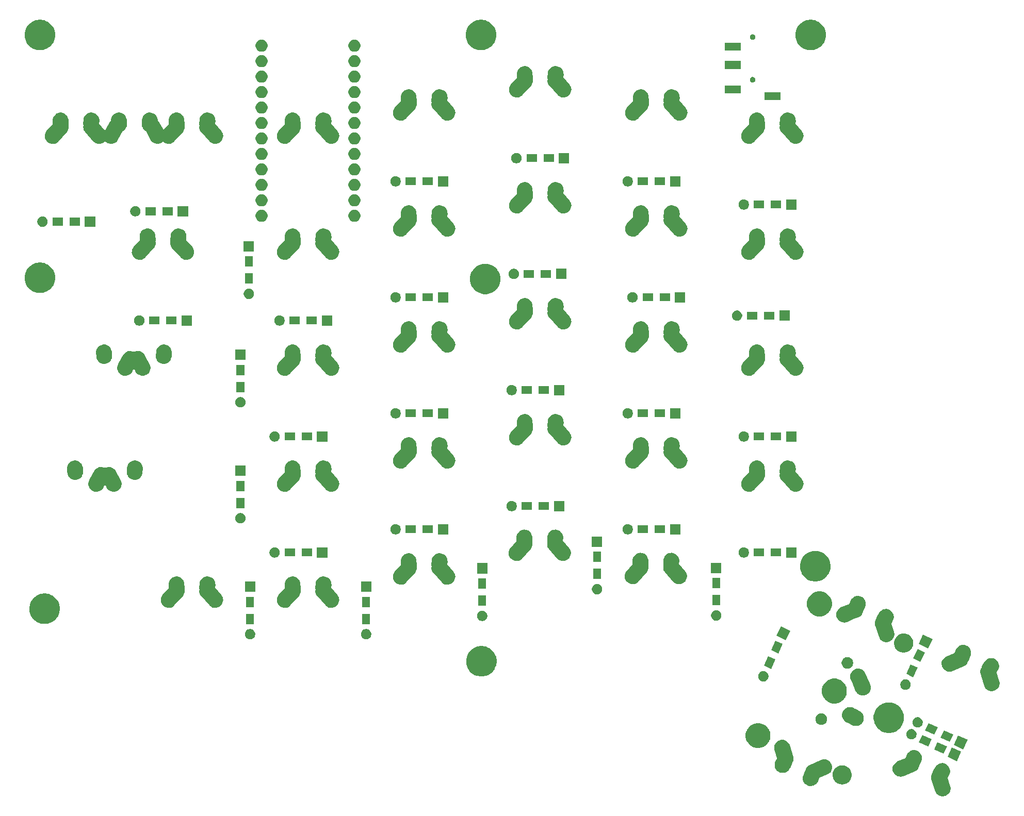
<source format=gbr>
G04 #@! TF.GenerationSoftware,KiCad,Pcbnew,(5.1.5)-3*
G04 #@! TF.CreationDate,2020-03-03T19:55:16+05:30*
G04 #@! TF.ProjectId,ergocape,6572676f-6361-4706-952e-6b696361645f,rev?*
G04 #@! TF.SameCoordinates,Original*
G04 #@! TF.FileFunction,Soldermask,Bot*
G04 #@! TF.FilePolarity,Negative*
%FSLAX46Y46*%
G04 Gerber Fmt 4.6, Leading zero omitted, Abs format (unit mm)*
G04 Created by KiCad (PCBNEW (5.1.5)-3) date 2020-03-03 19:55:16*
%MOMM*%
%LPD*%
G04 APERTURE LIST*
%ADD10C,0.100000*%
G04 APERTURE END LIST*
D10*
G36*
X188259250Y-140177153D02*
G01*
X188344666Y-140178376D01*
X188595276Y-140231965D01*
X188830614Y-140333416D01*
X188830615Y-140333417D01*
X188830618Y-140333418D01*
X188932533Y-140403646D01*
X189041639Y-140478829D01*
X189101622Y-140540555D01*
X189220240Y-140662618D01*
X189315961Y-140810412D01*
X189359554Y-140877719D01*
X189382389Y-140935161D01*
X189454227Y-141115865D01*
X189469588Y-141199317D01*
X189500621Y-141367904D01*
X189496953Y-141624153D01*
X189454312Y-141823563D01*
X189443363Y-141874766D01*
X189367338Y-142051123D01*
X189367336Y-142051128D01*
X189367334Y-142051131D01*
X189169527Y-142408791D01*
X189121639Y-142495378D01*
X189111939Y-142517880D01*
X189106815Y-142541843D01*
X189106464Y-142566344D01*
X189111421Y-142592201D01*
X189538868Y-143999097D01*
X189576420Y-144187450D01*
X189576531Y-144443725D01*
X189526644Y-144695098D01*
X189501654Y-144755503D01*
X189428676Y-144931905D01*
X189428002Y-144932914D01*
X189286390Y-145145053D01*
X189105256Y-145326345D01*
X188892233Y-145468817D01*
X188773871Y-145517904D01*
X188655510Y-145566992D01*
X188571733Y-145583694D01*
X188404181Y-145617098D01*
X188276045Y-145617154D01*
X188147908Y-145617210D01*
X188147906Y-145617210D01*
X187896534Y-145567323D01*
X187659726Y-145469354D01*
X187446580Y-145327069D01*
X187265287Y-145145934D01*
X187122815Y-144932912D01*
X187049240Y-144755503D01*
X186518455Y-143008479D01*
X186441859Y-142756373D01*
X186435805Y-142726008D01*
X186404306Y-142568016D01*
X186404237Y-142408791D01*
X186404194Y-142311744D01*
X186428290Y-142190330D01*
X186454082Y-142060370D01*
X186552051Y-141823561D01*
X186640093Y-141691672D01*
X186651634Y-141670058D01*
X186658363Y-141648418D01*
X186671110Y-141588807D01*
X186747140Y-141412437D01*
X187090366Y-140791839D01*
X187145300Y-140712119D01*
X187199344Y-140633690D01*
X187383132Y-140455089D01*
X187598230Y-140315777D01*
X187598233Y-140315775D01*
X187704817Y-140273404D01*
X187836379Y-140221102D01*
X187981539Y-140194382D01*
X188088418Y-140174708D01*
X188088422Y-140174708D01*
X188259250Y-140177153D01*
G37*
G36*
X169092180Y-139572416D02*
G01*
X169140371Y-139586485D01*
X169338183Y-139644235D01*
X169518628Y-139738270D01*
X169565450Y-139762670D01*
X169765245Y-139923165D01*
X169929890Y-140119555D01*
X170053057Y-140344291D01*
X170091624Y-140466797D01*
X170130013Y-140588738D01*
X170154565Y-140813821D01*
X170157802Y-140843502D01*
X170135355Y-141098791D01*
X170135354Y-141098794D01*
X170063536Y-141344795D01*
X169996114Y-141474171D01*
X169945101Y-141572062D01*
X169784606Y-141771856D01*
X169588216Y-141936501D01*
X169419792Y-142028806D01*
X168067295Y-142605694D01*
X168045810Y-142617470D01*
X168027032Y-142633213D01*
X168011686Y-142652316D01*
X167999690Y-142675754D01*
X167817301Y-143149534D01*
X167731064Y-143321145D01*
X167573532Y-143523285D01*
X167519560Y-143569905D01*
X167379591Y-143690808D01*
X167156701Y-143817273D01*
X167109023Y-143833059D01*
X166913412Y-143897828D01*
X166659086Y-143929371D01*
X166659081Y-143929371D01*
X166403499Y-143910692D01*
X166403496Y-143910691D01*
X166403493Y-143910691D01*
X166156457Y-143842506D01*
X166156456Y-143842506D01*
X166156454Y-143842505D01*
X165927468Y-143727437D01*
X165725329Y-143569906D01*
X165685059Y-143523285D01*
X165612133Y-143438859D01*
X165557805Y-143375964D01*
X165431340Y-143153074D01*
X165413600Y-143099495D01*
X165350785Y-142909785D01*
X165319242Y-142655459D01*
X165319242Y-142655454D01*
X165337921Y-142399872D01*
X165337922Y-142399869D01*
X165337922Y-142399866D01*
X165389022Y-142214729D01*
X165643807Y-141552890D01*
X165730043Y-141381280D01*
X165767508Y-141333206D01*
X165780603Y-141312497D01*
X165788903Y-141291402D01*
X165789201Y-141290382D01*
X165826895Y-141161267D01*
X165833344Y-141139178D01*
X165896577Y-141017839D01*
X165951777Y-140911913D01*
X166112272Y-140712118D01*
X166308662Y-140547473D01*
X166477086Y-140455168D01*
X168398930Y-139635431D01*
X168582126Y-139577758D01*
X168631100Y-139572416D01*
X168836887Y-139549969D01*
X168836890Y-139549969D01*
X169092180Y-139572416D01*
G37*
G36*
X172077826Y-140546023D02*
G01*
X172253754Y-140581017D01*
X172319391Y-140608205D01*
X172540384Y-140699743D01*
X172540385Y-140699744D01*
X172798347Y-140872108D01*
X173017726Y-141091487D01*
X173089775Y-141199317D01*
X173190091Y-141349450D01*
X173222919Y-141428705D01*
X173308817Y-141636080D01*
X173317473Y-141679596D01*
X173356294Y-141874762D01*
X173369343Y-141940367D01*
X173369343Y-142250615D01*
X173308817Y-142554902D01*
X173282900Y-142617470D01*
X173190091Y-142841532D01*
X173190090Y-142841533D01*
X173017726Y-143099495D01*
X172798347Y-143318874D01*
X172699726Y-143384770D01*
X172540384Y-143491239D01*
X172372480Y-143560787D01*
X172253754Y-143609965D01*
X172101610Y-143640228D01*
X171949468Y-143670491D01*
X171639218Y-143670491D01*
X171487076Y-143640228D01*
X171334932Y-143609965D01*
X171216206Y-143560787D01*
X171048302Y-143491239D01*
X170888960Y-143384770D01*
X170790339Y-143318874D01*
X170570960Y-143099495D01*
X170398596Y-142841533D01*
X170398595Y-142841532D01*
X170305786Y-142617470D01*
X170279869Y-142554902D01*
X170219343Y-142250615D01*
X170219343Y-141940367D01*
X170232393Y-141874762D01*
X170271213Y-141679596D01*
X170279869Y-141636080D01*
X170365767Y-141428705D01*
X170398595Y-141349450D01*
X170498911Y-141199317D01*
X170570960Y-141091487D01*
X170790339Y-140872108D01*
X171048301Y-140699744D01*
X171048302Y-140699743D01*
X171269295Y-140608205D01*
X171334932Y-140581017D01*
X171510860Y-140546023D01*
X171639218Y-140520491D01*
X171949468Y-140520491D01*
X172077826Y-140546023D01*
G37*
G36*
X183816507Y-138042309D02*
G01*
X184063543Y-138110494D01*
X184063544Y-138110494D01*
X184063546Y-138110495D01*
X184292532Y-138225563D01*
X184494671Y-138383094D01*
X184662195Y-138577036D01*
X184788660Y-138799926D01*
X184809365Y-138862459D01*
X184869215Y-139043215D01*
X184900758Y-139297541D01*
X184900758Y-139297546D01*
X184882079Y-139553130D01*
X184882078Y-139553133D01*
X184882078Y-139553135D01*
X184859364Y-139635430D01*
X184830979Y-139738270D01*
X184789280Y-139846587D01*
X184576193Y-140400110D01*
X184489956Y-140571721D01*
X184476694Y-140588738D01*
X184452494Y-140619791D01*
X184439398Y-140640502D01*
X184431098Y-140661598D01*
X184386658Y-140813821D01*
X184312145Y-140956804D01*
X184268223Y-141041088D01*
X184107728Y-141240882D01*
X183911338Y-141405527D01*
X183742914Y-141497832D01*
X182859204Y-141874766D01*
X181821066Y-142317570D01*
X181637873Y-142375242D01*
X181383112Y-142403031D01*
X181383109Y-142403031D01*
X181127821Y-142380584D01*
X180906361Y-142315929D01*
X180881815Y-142308763D01*
X180803956Y-142268189D01*
X180654550Y-142190330D01*
X180454755Y-142029835D01*
X180290110Y-141833445D01*
X180166943Y-141608709D01*
X180089987Y-141364262D01*
X180086600Y-141333208D01*
X180062198Y-141109501D01*
X180063139Y-141098794D01*
X180084645Y-140854210D01*
X180149025Y-140633691D01*
X180156466Y-140608204D01*
X180231263Y-140464674D01*
X180274899Y-140380939D01*
X180435394Y-140181144D01*
X180631784Y-140016499D01*
X180800208Y-139924194D01*
X182152705Y-139347305D01*
X182174190Y-139335529D01*
X182192968Y-139319786D01*
X182208314Y-139300682D01*
X182220314Y-139277237D01*
X182221089Y-139275223D01*
X182402699Y-138803466D01*
X182488935Y-138631856D01*
X182620774Y-138462685D01*
X182646467Y-138429716D01*
X182840407Y-138262194D01*
X182840408Y-138262193D01*
X182904967Y-138225563D01*
X183063301Y-138135726D01*
X183144126Y-138108965D01*
X183306588Y-138055172D01*
X183560913Y-138023629D01*
X183816507Y-138042309D01*
G37*
G36*
X162180020Y-136357209D02*
G01*
X162323465Y-136385677D01*
X162560274Y-136483646D01*
X162773420Y-136625931D01*
X162954713Y-136807065D01*
X163097185Y-137020088D01*
X163170760Y-137197496D01*
X163778142Y-139196629D01*
X163815694Y-139384982D01*
X163815805Y-139641257D01*
X163765918Y-139892630D01*
X163752190Y-139925813D01*
X163667950Y-140129437D01*
X163656312Y-140146871D01*
X163579906Y-140261330D01*
X163568366Y-140282941D01*
X163561638Y-140304579D01*
X163549923Y-140359362D01*
X163548889Y-140364198D01*
X163472864Y-140540555D01*
X163472862Y-140540560D01*
X163472860Y-140540563D01*
X163339244Y-140782158D01*
X163129630Y-141161167D01*
X163059068Y-141263566D01*
X163020656Y-141319310D01*
X162850503Y-141484660D01*
X162836864Y-141497914D01*
X162621768Y-141637225D01*
X162383622Y-141731898D01*
X162131577Y-141778293D01*
X161882092Y-141774721D01*
X161875334Y-141774624D01*
X161624724Y-141721035D01*
X161389386Y-141619584D01*
X161389385Y-141619583D01*
X161389382Y-141619582D01*
X161178364Y-141474173D01*
X161178361Y-141474171D01*
X161013011Y-141304018D01*
X160999757Y-141290379D01*
X160860446Y-141075283D01*
X160765773Y-140837137D01*
X160719378Y-140585092D01*
X160723047Y-140328851D01*
X160725843Y-140315777D01*
X160776636Y-140078239D01*
X160852666Y-139901869D01*
X161098365Y-139457613D01*
X161108061Y-139435120D01*
X161113185Y-139411157D01*
X161113536Y-139386656D01*
X161108578Y-139360795D01*
X160763669Y-138225563D01*
X160681133Y-137953905D01*
X160671807Y-137907127D01*
X160643580Y-137765548D01*
X160643479Y-137533332D01*
X160643468Y-137509276D01*
X160678992Y-137330281D01*
X160693356Y-137257902D01*
X160791325Y-137021093D01*
X160933610Y-136807947D01*
X161114744Y-136626654D01*
X161327767Y-136484182D01*
X161329059Y-136483646D01*
X161564487Y-136386008D01*
X161648155Y-136369328D01*
X161815819Y-136335901D01*
X161943984Y-136335845D01*
X162072091Y-136335789D01*
X162180020Y-136357209D01*
G37*
G36*
X191350516Y-138311591D02*
G01*
X190631220Y-139854127D01*
X189088684Y-139134831D01*
X189807980Y-137592295D01*
X191350516Y-138311591D01*
G37*
G36*
X189000223Y-137436308D02*
G01*
X188465838Y-138582301D01*
X188449974Y-138616320D01*
X188449974Y-138616321D01*
X186907439Y-137897024D01*
X187457688Y-136717011D01*
X189000223Y-137436308D01*
G37*
G36*
X192371516Y-136364591D02*
G01*
X191652220Y-137907127D01*
X190109684Y-137187831D01*
X190828980Y-135645295D01*
X192371516Y-136364591D01*
G37*
G36*
X158578686Y-133688473D02*
G01*
X158777462Y-133770809D01*
X158950835Y-133842622D01*
X159285760Y-134066412D01*
X159570589Y-134351241D01*
X159794379Y-134686166D01*
X159829109Y-134770012D01*
X159948528Y-135058315D01*
X160027112Y-135453383D01*
X160027112Y-135856195D01*
X159948528Y-136251263D01*
X159858229Y-136469263D01*
X159794379Y-136623412D01*
X159570589Y-136958337D01*
X159285760Y-137243166D01*
X158950835Y-137466956D01*
X158848665Y-137509276D01*
X158578686Y-137621105D01*
X158183618Y-137699689D01*
X157780806Y-137699689D01*
X157385738Y-137621105D01*
X157115759Y-137509276D01*
X157013589Y-137466956D01*
X156678664Y-137243166D01*
X156393835Y-136958337D01*
X156170045Y-136623412D01*
X156106195Y-136469263D01*
X156015896Y-136251263D01*
X155937312Y-135856195D01*
X155937312Y-135453383D01*
X156015896Y-135058315D01*
X156135315Y-134770012D01*
X156170045Y-134686166D01*
X156393835Y-134351241D01*
X156678664Y-134066412D01*
X157013589Y-133842622D01*
X157186962Y-133770809D01*
X157385738Y-133688473D01*
X157780806Y-133609889D01*
X158183618Y-133609889D01*
X158578686Y-133688473D01*
G37*
G36*
X186462561Y-136252976D02*
G01*
X185960206Y-137330281D01*
X185912312Y-137432988D01*
X185912312Y-137432989D01*
X184369777Y-136713692D01*
X184920026Y-135533679D01*
X186462561Y-136252976D01*
G37*
G36*
X190021223Y-135489308D02*
G01*
X189490870Y-136626654D01*
X189470974Y-136669320D01*
X189470974Y-136669321D01*
X187928439Y-135950024D01*
X188478688Y-134770011D01*
X190021223Y-135489308D01*
G37*
G36*
X183398628Y-134608492D02*
G01*
X183553500Y-134672642D01*
X183692881Y-134765774D01*
X183811415Y-134884308D01*
X183904547Y-135023689D01*
X183968697Y-135178561D01*
X184001400Y-135342973D01*
X184001400Y-135510605D01*
X183968697Y-135675017D01*
X183904547Y-135829889D01*
X183811415Y-135969270D01*
X183692881Y-136087804D01*
X183553500Y-136180936D01*
X183398628Y-136245086D01*
X183234216Y-136277789D01*
X183066584Y-136277789D01*
X182902172Y-136245086D01*
X182747300Y-136180936D01*
X182607919Y-136087804D01*
X182489385Y-135969270D01*
X182396253Y-135829889D01*
X182332103Y-135675017D01*
X182299400Y-135510605D01*
X182299400Y-135342973D01*
X182332103Y-135178561D01*
X182396253Y-135023689D01*
X182489385Y-134884308D01*
X182607919Y-134765774D01*
X182747300Y-134672642D01*
X182902172Y-134608492D01*
X183066584Y-134575789D01*
X183234216Y-134575789D01*
X183398628Y-134608492D01*
G37*
G36*
X187483561Y-134305976D02*
G01*
X187104028Y-135119888D01*
X186933312Y-135485988D01*
X186933312Y-135485989D01*
X185390777Y-134766692D01*
X185941026Y-133586679D01*
X187483561Y-134305976D01*
G37*
G36*
X179938921Y-130262056D02*
G01*
X180180515Y-130310112D01*
X180635668Y-130498643D01*
X180738769Y-130567533D01*
X181045294Y-130772346D01*
X181393654Y-131120706D01*
X181528079Y-131321888D01*
X181667357Y-131530332D01*
X181855888Y-131985485D01*
X181889031Y-132152106D01*
X181952000Y-132468672D01*
X181952000Y-132961328D01*
X181928496Y-133079488D01*
X181855888Y-133444515D01*
X181785000Y-133615653D01*
X181667358Y-133899666D01*
X181393654Y-134309294D01*
X181045294Y-134657654D01*
X180738769Y-134862467D01*
X180635668Y-134931357D01*
X180180515Y-135119888D01*
X179938921Y-135167944D01*
X179697328Y-135216000D01*
X179204672Y-135216000D01*
X178963079Y-135167944D01*
X178721485Y-135119888D01*
X178266332Y-134931357D01*
X178163231Y-134862467D01*
X177856706Y-134657654D01*
X177508346Y-134309294D01*
X177234642Y-133899666D01*
X177117000Y-133615653D01*
X177046112Y-133444515D01*
X176973504Y-133079488D01*
X176950000Y-132961328D01*
X176950000Y-132468672D01*
X177012969Y-132152106D01*
X177046112Y-131985485D01*
X177234643Y-131530332D01*
X177373921Y-131321888D01*
X177508346Y-131120706D01*
X177856706Y-130772346D01*
X178163231Y-130567533D01*
X178266332Y-130498643D01*
X178721485Y-130310112D01*
X178963079Y-130262056D01*
X179204672Y-130214000D01*
X179697328Y-130214000D01*
X179938921Y-130262056D01*
G37*
G36*
X184419628Y-132661492D02*
G01*
X184574500Y-132725642D01*
X184713881Y-132818774D01*
X184832415Y-132937308D01*
X184925547Y-133076689D01*
X184989697Y-133231561D01*
X185022400Y-133395973D01*
X185022400Y-133563605D01*
X184989697Y-133728017D01*
X184925547Y-133882889D01*
X184832415Y-134022270D01*
X184713881Y-134140804D01*
X184574500Y-134233936D01*
X184419628Y-134298086D01*
X184255216Y-134330789D01*
X184087584Y-134330789D01*
X183923172Y-134298086D01*
X183768300Y-134233936D01*
X183628919Y-134140804D01*
X183510385Y-134022270D01*
X183417253Y-133882889D01*
X183353103Y-133728017D01*
X183320400Y-133563605D01*
X183320400Y-133395973D01*
X183353103Y-133231561D01*
X183417253Y-133076689D01*
X183510385Y-132937308D01*
X183628919Y-132818774D01*
X183768300Y-132725642D01*
X183923172Y-132661492D01*
X184087584Y-132628789D01*
X184255216Y-132628789D01*
X184419628Y-132661492D01*
G37*
G36*
X173457172Y-131029239D02*
G01*
X173677992Y-131120706D01*
X173693940Y-131127312D01*
X173791659Y-131192606D01*
X173825632Y-131215306D01*
X173847243Y-131226857D01*
X173869037Y-131233629D01*
X173927101Y-131245997D01*
X173982181Y-131269690D01*
X174103532Y-131321889D01*
X174724400Y-131664627D01*
X174882635Y-131773480D01*
X175061381Y-131957129D01*
X175200864Y-132172120D01*
X175207731Y-132189354D01*
X175295724Y-132410189D01*
X175342187Y-132661494D01*
X175342316Y-132662193D01*
X175338850Y-132918444D01*
X175330400Y-132958112D01*
X175285459Y-133169095D01*
X175269825Y-133205439D01*
X175184193Y-133404514D01*
X175038945Y-133615653D01*
X174855297Y-133794399D01*
X174640306Y-133933882D01*
X174640303Y-133933883D01*
X174402237Y-134028742D01*
X174323591Y-134043282D01*
X174150232Y-134075335D01*
X173893981Y-134071868D01*
X173854313Y-134063418D01*
X173643330Y-134018477D01*
X173526468Y-133968208D01*
X173466900Y-133942585D01*
X172846031Y-133599847D01*
X172787089Y-133559299D01*
X172765640Y-133547459D01*
X172740633Y-133539688D01*
X172698198Y-133531247D01*
X172461432Y-133433175D01*
X172461431Y-133433175D01*
X172461430Y-133433174D01*
X172248346Y-133290796D01*
X172067132Y-133109582D01*
X171924754Y-132896498D01*
X171899023Y-132834379D01*
X171826681Y-132659730D01*
X171776685Y-132408382D01*
X171776685Y-132152104D01*
X171826681Y-131900756D01*
X171924753Y-131663990D01*
X171934889Y-131648821D01*
X172067132Y-131450904D01*
X172248346Y-131269690D01*
X172461430Y-131127312D01*
X172477378Y-131120706D01*
X172698198Y-131029239D01*
X172949546Y-130979243D01*
X173205824Y-130979243D01*
X173457172Y-131029239D01*
G37*
G36*
X168639494Y-132013590D02*
G01*
X168812565Y-132085278D01*
X168839013Y-132102950D01*
X168968326Y-132189354D01*
X169100789Y-132321817D01*
X169145036Y-132388038D01*
X169204865Y-132477578D01*
X169276553Y-132650649D01*
X169313099Y-132834377D01*
X169313099Y-133021711D01*
X169276553Y-133205439D01*
X169204865Y-133378510D01*
X169175180Y-133422936D01*
X169100789Y-133534271D01*
X168968326Y-133666734D01*
X168912094Y-133704307D01*
X168812565Y-133770810D01*
X168639494Y-133842498D01*
X168455766Y-133879044D01*
X168268432Y-133879044D01*
X168084704Y-133842498D01*
X167911633Y-133770810D01*
X167812104Y-133704307D01*
X167755872Y-133666734D01*
X167623409Y-133534271D01*
X167549018Y-133422936D01*
X167519333Y-133378510D01*
X167447645Y-133205439D01*
X167411099Y-133021711D01*
X167411099Y-132834377D01*
X167447645Y-132650649D01*
X167519333Y-132477578D01*
X167579162Y-132388038D01*
X167623409Y-132321817D01*
X167755872Y-132189354D01*
X167885185Y-132102950D01*
X167911633Y-132085278D01*
X168084704Y-132013590D01*
X168268432Y-131977044D01*
X168455766Y-131977044D01*
X168639494Y-132013590D01*
G37*
G36*
X171105474Y-126357684D02*
G01*
X171198143Y-126396069D01*
X171477623Y-126511833D01*
X171812548Y-126735623D01*
X172097377Y-127020452D01*
X172321167Y-127355377D01*
X172372890Y-127480248D01*
X172475316Y-127727526D01*
X172553900Y-128122594D01*
X172553900Y-128525406D01*
X172475316Y-128920474D01*
X172385017Y-129138474D01*
X172321167Y-129292623D01*
X172097377Y-129627548D01*
X171812548Y-129912377D01*
X171477623Y-130136167D01*
X171323474Y-130200017D01*
X171105474Y-130290316D01*
X170710406Y-130368900D01*
X170307594Y-130368900D01*
X169912526Y-130290316D01*
X169694526Y-130200017D01*
X169540377Y-130136167D01*
X169205452Y-129912377D01*
X168920623Y-129627548D01*
X168696833Y-129292623D01*
X168632983Y-129138474D01*
X168542684Y-128920474D01*
X168464100Y-128525406D01*
X168464100Y-128122594D01*
X168542684Y-127727526D01*
X168645110Y-127480248D01*
X168696833Y-127355377D01*
X168920623Y-127020452D01*
X169205452Y-126735623D01*
X169540377Y-126511833D01*
X169819857Y-126396069D01*
X169912526Y-126357684D01*
X170307594Y-126279100D01*
X170710406Y-126279100D01*
X171105474Y-126357684D01*
G37*
G36*
X174662790Y-124659645D02*
G01*
X174836097Y-124710242D01*
X174908796Y-124731466D01*
X174928900Y-124741943D01*
X175136061Y-124849899D01*
X175335856Y-125010394D01*
X175500501Y-125206784D01*
X175592806Y-125375208D01*
X176298794Y-127030372D01*
X176335336Y-127116044D01*
X176342056Y-127128459D01*
X176389669Y-127243407D01*
X176390176Y-127244613D01*
X176412543Y-127297051D01*
X176412966Y-127298396D01*
X176416712Y-127308695D01*
X176441781Y-127369217D01*
X176451643Y-127418797D01*
X176455010Y-127431948D01*
X176470216Y-127480248D01*
X176477331Y-127545480D01*
X176478996Y-127556312D01*
X176491777Y-127620566D01*
X176491777Y-127671117D01*
X176492514Y-127684671D01*
X176497189Y-127727526D01*
X176498005Y-127735012D01*
X176492256Y-127800390D01*
X176491777Y-127811327D01*
X176491777Y-127876843D01*
X176481914Y-127926427D01*
X176479994Y-127939848D01*
X176475558Y-127990302D01*
X176457168Y-128053291D01*
X176454564Y-128063925D01*
X176441781Y-128128189D01*
X176422432Y-128174902D01*
X176417926Y-128187708D01*
X176403739Y-128236306D01*
X176373420Y-128294484D01*
X176368786Y-128304416D01*
X176343709Y-128364957D01*
X176315611Y-128407009D01*
X176308694Y-128418688D01*
X176285304Y-128463572D01*
X176244231Y-128514702D01*
X176237749Y-128523539D01*
X176201332Y-128578041D01*
X176165562Y-128613811D01*
X176156499Y-128623917D01*
X176124809Y-128663367D01*
X176074558Y-128705495D01*
X176066476Y-128712897D01*
X176020116Y-128759257D01*
X175978048Y-128787366D01*
X175967196Y-128795503D01*
X175928419Y-128828012D01*
X175870917Y-128859526D01*
X175861560Y-128865200D01*
X175807033Y-128901634D01*
X175807029Y-128901637D01*
X175760284Y-128920999D01*
X175748056Y-128926860D01*
X175703683Y-128951179D01*
X175648617Y-128968515D01*
X175641158Y-128970863D01*
X175630859Y-128974609D01*
X175570265Y-128999708D01*
X175520620Y-129009583D01*
X175507472Y-129012950D01*
X175459238Y-129028135D01*
X175430983Y-129031217D01*
X175394081Y-129035242D01*
X175383255Y-129036906D01*
X175318916Y-129049704D01*
X175268294Y-129049704D01*
X175254740Y-129050441D01*
X175204475Y-129055924D01*
X175204472Y-129055924D01*
X175139185Y-129050183D01*
X175128248Y-129049704D01*
X175062640Y-129049704D01*
X175012978Y-129039826D01*
X174999559Y-129037906D01*
X174949183Y-129033477D01*
X174886295Y-129015117D01*
X174875651Y-129012510D01*
X174811290Y-128999708D01*
X174764505Y-128980329D01*
X174751700Y-128975823D01*
X174703176Y-128961657D01*
X174645086Y-128931385D01*
X174635156Y-128926751D01*
X174574519Y-128901634D01*
X174532404Y-128873493D01*
X174520730Y-128866579D01*
X174475912Y-128843223D01*
X174424846Y-128802201D01*
X174416026Y-128795732D01*
X174361440Y-128759259D01*
X174325610Y-128723429D01*
X174315513Y-128714374D01*
X174276118Y-128682728D01*
X174234045Y-128632543D01*
X174226654Y-128624473D01*
X174180222Y-128578041D01*
X174152072Y-128535911D01*
X174143939Y-128525064D01*
X174111473Y-128486338D01*
X174080000Y-128428910D01*
X174074325Y-128419555D01*
X174037846Y-128364960D01*
X173991395Y-128252816D01*
X173990983Y-128251835D01*
X173423952Y-126922450D01*
X173199430Y-126396066D01*
X173141758Y-126212873D01*
X173113969Y-125958112D01*
X173115122Y-125945000D01*
X173136416Y-125702821D01*
X173191104Y-125515500D01*
X173208237Y-125456815D01*
X173275777Y-125327211D01*
X173326670Y-125229550D01*
X173487165Y-125029755D01*
X173683555Y-124865110D01*
X173908291Y-124741943D01*
X174152738Y-124664987D01*
X174201712Y-124659645D01*
X174407499Y-124637198D01*
X174407502Y-124637198D01*
X174662790Y-124659645D01*
G37*
G36*
X196309250Y-122912153D02*
G01*
X196394666Y-122913376D01*
X196645276Y-122966965D01*
X196880614Y-123068416D01*
X196880615Y-123068417D01*
X196880618Y-123068418D01*
X196982533Y-123138646D01*
X197091639Y-123213829D01*
X197154039Y-123278042D01*
X197270240Y-123397618D01*
X197368169Y-123548821D01*
X197409554Y-123612719D01*
X197432389Y-123670161D01*
X197504227Y-123850865D01*
X197519588Y-123934317D01*
X197550621Y-124102904D01*
X197546953Y-124359153D01*
X197504312Y-124558563D01*
X197493363Y-124609766D01*
X197417338Y-124786123D01*
X197417336Y-124786128D01*
X197417334Y-124786131D01*
X197177934Y-125218996D01*
X197171639Y-125230378D01*
X197161939Y-125252880D01*
X197156815Y-125276843D01*
X197156464Y-125301344D01*
X197161421Y-125327201D01*
X197588868Y-126734097D01*
X197626420Y-126922450D01*
X197626531Y-127178725D01*
X197576644Y-127430098D01*
X197551654Y-127490503D01*
X197478676Y-127666905D01*
X197433213Y-127735009D01*
X197336390Y-127880053D01*
X197155256Y-128061345D01*
X196942233Y-128203817D01*
X196863894Y-128236306D01*
X196705510Y-128301992D01*
X196625645Y-128317914D01*
X196454181Y-128352098D01*
X196326043Y-128352154D01*
X196197908Y-128352210D01*
X196197906Y-128352210D01*
X195946534Y-128302323D01*
X195709726Y-128204354D01*
X195496580Y-128062069D01*
X195315287Y-127880934D01*
X195208406Y-127721127D01*
X195172816Y-127667914D01*
X195172398Y-127666905D01*
X195099240Y-127490503D01*
X194598055Y-125840904D01*
X194491859Y-125491373D01*
X194489767Y-125480880D01*
X194454306Y-125303016D01*
X194454237Y-125143791D01*
X194454194Y-125046744D01*
X194478290Y-124925330D01*
X194504082Y-124795370D01*
X194597962Y-124568445D01*
X194602050Y-124558563D01*
X194668749Y-124458647D01*
X194690093Y-124426672D01*
X194701634Y-124405058D01*
X194708363Y-124383418D01*
X194721110Y-124323807D01*
X194797140Y-124147437D01*
X195140366Y-123526839D01*
X195198441Y-123442561D01*
X195249344Y-123368690D01*
X195433132Y-123190089D01*
X195648230Y-123050777D01*
X195648233Y-123050775D01*
X195754615Y-123008484D01*
X195886379Y-122956102D01*
X196031539Y-122929382D01*
X196138418Y-122909708D01*
X196138422Y-122909708D01*
X196309250Y-122912153D01*
G37*
G36*
X182437017Y-126460303D02*
G01*
X182591889Y-126524453D01*
X182731270Y-126617585D01*
X182849804Y-126736119D01*
X182942936Y-126875500D01*
X183007086Y-127030372D01*
X183039789Y-127194784D01*
X183039789Y-127362416D01*
X183007086Y-127526828D01*
X182942936Y-127681700D01*
X182849804Y-127821081D01*
X182731270Y-127939615D01*
X182591889Y-128032747D01*
X182437017Y-128096897D01*
X182272605Y-128129600D01*
X182104973Y-128129600D01*
X181940561Y-128096897D01*
X181785689Y-128032747D01*
X181646308Y-127939615D01*
X181527774Y-127821081D01*
X181434642Y-127681700D01*
X181370492Y-127526828D01*
X181337789Y-127362416D01*
X181337789Y-127194784D01*
X181370492Y-127030372D01*
X181434642Y-126875500D01*
X181527774Y-126736119D01*
X181646308Y-126617585D01*
X181785689Y-126524453D01*
X181940561Y-126460303D01*
X182104973Y-126427600D01*
X182272605Y-126427600D01*
X182437017Y-126460303D01*
G37*
G36*
X159103017Y-125100303D02*
G01*
X159257889Y-125164453D01*
X159397270Y-125257585D01*
X159515804Y-125376119D01*
X159608936Y-125515500D01*
X159673086Y-125670372D01*
X159705789Y-125834784D01*
X159705789Y-126002416D01*
X159673086Y-126166828D01*
X159608936Y-126321700D01*
X159515804Y-126461081D01*
X159397270Y-126579615D01*
X159257889Y-126672747D01*
X159103017Y-126736897D01*
X158938605Y-126769600D01*
X158770973Y-126769600D01*
X158606561Y-126736897D01*
X158451689Y-126672747D01*
X158312308Y-126579615D01*
X158193774Y-126461081D01*
X158100642Y-126321700D01*
X158036492Y-126166828D01*
X158003789Y-126002416D01*
X158003789Y-125834784D01*
X158036492Y-125670372D01*
X158100642Y-125515500D01*
X158193774Y-125376119D01*
X158312308Y-125257585D01*
X158451689Y-125164453D01*
X158606561Y-125100303D01*
X158770973Y-125067600D01*
X158938605Y-125067600D01*
X159103017Y-125100303D01*
G37*
G36*
X184194989Y-124516688D02*
G01*
X183475692Y-126059223D01*
X182295679Y-125508974D01*
X183014976Y-123966439D01*
X184194989Y-124516688D01*
G37*
G36*
X113073921Y-120991056D02*
G01*
X113315515Y-121039112D01*
X113770668Y-121227643D01*
X113802842Y-121249141D01*
X114180294Y-121501346D01*
X114528654Y-121849706D01*
X114676203Y-122070529D01*
X114802357Y-122259332D01*
X114990888Y-122714485D01*
X115011915Y-122820193D01*
X115087000Y-123197672D01*
X115087000Y-123690328D01*
X115044131Y-123905842D01*
X114990888Y-124173515D01*
X114891029Y-124414596D01*
X114810187Y-124609766D01*
X114802357Y-124628668D01*
X114747851Y-124710242D01*
X114528654Y-125038294D01*
X114180294Y-125386654D01*
X113913562Y-125564878D01*
X113770668Y-125660357D01*
X113770667Y-125660358D01*
X113770666Y-125660358D01*
X113668151Y-125702821D01*
X113315515Y-125848888D01*
X113233750Y-125865152D01*
X112832328Y-125945000D01*
X112339672Y-125945000D01*
X111938250Y-125865152D01*
X111856485Y-125848888D01*
X111503849Y-125702821D01*
X111401334Y-125660358D01*
X111401333Y-125660358D01*
X111401332Y-125660357D01*
X111258438Y-125564878D01*
X110991706Y-125386654D01*
X110643346Y-125038294D01*
X110424149Y-124710242D01*
X110369643Y-124628668D01*
X110361814Y-124609766D01*
X110280971Y-124414596D01*
X110181112Y-124173515D01*
X110127869Y-123905842D01*
X110085000Y-123690328D01*
X110085000Y-123197672D01*
X110160085Y-122820193D01*
X110181112Y-122714485D01*
X110369643Y-122259332D01*
X110495797Y-122070529D01*
X110643346Y-121849706D01*
X110991706Y-121501346D01*
X111369158Y-121249141D01*
X111401332Y-121227643D01*
X111856485Y-121039112D01*
X112098079Y-120991056D01*
X112339672Y-120943000D01*
X112832328Y-120943000D01*
X113073921Y-120991056D01*
G37*
G36*
X191866507Y-120777309D02*
G01*
X192113543Y-120845494D01*
X192113544Y-120845494D01*
X192113546Y-120845495D01*
X192342532Y-120960563D01*
X192544671Y-121118094D01*
X192712195Y-121312036D01*
X192838660Y-121534926D01*
X192849502Y-121567671D01*
X192919215Y-121778215D01*
X192950758Y-122032541D01*
X192950758Y-122032546D01*
X192932079Y-122288130D01*
X192880979Y-122473270D01*
X192829713Y-122606439D01*
X192626193Y-123135110D01*
X192541918Y-123302817D01*
X192539955Y-123306722D01*
X192502494Y-123354791D01*
X192489398Y-123375502D01*
X192481098Y-123396598D01*
X192436658Y-123548821D01*
X192352376Y-123710551D01*
X192318223Y-123776088D01*
X192157728Y-123975882D01*
X191961338Y-124140527D01*
X191792914Y-124232832D01*
X190909204Y-124609766D01*
X189871066Y-125052570D01*
X189687873Y-125110242D01*
X189433112Y-125138031D01*
X189433109Y-125138031D01*
X189177821Y-125115584D01*
X188961975Y-125052568D01*
X188931815Y-125043763D01*
X188853956Y-125003189D01*
X188704550Y-124925330D01*
X188504755Y-124764835D01*
X188340110Y-124568445D01*
X188216943Y-124343709D01*
X188139987Y-124099262D01*
X188121995Y-123934317D01*
X188112198Y-123844501D01*
X188112198Y-123844498D01*
X188134645Y-123589210D01*
X188199025Y-123368691D01*
X188206466Y-123343204D01*
X188282306Y-123197673D01*
X188324899Y-123115939D01*
X188485394Y-122916144D01*
X188681784Y-122751499D01*
X188850208Y-122659194D01*
X190202705Y-122082305D01*
X190224190Y-122070529D01*
X190242968Y-122054786D01*
X190258314Y-122035682D01*
X190270314Y-122012237D01*
X190286204Y-121970960D01*
X190452699Y-121538466D01*
X190538935Y-121366856D01*
X190647428Y-121227642D01*
X190696467Y-121164716D01*
X190890407Y-120997194D01*
X190890408Y-120997193D01*
X190954967Y-120960563D01*
X191113301Y-120870726D01*
X191194126Y-120843965D01*
X191356588Y-120790172D01*
X191610913Y-120758629D01*
X191866507Y-120777309D01*
G37*
G36*
X160860989Y-123156688D02*
G01*
X160141692Y-124699223D01*
X158961679Y-124148974D01*
X159680976Y-122606439D01*
X160860989Y-123156688D01*
G37*
G36*
X172933296Y-122805502D02*
G01*
X173106367Y-122877190D01*
X173160523Y-122913376D01*
X173262128Y-122981266D01*
X173394591Y-123113729D01*
X173408877Y-123135110D01*
X173498667Y-123269490D01*
X173570355Y-123442561D01*
X173606901Y-123626289D01*
X173606901Y-123813623D01*
X173570355Y-123997351D01*
X173498667Y-124170422D01*
X173498666Y-124170423D01*
X173394591Y-124326183D01*
X173262128Y-124458646D01*
X173199076Y-124500776D01*
X173106367Y-124562722D01*
X172933296Y-124634410D01*
X172749568Y-124670956D01*
X172562234Y-124670956D01*
X172378506Y-124634410D01*
X172205435Y-124562722D01*
X172112726Y-124500776D01*
X172049674Y-124458646D01*
X171917211Y-124326183D01*
X171813136Y-124170423D01*
X171813135Y-124170422D01*
X171741447Y-123997351D01*
X171704901Y-123813623D01*
X171704901Y-123626289D01*
X171741447Y-123442561D01*
X171813135Y-123269490D01*
X171902925Y-123135110D01*
X171917211Y-123113729D01*
X172049674Y-122981266D01*
X172151279Y-122913376D01*
X172205435Y-122877190D01*
X172378506Y-122805502D01*
X172562234Y-122768956D01*
X172749568Y-122768956D01*
X172933296Y-122805502D01*
G37*
G36*
X185378321Y-121979026D02*
G01*
X184659024Y-123521561D01*
X183479011Y-122971312D01*
X184198308Y-121428777D01*
X185378321Y-121979026D01*
G37*
G36*
X162044321Y-120619026D02*
G01*
X161325024Y-122161561D01*
X160145011Y-121611312D01*
X160864308Y-120068777D01*
X162044321Y-120619026D01*
G37*
G36*
X182184177Y-118910184D02*
G01*
X182344188Y-118942012D01*
X182462914Y-118991190D01*
X182630818Y-119060738D01*
X182657378Y-119078485D01*
X182888781Y-119233103D01*
X183108160Y-119452482D01*
X183164285Y-119536480D01*
X183280525Y-119710445D01*
X183322712Y-119812295D01*
X183399251Y-119997075D01*
X183407621Y-120039154D01*
X183459777Y-120301361D01*
X183459777Y-120611611D01*
X183457905Y-120621020D01*
X183399251Y-120915897D01*
X183358406Y-121014506D01*
X183280525Y-121202527D01*
X183263743Y-121227643D01*
X183108160Y-121460490D01*
X182888781Y-121679869D01*
X182777843Y-121753995D01*
X182630818Y-121852234D01*
X182462914Y-121921782D01*
X182344188Y-121970960D01*
X182039902Y-122031486D01*
X181729652Y-122031486D01*
X181425366Y-121970960D01*
X181306640Y-121921782D01*
X181138736Y-121852234D01*
X180991711Y-121753995D01*
X180880773Y-121679869D01*
X180661394Y-121460490D01*
X180505811Y-121227643D01*
X180489029Y-121202527D01*
X180411148Y-121014506D01*
X180370303Y-120915897D01*
X180311649Y-120621020D01*
X180309777Y-120611611D01*
X180309777Y-120301361D01*
X180361933Y-120039154D01*
X180370303Y-119997075D01*
X180446842Y-119812295D01*
X180489029Y-119710445D01*
X180605269Y-119536480D01*
X180661394Y-119452482D01*
X180880773Y-119233103D01*
X181112176Y-119078485D01*
X181138736Y-119060738D01*
X181306640Y-118991190D01*
X181425366Y-118942012D01*
X181585377Y-118910184D01*
X181729652Y-118881486D01*
X182039902Y-118881486D01*
X182184177Y-118910184D01*
G37*
G36*
X186616127Y-119797780D02*
G01*
X185896831Y-121340316D01*
X184354295Y-120621020D01*
X185073591Y-119078484D01*
X186616127Y-119797780D01*
G37*
G36*
X179032250Y-114849153D02*
G01*
X179117666Y-114850376D01*
X179368276Y-114903965D01*
X179603614Y-115005416D01*
X179603615Y-115005417D01*
X179603618Y-115005418D01*
X179705533Y-115075646D01*
X179814639Y-115150829D01*
X179877039Y-115215042D01*
X179993240Y-115334618D01*
X180091169Y-115485821D01*
X180132554Y-115549719D01*
X180155389Y-115607161D01*
X180227227Y-115787865D01*
X180250239Y-115912881D01*
X180273621Y-116039904D01*
X180269953Y-116296153D01*
X180227312Y-116495563D01*
X180216363Y-116546766D01*
X180140338Y-116723123D01*
X180140336Y-116723128D01*
X180140334Y-116723131D01*
X179942527Y-117080791D01*
X179894639Y-117167378D01*
X179884939Y-117189880D01*
X179879815Y-117213843D01*
X179879464Y-117238344D01*
X179884421Y-117264201D01*
X180311868Y-118671097D01*
X180349420Y-118859450D01*
X180349531Y-119115725D01*
X180299644Y-119367098D01*
X180287233Y-119397097D01*
X180201676Y-119603905D01*
X180165480Y-119658127D01*
X180059390Y-119817053D01*
X179878256Y-119998345D01*
X179665233Y-120140817D01*
X179546871Y-120189905D01*
X179428510Y-120238992D01*
X179344733Y-120255694D01*
X179177181Y-120289098D01*
X179049042Y-120289154D01*
X178920908Y-120289210D01*
X178920906Y-120289210D01*
X178669534Y-120239323D01*
X178432726Y-120141354D01*
X178219580Y-119999069D01*
X178038287Y-119817934D01*
X177931406Y-119658127D01*
X177895816Y-119604914D01*
X177895398Y-119603905D01*
X177822240Y-119427503D01*
X177291455Y-117680479D01*
X177214859Y-117428373D01*
X177212767Y-117417880D01*
X177177306Y-117240016D01*
X177177237Y-117080791D01*
X177177194Y-116983744D01*
X177201290Y-116862330D01*
X177227082Y-116732370D01*
X177325051Y-116495561D01*
X177413093Y-116363672D01*
X177424634Y-116342058D01*
X177431363Y-116320418D01*
X177444110Y-116260807D01*
X177520140Y-116084437D01*
X177863366Y-115463839D01*
X177926982Y-115371520D01*
X177972344Y-115305690D01*
X178156132Y-115127089D01*
X178371230Y-114987777D01*
X178371233Y-114987775D01*
X178477615Y-114945484D01*
X178609379Y-114893102D01*
X178754539Y-114866382D01*
X178861418Y-114846708D01*
X178861422Y-114846708D01*
X179032250Y-114849153D01*
G37*
G36*
X163282127Y-118437780D02*
G01*
X162562831Y-119980316D01*
X161020295Y-119261020D01*
X161739591Y-117718484D01*
X163282127Y-118437780D01*
G37*
G36*
X74860728Y-118175703D02*
G01*
X75015600Y-118239853D01*
X75154981Y-118332985D01*
X75273515Y-118451519D01*
X75366647Y-118590900D01*
X75430797Y-118745772D01*
X75463500Y-118910184D01*
X75463500Y-119077816D01*
X75430797Y-119242228D01*
X75366647Y-119397100D01*
X75273515Y-119536481D01*
X75154981Y-119655015D01*
X75015600Y-119748147D01*
X74860728Y-119812297D01*
X74696316Y-119845000D01*
X74528684Y-119845000D01*
X74364272Y-119812297D01*
X74209400Y-119748147D01*
X74070019Y-119655015D01*
X73951485Y-119536481D01*
X73858353Y-119397100D01*
X73794203Y-119242228D01*
X73761500Y-119077816D01*
X73761500Y-118910184D01*
X73794203Y-118745772D01*
X73858353Y-118590900D01*
X73951485Y-118451519D01*
X74070019Y-118332985D01*
X74209400Y-118239853D01*
X74364272Y-118175703D01*
X74528684Y-118143000D01*
X74696316Y-118143000D01*
X74860728Y-118175703D01*
G37*
G36*
X93910728Y-118175703D02*
G01*
X94065600Y-118239853D01*
X94204981Y-118332985D01*
X94323515Y-118451519D01*
X94416647Y-118590900D01*
X94480797Y-118745772D01*
X94513500Y-118910184D01*
X94513500Y-119077816D01*
X94480797Y-119242228D01*
X94416647Y-119397100D01*
X94323515Y-119536481D01*
X94204981Y-119655015D01*
X94065600Y-119748147D01*
X93910728Y-119812297D01*
X93746316Y-119845000D01*
X93578684Y-119845000D01*
X93414272Y-119812297D01*
X93259400Y-119748147D01*
X93120019Y-119655015D01*
X93001485Y-119536481D01*
X92908353Y-119397100D01*
X92844203Y-119242228D01*
X92811500Y-119077816D01*
X92811500Y-118910184D01*
X92844203Y-118745772D01*
X92908353Y-118590900D01*
X93001485Y-118451519D01*
X93120019Y-118332985D01*
X93259400Y-118239853D01*
X93414272Y-118175703D01*
X93578684Y-118143000D01*
X93746316Y-118143000D01*
X93910728Y-118175703D01*
G37*
G36*
X75263500Y-117345000D02*
G01*
X73961500Y-117345000D01*
X73961500Y-115643000D01*
X75263500Y-115643000D01*
X75263500Y-117345000D01*
G37*
G36*
X94313500Y-117345000D02*
G01*
X93011500Y-117345000D01*
X93011500Y-115643000D01*
X94313500Y-115643000D01*
X94313500Y-117345000D01*
G37*
G36*
X41293108Y-112337390D02*
G01*
X41623515Y-112403112D01*
X42078668Y-112591643D01*
X42165392Y-112649590D01*
X42488294Y-112865346D01*
X42836654Y-113213706D01*
X42916051Y-113332533D01*
X43110357Y-113623332D01*
X43298888Y-114078485D01*
X43335988Y-114265000D01*
X43395000Y-114561672D01*
X43395000Y-115054328D01*
X43352106Y-115269968D01*
X43298888Y-115537515D01*
X43226163Y-115713088D01*
X43114735Y-115982100D01*
X43110357Y-115992668D01*
X43064910Y-116060684D01*
X42836654Y-116402294D01*
X42488294Y-116750654D01*
X42181769Y-116955467D01*
X42078668Y-117024357D01*
X41623515Y-117212888D01*
X41487153Y-117240012D01*
X41140328Y-117309000D01*
X40647672Y-117309000D01*
X40300847Y-117240012D01*
X40164485Y-117212888D01*
X39709332Y-117024357D01*
X39606231Y-116955467D01*
X39299706Y-116750654D01*
X38951346Y-116402294D01*
X38723090Y-116060684D01*
X38677643Y-115992668D01*
X38673266Y-115982100D01*
X38561837Y-115713088D01*
X38489112Y-115537515D01*
X38435894Y-115269968D01*
X38393000Y-115054328D01*
X38393000Y-114561672D01*
X38452012Y-114265000D01*
X38489112Y-114078485D01*
X38677643Y-113623332D01*
X38871949Y-113332533D01*
X38951346Y-113213706D01*
X39299706Y-112865346D01*
X39622608Y-112649590D01*
X39709332Y-112591643D01*
X40164485Y-112403112D01*
X40494892Y-112337390D01*
X40647672Y-112307000D01*
X41140328Y-112307000D01*
X41293108Y-112337390D01*
G37*
G36*
X174589507Y-112714309D02*
G01*
X174836543Y-112782494D01*
X174836544Y-112782494D01*
X174836546Y-112782495D01*
X175065532Y-112897563D01*
X175267671Y-113055094D01*
X175435195Y-113249036D01*
X175561660Y-113471926D01*
X175572502Y-113504671D01*
X175642215Y-113715215D01*
X175673758Y-113969541D01*
X175673758Y-113969546D01*
X175655079Y-114225130D01*
X175655078Y-114225133D01*
X175655078Y-114225135D01*
X175631911Y-114309071D01*
X175603979Y-114410270D01*
X175559056Y-114526964D01*
X175349193Y-115072110D01*
X175264918Y-115239817D01*
X175262955Y-115243722D01*
X175225494Y-115291791D01*
X175212398Y-115312502D01*
X175204098Y-115333598D01*
X175159658Y-115485821D01*
X175077747Y-115643000D01*
X175041223Y-115713088D01*
X174880728Y-115912882D01*
X174684338Y-116077527D01*
X174515914Y-116169832D01*
X173632204Y-116546766D01*
X172594066Y-116989570D01*
X172410873Y-117047242D01*
X172156112Y-117075031D01*
X172156109Y-117075031D01*
X171900821Y-117052584D01*
X171684975Y-116989568D01*
X171654815Y-116980763D01*
X171576956Y-116940189D01*
X171427550Y-116862330D01*
X171227755Y-116701835D01*
X171063110Y-116505445D01*
X170939943Y-116280709D01*
X170862987Y-116036262D01*
X170849529Y-115912881D01*
X170835198Y-115781501D01*
X170835198Y-115781498D01*
X170857645Y-115526210D01*
X170922025Y-115305691D01*
X170929466Y-115280204D01*
X170992184Y-115159853D01*
X171047899Y-115052939D01*
X171208394Y-114853144D01*
X171404784Y-114688499D01*
X171573208Y-114596194D01*
X172925705Y-114019305D01*
X172947190Y-114007529D01*
X172965968Y-113991786D01*
X172981314Y-113972682D01*
X172993314Y-113949237D01*
X173007315Y-113912867D01*
X173175699Y-113475466D01*
X173261935Y-113303856D01*
X173371960Y-113162676D01*
X173419467Y-113101716D01*
X173613407Y-112934194D01*
X173613408Y-112934193D01*
X173734747Y-112865347D01*
X173836301Y-112807726D01*
X173917126Y-112780965D01*
X174079588Y-112727172D01*
X174333913Y-112695629D01*
X174589507Y-112714309D01*
G37*
G36*
X112960228Y-115159703D02*
G01*
X113115100Y-115223853D01*
X113254481Y-115316985D01*
X113373015Y-115435519D01*
X113466147Y-115574900D01*
X113530297Y-115729772D01*
X113563000Y-115894184D01*
X113563000Y-116061816D01*
X113530297Y-116226228D01*
X113466147Y-116381100D01*
X113373015Y-116520481D01*
X113254481Y-116639015D01*
X113115100Y-116732147D01*
X112960228Y-116796297D01*
X112795816Y-116829000D01*
X112628184Y-116829000D01*
X112463772Y-116796297D01*
X112308900Y-116732147D01*
X112169519Y-116639015D01*
X112050985Y-116520481D01*
X111957853Y-116381100D01*
X111893703Y-116226228D01*
X111861000Y-116061816D01*
X111861000Y-115894184D01*
X111893703Y-115729772D01*
X111957853Y-115574900D01*
X112050985Y-115435519D01*
X112169519Y-115316985D01*
X112308900Y-115223853D01*
X112463772Y-115159703D01*
X112628184Y-115127000D01*
X112795816Y-115127000D01*
X112960228Y-115159703D01*
G37*
G36*
X151378228Y-115095703D02*
G01*
X151533100Y-115159853D01*
X151672481Y-115252985D01*
X151791015Y-115371519D01*
X151884147Y-115510900D01*
X151948297Y-115665772D01*
X151981000Y-115830184D01*
X151981000Y-115997816D01*
X151948297Y-116162228D01*
X151884147Y-116317100D01*
X151791015Y-116456481D01*
X151672481Y-116575015D01*
X151533100Y-116668147D01*
X151378228Y-116732297D01*
X151213816Y-116765000D01*
X151046184Y-116765000D01*
X150881772Y-116732297D01*
X150726900Y-116668147D01*
X150587519Y-116575015D01*
X150468985Y-116456481D01*
X150375853Y-116317100D01*
X150311703Y-116162228D01*
X150279000Y-115997816D01*
X150279000Y-115830184D01*
X150311703Y-115665772D01*
X150375853Y-115510900D01*
X150468985Y-115371519D01*
X150587519Y-115252985D01*
X150726900Y-115159853D01*
X150881772Y-115095703D01*
X151046184Y-115063000D01*
X151213816Y-115063000D01*
X151378228Y-115095703D01*
G37*
G36*
X168669120Y-112049468D02*
G01*
X168884014Y-112138480D01*
X169041269Y-112203617D01*
X169376194Y-112427407D01*
X169661023Y-112712236D01*
X169884813Y-113047161D01*
X169884813Y-113047162D01*
X170038962Y-113419310D01*
X170117546Y-113814378D01*
X170117546Y-114217190D01*
X170038962Y-114612258D01*
X170007382Y-114688499D01*
X169884813Y-114984407D01*
X169661023Y-115319332D01*
X169376194Y-115604161D01*
X169041269Y-115827951D01*
X168887120Y-115891801D01*
X168669120Y-115982100D01*
X168274052Y-116060684D01*
X167871240Y-116060684D01*
X167476172Y-115982100D01*
X167258172Y-115891801D01*
X167104023Y-115827951D01*
X166769098Y-115604161D01*
X166484269Y-115319332D01*
X166260479Y-114984407D01*
X166137910Y-114688499D01*
X166106330Y-114612258D01*
X166027746Y-114217190D01*
X166027746Y-113814378D01*
X166106330Y-113419310D01*
X166260479Y-113047162D01*
X166260479Y-113047161D01*
X166484269Y-112712236D01*
X166769098Y-112427407D01*
X167104023Y-112203617D01*
X167261278Y-112138480D01*
X167476172Y-112049468D01*
X167871240Y-111970884D01*
X168274052Y-111970884D01*
X168669120Y-112049468D01*
G37*
G36*
X81592949Y-109506308D02*
G01*
X81763726Y-109511317D01*
X82013499Y-109568661D01*
X82247291Y-109673633D01*
X82456110Y-109822197D01*
X82615891Y-109991635D01*
X82631932Y-110008645D01*
X82768002Y-110225812D01*
X82859091Y-110465353D01*
X82865174Y-110501435D01*
X82891021Y-110654735D01*
X82939813Y-111362251D01*
X82934182Y-111554225D01*
X82920544Y-111613628D01*
X82917428Y-111637933D01*
X82918821Y-111660560D01*
X82942876Y-111817296D01*
X82939853Y-111885835D01*
X82931585Y-112073324D01*
X82870564Y-112322228D01*
X82762156Y-112554445D01*
X82648522Y-112709281D01*
X82648519Y-112709285D01*
X82648517Y-112709287D01*
X81253181Y-114264414D01*
X81253176Y-114264419D01*
X81111518Y-114394111D01*
X81084859Y-114410272D01*
X80892368Y-114526964D01*
X80651510Y-114614510D01*
X80398205Y-114653385D01*
X80273362Y-114647879D01*
X80142177Y-114642094D01*
X79893274Y-114581073D01*
X79893270Y-114581072D01*
X79661062Y-114472668D01*
X79661060Y-114472666D01*
X79661057Y-114472665D01*
X79454452Y-114321038D01*
X79281398Y-114132017D01*
X79230001Y-114047234D01*
X79148545Y-113912867D01*
X79060999Y-113672009D01*
X79022124Y-113418704D01*
X79029607Y-113249035D01*
X79033415Y-113162676D01*
X79094436Y-112913773D01*
X79094436Y-112913772D01*
X79094437Y-112913769D01*
X79202841Y-112681561D01*
X79202843Y-112681559D01*
X79202844Y-112681556D01*
X79316478Y-112526720D01*
X79320383Y-112522368D01*
X80298449Y-111432294D01*
X80312947Y-111412539D01*
X80323313Y-111390336D01*
X80329148Y-111366536D01*
X80330114Y-111340216D01*
X80295187Y-110833748D01*
X80300818Y-110641775D01*
X80358162Y-110392002D01*
X80463134Y-110158210D01*
X80611698Y-109949391D01*
X80798146Y-109773569D01*
X80824590Y-109757000D01*
X81015313Y-109637499D01*
X81254854Y-109546410D01*
X81462999Y-109511317D01*
X81507560Y-109503804D01*
X81507561Y-109503804D01*
X81592949Y-109506308D01*
G37*
G36*
X67893808Y-109533539D02*
G01*
X67970146Y-109546409D01*
X68209687Y-109637498D01*
X68400410Y-109757000D01*
X68426854Y-109773569D01*
X68613302Y-109949390D01*
X68722491Y-110102865D01*
X68761866Y-110158209D01*
X68866837Y-110391999D01*
X68866838Y-110392002D01*
X68924182Y-110641775D01*
X68929813Y-110833749D01*
X68894886Y-111340216D01*
X68895605Y-111364710D01*
X68901088Y-111388593D01*
X68911125Y-111410947D01*
X68926551Y-111432294D01*
X69904618Y-112522368D01*
X69908522Y-112526719D01*
X70022156Y-112681555D01*
X70130564Y-112913772D01*
X70191585Y-113162676D01*
X70195393Y-113249035D01*
X70202876Y-113418704D01*
X70171471Y-113623334D01*
X70164001Y-113672009D01*
X70076455Y-113912867D01*
X69994999Y-114047234D01*
X69943604Y-114132015D01*
X69943602Y-114132017D01*
X69770548Y-114321038D01*
X69563944Y-114472665D01*
X69563939Y-114472667D01*
X69563938Y-114472668D01*
X69331730Y-114581072D01*
X69331726Y-114581073D01*
X69082823Y-114642095D01*
X68903884Y-114649985D01*
X68826794Y-114653385D01*
X68573489Y-114614510D01*
X68567293Y-114612258D01*
X68332632Y-114526964D01*
X68167210Y-114426682D01*
X68113482Y-114394112D01*
X68042363Y-114329000D01*
X67971823Y-114264419D01*
X67971818Y-114264414D01*
X66576483Y-112709286D01*
X66576479Y-112709281D01*
X66576478Y-112709280D01*
X66462844Y-112554444D01*
X66462843Y-112554441D01*
X66462841Y-112554439D01*
X66354437Y-112322231D01*
X66325358Y-112203617D01*
X66293415Y-112073324D01*
X66285147Y-111885835D01*
X66282124Y-111817296D01*
X66306179Y-111660560D01*
X66307505Y-111636092D01*
X66304456Y-111613628D01*
X66290818Y-111554225D01*
X66285187Y-111362252D01*
X66333979Y-110654734D01*
X66356677Y-110520111D01*
X66365909Y-110465352D01*
X66456998Y-110225812D01*
X66593068Y-110008645D01*
X66768890Y-109822196D01*
X66977709Y-109673632D01*
X67211496Y-109568662D01*
X67211498Y-109568662D01*
X67211499Y-109568661D01*
X67461276Y-109511317D01*
X67475876Y-109510889D01*
X67717440Y-109503803D01*
X67893808Y-109533539D01*
G37*
G36*
X62542949Y-109506308D02*
G01*
X62713726Y-109511317D01*
X62963499Y-109568661D01*
X63197291Y-109673633D01*
X63406110Y-109822197D01*
X63565891Y-109991635D01*
X63581932Y-110008645D01*
X63718002Y-110225812D01*
X63809091Y-110465353D01*
X63815174Y-110501435D01*
X63841021Y-110654735D01*
X63889813Y-111362251D01*
X63884182Y-111554225D01*
X63870544Y-111613628D01*
X63867428Y-111637933D01*
X63868821Y-111660560D01*
X63892876Y-111817296D01*
X63889853Y-111885835D01*
X63881585Y-112073324D01*
X63820564Y-112322228D01*
X63712156Y-112554445D01*
X63598522Y-112709281D01*
X63598519Y-112709285D01*
X63598517Y-112709287D01*
X62203181Y-114264414D01*
X62203176Y-114264419D01*
X62061518Y-114394111D01*
X62034859Y-114410272D01*
X61842368Y-114526964D01*
X61601510Y-114614510D01*
X61348205Y-114653385D01*
X61223362Y-114647879D01*
X61092177Y-114642094D01*
X60843274Y-114581073D01*
X60843270Y-114581072D01*
X60611062Y-114472668D01*
X60611060Y-114472666D01*
X60611057Y-114472665D01*
X60404452Y-114321038D01*
X60231398Y-114132017D01*
X60180001Y-114047234D01*
X60098545Y-113912867D01*
X60010999Y-113672009D01*
X59972124Y-113418704D01*
X59979607Y-113249035D01*
X59983415Y-113162676D01*
X60044436Y-112913773D01*
X60044436Y-112913772D01*
X60044437Y-112913769D01*
X60152841Y-112681561D01*
X60152843Y-112681559D01*
X60152844Y-112681556D01*
X60266478Y-112526720D01*
X60270383Y-112522368D01*
X61248449Y-111432294D01*
X61262947Y-111412539D01*
X61273313Y-111390336D01*
X61279148Y-111366536D01*
X61280114Y-111340216D01*
X61245187Y-110833748D01*
X61250818Y-110641775D01*
X61308162Y-110392002D01*
X61413134Y-110158210D01*
X61561698Y-109949391D01*
X61748146Y-109773569D01*
X61774590Y-109757000D01*
X61965313Y-109637499D01*
X62204854Y-109546410D01*
X62412999Y-109511317D01*
X62457560Y-109503804D01*
X62457561Y-109503804D01*
X62542949Y-109506308D01*
G37*
G36*
X86943808Y-109533539D02*
G01*
X87020146Y-109546409D01*
X87259687Y-109637498D01*
X87450410Y-109757000D01*
X87476854Y-109773569D01*
X87663302Y-109949390D01*
X87772491Y-110102865D01*
X87811866Y-110158209D01*
X87916837Y-110391999D01*
X87916838Y-110392002D01*
X87974182Y-110641775D01*
X87979813Y-110833749D01*
X87944886Y-111340216D01*
X87945605Y-111364710D01*
X87951088Y-111388593D01*
X87961125Y-111410947D01*
X87976551Y-111432294D01*
X88954618Y-112522368D01*
X88958522Y-112526719D01*
X89072156Y-112681555D01*
X89180564Y-112913772D01*
X89241585Y-113162676D01*
X89245393Y-113249035D01*
X89252876Y-113418704D01*
X89221471Y-113623334D01*
X89214001Y-113672009D01*
X89126455Y-113912867D01*
X89044999Y-114047234D01*
X88993604Y-114132015D01*
X88993602Y-114132017D01*
X88820548Y-114321038D01*
X88613944Y-114472665D01*
X88613939Y-114472667D01*
X88613938Y-114472668D01*
X88381730Y-114581072D01*
X88381726Y-114581073D01*
X88132823Y-114642095D01*
X87953884Y-114649985D01*
X87876794Y-114653385D01*
X87623489Y-114614510D01*
X87617293Y-114612258D01*
X87382632Y-114526964D01*
X87217210Y-114426682D01*
X87163482Y-114394112D01*
X87092363Y-114329000D01*
X87021823Y-114264419D01*
X87021818Y-114264414D01*
X85626483Y-112709286D01*
X85626479Y-112709281D01*
X85626478Y-112709280D01*
X85512844Y-112554444D01*
X85512843Y-112554441D01*
X85512841Y-112554439D01*
X85404437Y-112322231D01*
X85375358Y-112203617D01*
X85343415Y-112073324D01*
X85335147Y-111885835D01*
X85332124Y-111817296D01*
X85356179Y-111660560D01*
X85357505Y-111636092D01*
X85354456Y-111613628D01*
X85340818Y-111554225D01*
X85335187Y-111362252D01*
X85383979Y-110654734D01*
X85406677Y-110520111D01*
X85415909Y-110465352D01*
X85506998Y-110225812D01*
X85643068Y-110008645D01*
X85818890Y-109822196D01*
X86027709Y-109673632D01*
X86261496Y-109568662D01*
X86261498Y-109568662D01*
X86261499Y-109568661D01*
X86511276Y-109511317D01*
X86525876Y-109510889D01*
X86767440Y-109503803D01*
X86943808Y-109533539D01*
G37*
G36*
X75263500Y-114545000D02*
G01*
X73961500Y-114545000D01*
X73961500Y-112843000D01*
X75263500Y-112843000D01*
X75263500Y-114545000D01*
G37*
G36*
X94313500Y-114545000D02*
G01*
X93011500Y-114545000D01*
X93011500Y-112843000D01*
X94313500Y-112843000D01*
X94313500Y-114545000D01*
G37*
G36*
X113363000Y-114329000D02*
G01*
X112061000Y-114329000D01*
X112061000Y-112627000D01*
X113363000Y-112627000D01*
X113363000Y-114329000D01*
G37*
G36*
X151781000Y-114265000D02*
G01*
X150479000Y-114265000D01*
X150479000Y-112563000D01*
X151781000Y-112563000D01*
X151781000Y-114265000D01*
G37*
G36*
X131820228Y-110777703D02*
G01*
X131975100Y-110841853D01*
X132114481Y-110934985D01*
X132233015Y-111053519D01*
X132326147Y-111192900D01*
X132390297Y-111347772D01*
X132423000Y-111512184D01*
X132423000Y-111679816D01*
X132390297Y-111844228D01*
X132326147Y-111999100D01*
X132233015Y-112138481D01*
X132114481Y-112257015D01*
X131975100Y-112350147D01*
X131820228Y-112414297D01*
X131655816Y-112447000D01*
X131488184Y-112447000D01*
X131323772Y-112414297D01*
X131168900Y-112350147D01*
X131029519Y-112257015D01*
X130910985Y-112138481D01*
X130817853Y-111999100D01*
X130753703Y-111844228D01*
X130721000Y-111679816D01*
X130721000Y-111512184D01*
X130753703Y-111347772D01*
X130817853Y-111192900D01*
X130910985Y-111053519D01*
X131029519Y-110934985D01*
X131168900Y-110841853D01*
X131323772Y-110777703D01*
X131488184Y-110745000D01*
X131655816Y-110745000D01*
X131820228Y-110777703D01*
G37*
G36*
X75463500Y-112045000D02*
G01*
X73761500Y-112045000D01*
X73761500Y-110343000D01*
X75463500Y-110343000D01*
X75463500Y-112045000D01*
G37*
G36*
X94513500Y-112045000D02*
G01*
X92811500Y-112045000D01*
X92811500Y-110343000D01*
X94513500Y-110343000D01*
X94513500Y-112045000D01*
G37*
G36*
X113363000Y-111529000D02*
G01*
X112061000Y-111529000D01*
X112061000Y-109827000D01*
X113363000Y-109827000D01*
X113363000Y-111529000D01*
G37*
G36*
X151781000Y-111465000D02*
G01*
X150479000Y-111465000D01*
X150479000Y-109763000D01*
X151781000Y-109763000D01*
X151781000Y-111465000D01*
G37*
G36*
X100587281Y-105694661D02*
G01*
X100814226Y-105701317D01*
X101063999Y-105758661D01*
X101297791Y-105863633D01*
X101506610Y-106012197D01*
X101666391Y-106181635D01*
X101682432Y-106198645D01*
X101818502Y-106415812D01*
X101909591Y-106655353D01*
X101915674Y-106691435D01*
X101941521Y-106844735D01*
X101990313Y-107552251D01*
X101984682Y-107744225D01*
X101971044Y-107803628D01*
X101967928Y-107827933D01*
X101969321Y-107850560D01*
X101993376Y-108007296D01*
X101990640Y-108069327D01*
X101982085Y-108263324D01*
X101921064Y-108512228D01*
X101812656Y-108744445D01*
X101699022Y-108899281D01*
X101699019Y-108899285D01*
X101699017Y-108899287D01*
X100303681Y-110454414D01*
X100303676Y-110454419D01*
X100162018Y-110584111D01*
X100162016Y-110584112D01*
X99942868Y-110716964D01*
X99702010Y-110804510D01*
X99448705Y-110843385D01*
X99323862Y-110837879D01*
X99192677Y-110832094D01*
X98943774Y-110771073D01*
X98943770Y-110771072D01*
X98711562Y-110662668D01*
X98711560Y-110662666D01*
X98711557Y-110662665D01*
X98504952Y-110511038D01*
X98331898Y-110322017D01*
X98293100Y-110258017D01*
X98199045Y-110102867D01*
X98111499Y-109862009D01*
X98072624Y-109608704D01*
X98078130Y-109483861D01*
X98083915Y-109352676D01*
X98144936Y-109103773D01*
X98144936Y-109103772D01*
X98144937Y-109103769D01*
X98253341Y-108871561D01*
X98253343Y-108871559D01*
X98253344Y-108871556D01*
X98366978Y-108716720D01*
X98370883Y-108712368D01*
X99348949Y-107622294D01*
X99363447Y-107602539D01*
X99373813Y-107580336D01*
X99379648Y-107556536D01*
X99380614Y-107530216D01*
X99345687Y-107023748D01*
X99351318Y-106831775D01*
X99408662Y-106582002D01*
X99513634Y-106348210D01*
X99662198Y-106139391D01*
X99848646Y-105963569D01*
X99875090Y-105947000D01*
X100065813Y-105827499D01*
X100305354Y-105736410D01*
X100513499Y-105701317D01*
X100558060Y-105693804D01*
X100558061Y-105693804D01*
X100587281Y-105694661D01*
G37*
G36*
X105994308Y-105723539D02*
G01*
X106070646Y-105736409D01*
X106310187Y-105827498D01*
X106502822Y-105948198D01*
X106527354Y-105963569D01*
X106713802Y-106139390D01*
X106828644Y-106300811D01*
X106862366Y-106348209D01*
X106967337Y-106581999D01*
X106967338Y-106582002D01*
X107024682Y-106831775D01*
X107030313Y-107023749D01*
X106995386Y-107530216D01*
X106996105Y-107554710D01*
X107001588Y-107578593D01*
X107011625Y-107600947D01*
X107027051Y-107622294D01*
X108005118Y-108712368D01*
X108009022Y-108716719D01*
X108122656Y-108871555D01*
X108231064Y-109103772D01*
X108292085Y-109352676D01*
X108297870Y-109483861D01*
X108303376Y-109608704D01*
X108277000Y-109780565D01*
X108264501Y-109862009D01*
X108176955Y-110102867D01*
X108102424Y-110225811D01*
X108044104Y-110322015D01*
X108044102Y-110322017D01*
X107871048Y-110511038D01*
X107664444Y-110662665D01*
X107664439Y-110662667D01*
X107664438Y-110662668D01*
X107432230Y-110771072D01*
X107432226Y-110771073D01*
X107183323Y-110832095D01*
X107004384Y-110839985D01*
X106927294Y-110843385D01*
X106673989Y-110804510D01*
X106433132Y-110716964D01*
X106237989Y-110598665D01*
X106213982Y-110584112D01*
X106072318Y-110454414D01*
X104676983Y-108899286D01*
X104676979Y-108899281D01*
X104676978Y-108899280D01*
X104563344Y-108744444D01*
X104563343Y-108744441D01*
X104563341Y-108744439D01*
X104454937Y-108512231D01*
X104426041Y-108394365D01*
X104393915Y-108263324D01*
X104385360Y-108069327D01*
X104382624Y-108007296D01*
X104406679Y-107850560D01*
X104408005Y-107826092D01*
X104404956Y-107803628D01*
X104391318Y-107744225D01*
X104385687Y-107552252D01*
X104434479Y-106844734D01*
X104460326Y-106691435D01*
X104466409Y-106655352D01*
X104557498Y-106415812D01*
X104693568Y-106198645D01*
X104869390Y-106012196D01*
X105078209Y-105863632D01*
X105311996Y-105758662D01*
X105311998Y-105758662D01*
X105311999Y-105758661D01*
X105561776Y-105701317D01*
X105576376Y-105700889D01*
X105817940Y-105693803D01*
X105994308Y-105723539D01*
G37*
G36*
X144030308Y-105659539D02*
G01*
X144106646Y-105672409D01*
X144346187Y-105763498D01*
X144448333Y-105827500D01*
X144563354Y-105899569D01*
X144749802Y-106075390D01*
X144837491Y-106198645D01*
X144898366Y-106284209D01*
X145003337Y-106517999D01*
X145003338Y-106518002D01*
X145060682Y-106767775D01*
X145066313Y-106959749D01*
X145031386Y-107466216D01*
X145032105Y-107490710D01*
X145037588Y-107514593D01*
X145047625Y-107536947D01*
X145063051Y-107558294D01*
X146041118Y-108648368D01*
X146045022Y-108652719D01*
X146158656Y-108807555D01*
X146267064Y-109039772D01*
X146328085Y-109288676D01*
X146333757Y-109417294D01*
X146339376Y-109544704D01*
X146304252Y-109773569D01*
X146300501Y-109798009D01*
X146212955Y-110038867D01*
X146140607Y-110158210D01*
X146080104Y-110258015D01*
X146080102Y-110258017D01*
X145907048Y-110447038D01*
X145700444Y-110598665D01*
X145700439Y-110598667D01*
X145700438Y-110598668D01*
X145468230Y-110707072D01*
X145468226Y-110707073D01*
X145219323Y-110768095D01*
X145040384Y-110775985D01*
X144963294Y-110779385D01*
X144709989Y-110740510D01*
X144648134Y-110718027D01*
X144469132Y-110652964D01*
X144296992Y-110548610D01*
X144249982Y-110520112D01*
X144178228Y-110454419D01*
X144108323Y-110390419D01*
X144108318Y-110390414D01*
X142712983Y-108835286D01*
X142712979Y-108835281D01*
X142712978Y-108835280D01*
X142599344Y-108680444D01*
X142599343Y-108680441D01*
X142599341Y-108680439D01*
X142490937Y-108448231D01*
X142490239Y-108445384D01*
X142429915Y-108199324D01*
X142421447Y-108007296D01*
X142418624Y-107943296D01*
X142442679Y-107786560D01*
X142444005Y-107762092D01*
X142440956Y-107739628D01*
X142427318Y-107680225D01*
X142421687Y-107488252D01*
X142470479Y-106780734D01*
X142494488Y-106638334D01*
X142502409Y-106591352D01*
X142593498Y-106351812D01*
X142729568Y-106134645D01*
X142905390Y-105948196D01*
X143114209Y-105799632D01*
X143347996Y-105694662D01*
X143347998Y-105694662D01*
X143347999Y-105694661D01*
X143597776Y-105637317D01*
X143612376Y-105636889D01*
X143853940Y-105629803D01*
X144030308Y-105659539D01*
G37*
G36*
X138679449Y-105632308D02*
G01*
X138850226Y-105637317D01*
X139099999Y-105694661D01*
X139333791Y-105799633D01*
X139542610Y-105948197D01*
X139696587Y-106111480D01*
X139718432Y-106134645D01*
X139854502Y-106351812D01*
X139945591Y-106591353D01*
X139951674Y-106627435D01*
X139977521Y-106780735D01*
X140026313Y-107488251D01*
X140020682Y-107680225D01*
X140007044Y-107739628D01*
X140003928Y-107763933D01*
X140005321Y-107786560D01*
X140029376Y-107943296D01*
X140026553Y-108007296D01*
X140018085Y-108199324D01*
X139957064Y-108448228D01*
X139848656Y-108680445D01*
X139735022Y-108835281D01*
X139735019Y-108835285D01*
X139735017Y-108835287D01*
X138339681Y-110390414D01*
X138339676Y-110390419D01*
X138198018Y-110520111D01*
X138198016Y-110520112D01*
X137978868Y-110652964D01*
X137738010Y-110740510D01*
X137484705Y-110779385D01*
X137359862Y-110773879D01*
X137228677Y-110768094D01*
X136979774Y-110707073D01*
X136979770Y-110707072D01*
X136747562Y-110598668D01*
X136747560Y-110598666D01*
X136747557Y-110598665D01*
X136540952Y-110447038D01*
X136367898Y-110258017D01*
X136307393Y-110158209D01*
X136235045Y-110038867D01*
X136147499Y-109798009D01*
X136108624Y-109544704D01*
X136114243Y-109417294D01*
X136119915Y-109288676D01*
X136180936Y-109039773D01*
X136180936Y-109039772D01*
X136180937Y-109039769D01*
X136289341Y-108807561D01*
X136289343Y-108807559D01*
X136289344Y-108807556D01*
X136402978Y-108652720D01*
X136406883Y-108648368D01*
X137384949Y-107558294D01*
X137399447Y-107538539D01*
X137409813Y-107516336D01*
X137415648Y-107492536D01*
X137416614Y-107466216D01*
X137381687Y-106959748D01*
X137387318Y-106767775D01*
X137444662Y-106518002D01*
X137549634Y-106284210D01*
X137698198Y-106075391D01*
X137884646Y-105899569D01*
X137999668Y-105827500D01*
X138101813Y-105763499D01*
X138341354Y-105672410D01*
X138549499Y-105637317D01*
X138594060Y-105629804D01*
X138594061Y-105629804D01*
X138679449Y-105632308D01*
G37*
G36*
X167810471Y-105357435D02*
G01*
X168115515Y-105418112D01*
X168570668Y-105606643D01*
X168669094Y-105672409D01*
X168980294Y-105880346D01*
X169328654Y-106228706D01*
X169521953Y-106517999D01*
X169601492Y-106637037D01*
X169602358Y-106638334D01*
X169609407Y-106655352D01*
X169790888Y-107093485D01*
X169832874Y-107304565D01*
X169887000Y-107576672D01*
X169887000Y-108069328D01*
X169851465Y-108247973D01*
X169790888Y-108552515D01*
X169657577Y-108874356D01*
X169647253Y-108899281D01*
X169602357Y-109007668D01*
X169588103Y-109029000D01*
X169328654Y-109417294D01*
X168980294Y-109765654D01*
X168814227Y-109876616D01*
X168570668Y-110039357D01*
X168115515Y-110227888D01*
X167964056Y-110258015D01*
X167632328Y-110324000D01*
X167139672Y-110324000D01*
X166807944Y-110258015D01*
X166656485Y-110227888D01*
X166201332Y-110039357D01*
X165957773Y-109876616D01*
X165791706Y-109765654D01*
X165443346Y-109417294D01*
X165183897Y-109029000D01*
X165169643Y-109007668D01*
X165124748Y-108899281D01*
X165114423Y-108874356D01*
X164981112Y-108552515D01*
X164920535Y-108247973D01*
X164885000Y-108069328D01*
X164885000Y-107576672D01*
X164939126Y-107304565D01*
X164981112Y-107093485D01*
X165162593Y-106655352D01*
X165169642Y-106638334D01*
X165170509Y-106637037D01*
X165250047Y-106517999D01*
X165443346Y-106228706D01*
X165791706Y-105880346D01*
X166102906Y-105672409D01*
X166201332Y-105606643D01*
X166656485Y-105418112D01*
X166961529Y-105357435D01*
X167139672Y-105322000D01*
X167632328Y-105322000D01*
X167810471Y-105357435D01*
G37*
G36*
X132223000Y-109947000D02*
G01*
X130921000Y-109947000D01*
X130921000Y-108245000D01*
X132223000Y-108245000D01*
X132223000Y-109947000D01*
G37*
G36*
X113563000Y-109029000D02*
G01*
X111861000Y-109029000D01*
X111861000Y-107327000D01*
X113563000Y-107327000D01*
X113563000Y-109029000D01*
G37*
G36*
X151981000Y-108965000D02*
G01*
X150279000Y-108965000D01*
X150279000Y-107263000D01*
X151981000Y-107263000D01*
X151981000Y-108965000D01*
G37*
G36*
X132223000Y-107147000D02*
G01*
X130921000Y-107147000D01*
X130921000Y-105445000D01*
X132223000Y-105445000D01*
X132223000Y-107147000D01*
G37*
G36*
X119629449Y-101822308D02*
G01*
X119800226Y-101827317D01*
X120049999Y-101884661D01*
X120283791Y-101989633D01*
X120492610Y-102138197D01*
X120646587Y-102301480D01*
X120668432Y-102324645D01*
X120804502Y-102541812D01*
X120895591Y-102781353D01*
X120895591Y-102781355D01*
X120927521Y-102970735D01*
X120976313Y-103678251D01*
X120970682Y-103870225D01*
X120957044Y-103929628D01*
X120953928Y-103953933D01*
X120955321Y-103976560D01*
X120979376Y-104133296D01*
X120976353Y-104201835D01*
X120968085Y-104389324D01*
X120907064Y-104638228D01*
X120798656Y-104870445D01*
X120685022Y-105025281D01*
X120685019Y-105025285D01*
X120685017Y-105025287D01*
X119289681Y-106580414D01*
X119289676Y-106580419D01*
X119148018Y-106710111D01*
X119148016Y-106710112D01*
X118928868Y-106842964D01*
X118688010Y-106930510D01*
X118434705Y-106969385D01*
X118309862Y-106963879D01*
X118178677Y-106958094D01*
X117929774Y-106897073D01*
X117929770Y-106897072D01*
X117697562Y-106788668D01*
X117697560Y-106788666D01*
X117697557Y-106788665D01*
X117490952Y-106637038D01*
X117317898Y-106448017D01*
X117257393Y-106348209D01*
X117185045Y-106228867D01*
X117097499Y-105988009D01*
X117058624Y-105734704D01*
X117064272Y-105606642D01*
X117069915Y-105478676D01*
X117130936Y-105229773D01*
X117130936Y-105229772D01*
X117130937Y-105229769D01*
X117239341Y-104997561D01*
X117239343Y-104997559D01*
X117239344Y-104997556D01*
X117352978Y-104842720D01*
X117356883Y-104838368D01*
X118334949Y-103748294D01*
X118349447Y-103728539D01*
X118359813Y-103706336D01*
X118365648Y-103682536D01*
X118366614Y-103656216D01*
X118331687Y-103149748D01*
X118337318Y-102957775D01*
X118394662Y-102708002D01*
X118499634Y-102474210D01*
X118648198Y-102265391D01*
X118834646Y-102089569D01*
X118861090Y-102073000D01*
X119051813Y-101953499D01*
X119291354Y-101862410D01*
X119499499Y-101827317D01*
X119544060Y-101819804D01*
X119544061Y-101819804D01*
X119629449Y-101822308D01*
G37*
G36*
X124980308Y-101849539D02*
G01*
X125056646Y-101862409D01*
X125296187Y-101953498D01*
X125486910Y-102073000D01*
X125513354Y-102089569D01*
X125699802Y-102265390D01*
X125802684Y-102410000D01*
X125848366Y-102474209D01*
X125953337Y-102707999D01*
X125953338Y-102708002D01*
X126010682Y-102957775D01*
X126016313Y-103149749D01*
X125981386Y-103656216D01*
X125982105Y-103680710D01*
X125987588Y-103704593D01*
X125997625Y-103726947D01*
X126013051Y-103748294D01*
X126991118Y-104838368D01*
X126995022Y-104842719D01*
X127108656Y-104997555D01*
X127217064Y-105229772D01*
X127278085Y-105478676D01*
X127283728Y-105606642D01*
X127289376Y-105734704D01*
X127250596Y-105987390D01*
X127250501Y-105988009D01*
X127162955Y-106228867D01*
X127090607Y-106348210D01*
X127030104Y-106448015D01*
X127030102Y-106448017D01*
X126857048Y-106637038D01*
X126650444Y-106788665D01*
X126650439Y-106788667D01*
X126650438Y-106788668D01*
X126418230Y-106897072D01*
X126418226Y-106897073D01*
X126169323Y-106958095D01*
X125990384Y-106965985D01*
X125913294Y-106969385D01*
X125659989Y-106930510D01*
X125573398Y-106899036D01*
X125419132Y-106842964D01*
X125253710Y-106742682D01*
X125199982Y-106710112D01*
X125121582Y-106638334D01*
X125058323Y-106580419D01*
X125058318Y-106580414D01*
X123662983Y-105025286D01*
X123662979Y-105025281D01*
X123662978Y-105025280D01*
X123549344Y-104870444D01*
X123549343Y-104870441D01*
X123549341Y-104870439D01*
X123440937Y-104638231D01*
X123412041Y-104520365D01*
X123379915Y-104389324D01*
X123371647Y-104201835D01*
X123368624Y-104133296D01*
X123392679Y-103976560D01*
X123394005Y-103952092D01*
X123390956Y-103929628D01*
X123377318Y-103870225D01*
X123371687Y-103678252D01*
X123420479Y-102970734D01*
X123446326Y-102817435D01*
X123452409Y-102781352D01*
X123543498Y-102541812D01*
X123679568Y-102324645D01*
X123855390Y-102138196D01*
X124064209Y-101989632D01*
X124297996Y-101884662D01*
X124297998Y-101884662D01*
X124297999Y-101884661D01*
X124547776Y-101827317D01*
X124562376Y-101826889D01*
X124803940Y-101819803D01*
X124980308Y-101849539D01*
G37*
G36*
X164295000Y-106420000D02*
G01*
X162593000Y-106420000D01*
X162593000Y-104718000D01*
X164295000Y-104718000D01*
X164295000Y-106420000D01*
G37*
G36*
X78898228Y-104750703D02*
G01*
X79053100Y-104814853D01*
X79192481Y-104907985D01*
X79311015Y-105026519D01*
X79404147Y-105165900D01*
X79468297Y-105320772D01*
X79501000Y-105485184D01*
X79501000Y-105652816D01*
X79468297Y-105817228D01*
X79404147Y-105972100D01*
X79311015Y-106111481D01*
X79192481Y-106230015D01*
X79053100Y-106323147D01*
X78898228Y-106387297D01*
X78733816Y-106420000D01*
X78566184Y-106420000D01*
X78401772Y-106387297D01*
X78246900Y-106323147D01*
X78107519Y-106230015D01*
X77988985Y-106111481D01*
X77895853Y-105972100D01*
X77831703Y-105817228D01*
X77799000Y-105652816D01*
X77799000Y-105485184D01*
X77831703Y-105320772D01*
X77895853Y-105165900D01*
X77988985Y-105026519D01*
X78107519Y-104907985D01*
X78246900Y-104814853D01*
X78401772Y-104750703D01*
X78566184Y-104718000D01*
X78733816Y-104718000D01*
X78898228Y-104750703D01*
G37*
G36*
X87301000Y-106420000D02*
G01*
X85599000Y-106420000D01*
X85599000Y-104718000D01*
X87301000Y-104718000D01*
X87301000Y-106420000D01*
G37*
G36*
X155892228Y-104750703D02*
G01*
X156047100Y-104814853D01*
X156186481Y-104907985D01*
X156305015Y-105026519D01*
X156398147Y-105165900D01*
X156462297Y-105320772D01*
X156495000Y-105485184D01*
X156495000Y-105652816D01*
X156462297Y-105817228D01*
X156398147Y-105972100D01*
X156305015Y-106111481D01*
X156186481Y-106230015D01*
X156047100Y-106323147D01*
X155892228Y-106387297D01*
X155727816Y-106420000D01*
X155560184Y-106420000D01*
X155395772Y-106387297D01*
X155240900Y-106323147D01*
X155101519Y-106230015D01*
X154982985Y-106111481D01*
X154889853Y-105972100D01*
X154825703Y-105817228D01*
X154793000Y-105652816D01*
X154793000Y-105485184D01*
X154825703Y-105320772D01*
X154889853Y-105165900D01*
X154982985Y-105026519D01*
X155101519Y-104907985D01*
X155240900Y-104814853D01*
X155395772Y-104750703D01*
X155560184Y-104718000D01*
X155727816Y-104718000D01*
X155892228Y-104750703D01*
G37*
G36*
X161795000Y-106220000D02*
G01*
X160093000Y-106220000D01*
X160093000Y-104918000D01*
X161795000Y-104918000D01*
X161795000Y-106220000D01*
G37*
G36*
X158995000Y-106220000D02*
G01*
X157293000Y-106220000D01*
X157293000Y-104918000D01*
X158995000Y-104918000D01*
X158995000Y-106220000D01*
G37*
G36*
X84801000Y-106220000D02*
G01*
X83099000Y-106220000D01*
X83099000Y-104918000D01*
X84801000Y-104918000D01*
X84801000Y-106220000D01*
G37*
G36*
X82001000Y-106220000D02*
G01*
X80299000Y-106220000D01*
X80299000Y-104918000D01*
X82001000Y-104918000D01*
X82001000Y-106220000D01*
G37*
G36*
X132423000Y-104647000D02*
G01*
X130721000Y-104647000D01*
X130721000Y-102945000D01*
X132423000Y-102945000D01*
X132423000Y-104647000D01*
G37*
G36*
X145245000Y-102610000D02*
G01*
X143543000Y-102610000D01*
X143543000Y-100908000D01*
X145245000Y-100908000D01*
X145245000Y-102610000D01*
G37*
G36*
X136842228Y-100940703D02*
G01*
X136997100Y-101004853D01*
X137136481Y-101097985D01*
X137255015Y-101216519D01*
X137348147Y-101355900D01*
X137412297Y-101510772D01*
X137445000Y-101675184D01*
X137445000Y-101842816D01*
X137412297Y-102007228D01*
X137348147Y-102162100D01*
X137255015Y-102301481D01*
X137136481Y-102420015D01*
X136997100Y-102513147D01*
X136842228Y-102577297D01*
X136677816Y-102610000D01*
X136510184Y-102610000D01*
X136345772Y-102577297D01*
X136190900Y-102513147D01*
X136051519Y-102420015D01*
X135932985Y-102301481D01*
X135839853Y-102162100D01*
X135775703Y-102007228D01*
X135743000Y-101842816D01*
X135743000Y-101675184D01*
X135775703Y-101510772D01*
X135839853Y-101355900D01*
X135932985Y-101216519D01*
X136051519Y-101097985D01*
X136190900Y-101004853D01*
X136345772Y-100940703D01*
X136510184Y-100908000D01*
X136677816Y-100908000D01*
X136842228Y-100940703D01*
G37*
G36*
X107145000Y-102610000D02*
G01*
X105443000Y-102610000D01*
X105443000Y-100908000D01*
X107145000Y-100908000D01*
X107145000Y-102610000D01*
G37*
G36*
X98742228Y-100940703D02*
G01*
X98897100Y-101004853D01*
X99036481Y-101097985D01*
X99155015Y-101216519D01*
X99248147Y-101355900D01*
X99312297Y-101510772D01*
X99345000Y-101675184D01*
X99345000Y-101842816D01*
X99312297Y-102007228D01*
X99248147Y-102162100D01*
X99155015Y-102301481D01*
X99036481Y-102420015D01*
X98897100Y-102513147D01*
X98742228Y-102577297D01*
X98577816Y-102610000D01*
X98410184Y-102610000D01*
X98245772Y-102577297D01*
X98090900Y-102513147D01*
X97951519Y-102420015D01*
X97832985Y-102301481D01*
X97739853Y-102162100D01*
X97675703Y-102007228D01*
X97643000Y-101842816D01*
X97643000Y-101675184D01*
X97675703Y-101510772D01*
X97739853Y-101355900D01*
X97832985Y-101216519D01*
X97951519Y-101097985D01*
X98090900Y-101004853D01*
X98245772Y-100940703D01*
X98410184Y-100908000D01*
X98577816Y-100908000D01*
X98742228Y-100940703D01*
G37*
G36*
X142745000Y-102410000D02*
G01*
X141043000Y-102410000D01*
X141043000Y-101108000D01*
X142745000Y-101108000D01*
X142745000Y-102410000D01*
G37*
G36*
X101845000Y-102410000D02*
G01*
X100143000Y-102410000D01*
X100143000Y-101108000D01*
X101845000Y-101108000D01*
X101845000Y-102410000D01*
G37*
G36*
X104645000Y-102410000D02*
G01*
X102943000Y-102410000D01*
X102943000Y-101108000D01*
X104645000Y-101108000D01*
X104645000Y-102410000D01*
G37*
G36*
X139945000Y-102410000D02*
G01*
X138243000Y-102410000D01*
X138243000Y-101108000D01*
X139945000Y-101108000D01*
X139945000Y-102410000D01*
G37*
G36*
X73273228Y-99125503D02*
G01*
X73428100Y-99189653D01*
X73567481Y-99282785D01*
X73686015Y-99401319D01*
X73779147Y-99540700D01*
X73843297Y-99695572D01*
X73876000Y-99859984D01*
X73876000Y-100027616D01*
X73843297Y-100192028D01*
X73779147Y-100346900D01*
X73686015Y-100486281D01*
X73567481Y-100604815D01*
X73428100Y-100697947D01*
X73273228Y-100762097D01*
X73108816Y-100794800D01*
X72941184Y-100794800D01*
X72776772Y-100762097D01*
X72621900Y-100697947D01*
X72482519Y-100604815D01*
X72363985Y-100486281D01*
X72270853Y-100346900D01*
X72206703Y-100192028D01*
X72174000Y-100027616D01*
X72174000Y-99859984D01*
X72206703Y-99695572D01*
X72270853Y-99540700D01*
X72363985Y-99401319D01*
X72482519Y-99282785D01*
X72621900Y-99189653D01*
X72776772Y-99125503D01*
X72941184Y-99092800D01*
X73108816Y-99092800D01*
X73273228Y-99125503D01*
G37*
G36*
X126195000Y-98799800D02*
G01*
X124493000Y-98799800D01*
X124493000Y-97097800D01*
X126195000Y-97097800D01*
X126195000Y-98799800D01*
G37*
G36*
X117792228Y-97130503D02*
G01*
X117947100Y-97194653D01*
X118086481Y-97287785D01*
X118205015Y-97406319D01*
X118298147Y-97545700D01*
X118362297Y-97700572D01*
X118395000Y-97864984D01*
X118395000Y-98032616D01*
X118362297Y-98197028D01*
X118298147Y-98351900D01*
X118205015Y-98491281D01*
X118086481Y-98609815D01*
X117947100Y-98702947D01*
X117792228Y-98767097D01*
X117627816Y-98799800D01*
X117460184Y-98799800D01*
X117295772Y-98767097D01*
X117140900Y-98702947D01*
X117001519Y-98609815D01*
X116882985Y-98491281D01*
X116789853Y-98351900D01*
X116725703Y-98197028D01*
X116693000Y-98032616D01*
X116693000Y-97864984D01*
X116725703Y-97700572D01*
X116789853Y-97545700D01*
X116882985Y-97406319D01*
X117001519Y-97287785D01*
X117140900Y-97194653D01*
X117295772Y-97130503D01*
X117460184Y-97097800D01*
X117627816Y-97097800D01*
X117792228Y-97130503D01*
G37*
G36*
X120895000Y-98599800D02*
G01*
X119193000Y-98599800D01*
X119193000Y-97297800D01*
X120895000Y-97297800D01*
X120895000Y-98599800D01*
G37*
G36*
X123695000Y-98599800D02*
G01*
X121993000Y-98599800D01*
X121993000Y-97297800D01*
X123695000Y-97297800D01*
X123695000Y-98599800D01*
G37*
G36*
X73676000Y-98294800D02*
G01*
X72374000Y-98294800D01*
X72374000Y-96592800D01*
X73676000Y-96592800D01*
X73676000Y-98294800D01*
G37*
G36*
X81592949Y-90455808D02*
G01*
X81763726Y-90460817D01*
X82013499Y-90518161D01*
X82247291Y-90623133D01*
X82456110Y-90771697D01*
X82615891Y-90941135D01*
X82631932Y-90958145D01*
X82768002Y-91175312D01*
X82859091Y-91414853D01*
X82865174Y-91450935D01*
X82891021Y-91604235D01*
X82939813Y-92311751D01*
X82934182Y-92503725D01*
X82920544Y-92563128D01*
X82917428Y-92587433D01*
X82918821Y-92610060D01*
X82942876Y-92766796D01*
X82939853Y-92835335D01*
X82931585Y-93022824D01*
X82870564Y-93271728D01*
X82762156Y-93503945D01*
X82648522Y-93658781D01*
X82648519Y-93658785D01*
X82648517Y-93658787D01*
X81253181Y-95213914D01*
X81253176Y-95213919D01*
X81111518Y-95343611D01*
X81111516Y-95343612D01*
X80892368Y-95476464D01*
X80651510Y-95564010D01*
X80398205Y-95602885D01*
X80273362Y-95597379D01*
X80142177Y-95591594D01*
X79893274Y-95530573D01*
X79893270Y-95530572D01*
X79661062Y-95422168D01*
X79661060Y-95422166D01*
X79661057Y-95422165D01*
X79454452Y-95270538D01*
X79281398Y-95081517D01*
X79222546Y-94984436D01*
X79148545Y-94862367D01*
X79060999Y-94621509D01*
X79022124Y-94368204D01*
X79027630Y-94243361D01*
X79033415Y-94112176D01*
X79094436Y-93863273D01*
X79094436Y-93863272D01*
X79094437Y-93863269D01*
X79202841Y-93631061D01*
X79202843Y-93631059D01*
X79202844Y-93631056D01*
X79316478Y-93476220D01*
X79320383Y-93471868D01*
X80298449Y-92381794D01*
X80312947Y-92362039D01*
X80323313Y-92339836D01*
X80329148Y-92316036D01*
X80330114Y-92289716D01*
X80295187Y-91783248D01*
X80300818Y-91591275D01*
X80358162Y-91341502D01*
X80463134Y-91107710D01*
X80611698Y-90898891D01*
X80798146Y-90723069D01*
X80824590Y-90706500D01*
X81015313Y-90586999D01*
X81254854Y-90495910D01*
X81444384Y-90463955D01*
X81507560Y-90453304D01*
X81507561Y-90453304D01*
X81592949Y-90455808D01*
G37*
G36*
X163144308Y-90483039D02*
G01*
X163220646Y-90495909D01*
X163460187Y-90586998D01*
X163519749Y-90624318D01*
X163677354Y-90723069D01*
X163863802Y-90898890D01*
X163972991Y-91052365D01*
X164012366Y-91107709D01*
X164117201Y-91341197D01*
X164117338Y-91341502D01*
X164174682Y-91591275D01*
X164180313Y-91783249D01*
X164145386Y-92289716D01*
X164146105Y-92314210D01*
X164151588Y-92338093D01*
X164161625Y-92360447D01*
X164177051Y-92381794D01*
X165155118Y-93471868D01*
X165159022Y-93476219D01*
X165272656Y-93631055D01*
X165381064Y-93863272D01*
X165442085Y-94112176D01*
X165447870Y-94243361D01*
X165453376Y-94368204D01*
X165417178Y-94604065D01*
X165414501Y-94621509D01*
X165326955Y-94862367D01*
X165226673Y-95027789D01*
X165194104Y-95081515D01*
X165194102Y-95081517D01*
X165021048Y-95270538D01*
X164814444Y-95422165D01*
X164814439Y-95422167D01*
X164814438Y-95422168D01*
X164582230Y-95530572D01*
X164582226Y-95530573D01*
X164333323Y-95591595D01*
X164154384Y-95599485D01*
X164077294Y-95602885D01*
X163823989Y-95564010D01*
X163765826Y-95542869D01*
X163583132Y-95476464D01*
X163417710Y-95376182D01*
X163363982Y-95343612D01*
X163222318Y-95213914D01*
X161826983Y-93658786D01*
X161826979Y-93658781D01*
X161826978Y-93658780D01*
X161713344Y-93503944D01*
X161713343Y-93503941D01*
X161713341Y-93503939D01*
X161604937Y-93271731D01*
X161576041Y-93153865D01*
X161543915Y-93022824D01*
X161535647Y-92835335D01*
X161532624Y-92766796D01*
X161556679Y-92610060D01*
X161558005Y-92585592D01*
X161554956Y-92563128D01*
X161541318Y-92503725D01*
X161535687Y-92311752D01*
X161584479Y-91604234D01*
X161604435Y-91485872D01*
X161616409Y-91414852D01*
X161707498Y-91175312D01*
X161843568Y-90958145D01*
X162019390Y-90771696D01*
X162228209Y-90623132D01*
X162461996Y-90518162D01*
X162461998Y-90518162D01*
X162461999Y-90518161D01*
X162711776Y-90460817D01*
X162726376Y-90460389D01*
X162967940Y-90453303D01*
X163144308Y-90483039D01*
G37*
G36*
X157793449Y-90455808D02*
G01*
X157964226Y-90460817D01*
X158213999Y-90518161D01*
X158447791Y-90623133D01*
X158656610Y-90771697D01*
X158816391Y-90941135D01*
X158832432Y-90958145D01*
X158968502Y-91175312D01*
X159059591Y-91414853D01*
X159065674Y-91450935D01*
X159091521Y-91604235D01*
X159140313Y-92311751D01*
X159134682Y-92503725D01*
X159121044Y-92563128D01*
X159117928Y-92587433D01*
X159119321Y-92610060D01*
X159143376Y-92766796D01*
X159140353Y-92835335D01*
X159132085Y-93022824D01*
X159071064Y-93271728D01*
X158962656Y-93503945D01*
X158849022Y-93658781D01*
X158849019Y-93658785D01*
X158849017Y-93658787D01*
X157453681Y-95213914D01*
X157453676Y-95213919D01*
X157312018Y-95343611D01*
X157312016Y-95343612D01*
X157092868Y-95476464D01*
X156852010Y-95564010D01*
X156598705Y-95602885D01*
X156473862Y-95597379D01*
X156342677Y-95591594D01*
X156093774Y-95530573D01*
X156093770Y-95530572D01*
X155861562Y-95422168D01*
X155861560Y-95422166D01*
X155861557Y-95422165D01*
X155654952Y-95270538D01*
X155481898Y-95081517D01*
X155423046Y-94984436D01*
X155349045Y-94862367D01*
X155261499Y-94621509D01*
X155222624Y-94368204D01*
X155228130Y-94243361D01*
X155233915Y-94112176D01*
X155294936Y-93863273D01*
X155294936Y-93863272D01*
X155294937Y-93863269D01*
X155403341Y-93631061D01*
X155403343Y-93631059D01*
X155403344Y-93631056D01*
X155516978Y-93476220D01*
X155520883Y-93471868D01*
X156498949Y-92381794D01*
X156513447Y-92362039D01*
X156523813Y-92339836D01*
X156529648Y-92316036D01*
X156530614Y-92289716D01*
X156495687Y-91783248D01*
X156501318Y-91591275D01*
X156558662Y-91341502D01*
X156663634Y-91107710D01*
X156812198Y-90898891D01*
X156998646Y-90723069D01*
X157025090Y-90706500D01*
X157215813Y-90586999D01*
X157455354Y-90495910D01*
X157644884Y-90463955D01*
X157708060Y-90453304D01*
X157708061Y-90453304D01*
X157793449Y-90455808D01*
G37*
G36*
X86943808Y-90483039D02*
G01*
X87020146Y-90495909D01*
X87259687Y-90586998D01*
X87319249Y-90624318D01*
X87476854Y-90723069D01*
X87663302Y-90898890D01*
X87772491Y-91052365D01*
X87811866Y-91107709D01*
X87916701Y-91341197D01*
X87916838Y-91341502D01*
X87974182Y-91591275D01*
X87979813Y-91783249D01*
X87944886Y-92289716D01*
X87945605Y-92314210D01*
X87951088Y-92338093D01*
X87961125Y-92360447D01*
X87976551Y-92381794D01*
X88954618Y-93471868D01*
X88958522Y-93476219D01*
X89072156Y-93631055D01*
X89180564Y-93863272D01*
X89241585Y-94112176D01*
X89247370Y-94243361D01*
X89252876Y-94368204D01*
X89216678Y-94604065D01*
X89214001Y-94621509D01*
X89126455Y-94862367D01*
X89026173Y-95027789D01*
X88993604Y-95081515D01*
X88993602Y-95081517D01*
X88820548Y-95270538D01*
X88613944Y-95422165D01*
X88613939Y-95422167D01*
X88613938Y-95422168D01*
X88381730Y-95530572D01*
X88381726Y-95530573D01*
X88132823Y-95591595D01*
X87953884Y-95599485D01*
X87876794Y-95602885D01*
X87623489Y-95564010D01*
X87565326Y-95542869D01*
X87382632Y-95476464D01*
X87217210Y-95376182D01*
X87163482Y-95343612D01*
X87021818Y-95213914D01*
X85626483Y-93658786D01*
X85626479Y-93658781D01*
X85626478Y-93658780D01*
X85512844Y-93503944D01*
X85512843Y-93503941D01*
X85512841Y-93503939D01*
X85404437Y-93271731D01*
X85375541Y-93153865D01*
X85343415Y-93022824D01*
X85335147Y-92835335D01*
X85332124Y-92766796D01*
X85356179Y-92610060D01*
X85357505Y-92585592D01*
X85354456Y-92563128D01*
X85340818Y-92503725D01*
X85335187Y-92311752D01*
X85383979Y-91604234D01*
X85403935Y-91485872D01*
X85415909Y-91414852D01*
X85506998Y-91175312D01*
X85643068Y-90958145D01*
X85818890Y-90771696D01*
X86027709Y-90623132D01*
X86261496Y-90518162D01*
X86261498Y-90518162D01*
X86261499Y-90518161D01*
X86511276Y-90460817D01*
X86525876Y-90460389D01*
X86767440Y-90453303D01*
X86943808Y-90483039D01*
G37*
G36*
X51779321Y-91580541D02*
G01*
X51858734Y-91612023D01*
X52017559Y-91674986D01*
X52231688Y-91813380D01*
X52232793Y-91814094D01*
X52284724Y-91864462D01*
X52416753Y-91992519D01*
X52525882Y-92150563D01*
X53397477Y-93722961D01*
X53458122Y-93863269D01*
X53473678Y-93899261D01*
X53527506Y-94149815D01*
X53531420Y-94406060D01*
X53485268Y-94658144D01*
X53453786Y-94737557D01*
X53390823Y-94896382D01*
X53333909Y-94984441D01*
X53251715Y-95111616D01*
X53073292Y-95295574D01*
X52862404Y-95441191D01*
X52627161Y-95542869D01*
X52376607Y-95596697D01*
X52120361Y-95600611D01*
X51868278Y-95554459D01*
X51630040Y-95460013D01*
X51598111Y-95439377D01*
X51414807Y-95320906D01*
X51362876Y-95270537D01*
X51230849Y-95142483D01*
X51211088Y-95113865D01*
X51121718Y-94984436D01*
X50908868Y-94600444D01*
X50894945Y-94580282D01*
X50877356Y-94563222D01*
X50856776Y-94549921D01*
X50833996Y-94540890D01*
X50809893Y-94536477D01*
X50785392Y-94536852D01*
X50761434Y-94541999D01*
X50738941Y-94551720D01*
X50718777Y-94565644D01*
X50701717Y-94583233D01*
X50690321Y-94600256D01*
X50475808Y-94985660D01*
X50366404Y-95143513D01*
X50182132Y-95321617D01*
X49966656Y-95460349D01*
X49966652Y-95460350D01*
X49966653Y-95460350D01*
X49728254Y-95554379D01*
X49476093Y-95600091D01*
X49476091Y-95600091D01*
X49219854Y-95595730D01*
X49073453Y-95564010D01*
X48969392Y-95541464D01*
X48861944Y-95494800D01*
X48734327Y-95439377D01*
X48523697Y-95293394D01*
X48345593Y-95109122D01*
X48206861Y-94893646D01*
X48194523Y-94862365D01*
X48112831Y-94655244D01*
X48067119Y-94403083D01*
X48070678Y-94193986D01*
X48071480Y-94146844D01*
X48105260Y-93990935D01*
X48125746Y-93896382D01*
X48202251Y-93720221D01*
X48236448Y-93658781D01*
X49076592Y-92149340D01*
X49185996Y-91991487D01*
X49370267Y-91813383D01*
X49370270Y-91813381D01*
X49370271Y-91813380D01*
X49585742Y-91674651D01*
X49824139Y-91580623D01*
X49981747Y-91552052D01*
X50076308Y-91534910D01*
X50076311Y-91534910D01*
X50332549Y-91539271D01*
X50583008Y-91593536D01*
X50749905Y-91666018D01*
X50773230Y-91673530D01*
X50797571Y-91676346D01*
X50821995Y-91674359D01*
X50849291Y-91666105D01*
X50974088Y-91612165D01*
X51020436Y-91592132D01*
X51020437Y-91592132D01*
X51020439Y-91592131D01*
X51270993Y-91538303D01*
X51527238Y-91534389D01*
X51779321Y-91580541D01*
G37*
G36*
X73676000Y-95494800D02*
G01*
X72374000Y-95494800D01*
X72374000Y-93792800D01*
X73676000Y-93792800D01*
X73676000Y-95494800D01*
G37*
G36*
X46046321Y-90461620D02*
G01*
X46296047Y-90519160D01*
X46296051Y-90519161D01*
X46529758Y-90624316D01*
X46582198Y-90661687D01*
X46738460Y-90773044D01*
X46912736Y-90958145D01*
X46914135Y-90959631D01*
X47050035Y-91176905D01*
X47140935Y-91416517D01*
X47172716Y-91605929D01*
X47203227Y-92053483D01*
X47220858Y-92312106D01*
X47215076Y-92504072D01*
X47190655Y-92610060D01*
X47157535Y-92753803D01*
X47052380Y-92987510D01*
X47027214Y-93022824D01*
X46903652Y-93196212D01*
X46755887Y-93335335D01*
X46717065Y-93371887D01*
X46499791Y-93507787D01*
X46260179Y-93598687D01*
X46007438Y-93641094D01*
X46007434Y-93641094D01*
X45751279Y-93633380D01*
X45501553Y-93575840D01*
X45501549Y-93575839D01*
X45267842Y-93470684D01*
X45185548Y-93412038D01*
X45059140Y-93321956D01*
X44883465Y-93135369D01*
X44790845Y-92987290D01*
X44747565Y-92918095D01*
X44656665Y-92678483D01*
X44627342Y-92503723D01*
X44624884Y-92489072D01*
X44576742Y-91782892D01*
X44582524Y-91590928D01*
X44640064Y-91341201D01*
X44640065Y-91341197D01*
X44745220Y-91107490D01*
X44784504Y-91052365D01*
X44893948Y-90898788D01*
X45080535Y-90723113D01*
X45107096Y-90706500D01*
X45297809Y-90587213D01*
X45537421Y-90496313D01*
X45790162Y-90453906D01*
X45790166Y-90453906D01*
X46046321Y-90461620D01*
G37*
G36*
X56062579Y-90496313D02*
G01*
X56302191Y-90587213D01*
X56492904Y-90706500D01*
X56519465Y-90723113D01*
X56706052Y-90898788D01*
X56815496Y-91052365D01*
X56854780Y-91107490D01*
X56959935Y-91341197D01*
X56959936Y-91341201D01*
X57017476Y-91590928D01*
X57023258Y-91782894D01*
X57019255Y-91841607D01*
X56975116Y-92489071D01*
X56943335Y-92678483D01*
X56852435Y-92918095D01*
X56809155Y-92987290D01*
X56716535Y-93135369D01*
X56540860Y-93321956D01*
X56414452Y-93412038D01*
X56332158Y-93470684D01*
X56098451Y-93575839D01*
X56098447Y-93575840D01*
X55848721Y-93633380D01*
X55592566Y-93641094D01*
X55592562Y-93641094D01*
X55339821Y-93598687D01*
X55100209Y-93507787D01*
X54882935Y-93371887D01*
X54844113Y-93335335D01*
X54696348Y-93196212D01*
X54572786Y-93022824D01*
X54547620Y-92987510D01*
X54442465Y-92753803D01*
X54409345Y-92610060D01*
X54384924Y-92504072D01*
X54379142Y-92312108D01*
X54427284Y-91605928D01*
X54437775Y-91543405D01*
X54459065Y-91416517D01*
X54549965Y-91176905D01*
X54685865Y-90959631D01*
X54687264Y-90958145D01*
X54861540Y-90773044D01*
X55017802Y-90661687D01*
X55070242Y-90624316D01*
X55303949Y-90519161D01*
X55303953Y-90519160D01*
X55553679Y-90461620D01*
X55809834Y-90453906D01*
X55809838Y-90453906D01*
X56062579Y-90496313D01*
G37*
G36*
X73876000Y-92994800D02*
G01*
X72174000Y-92994800D01*
X72174000Y-91292800D01*
X73876000Y-91292800D01*
X73876000Y-92994800D01*
G37*
G36*
X144094308Y-86673039D02*
G01*
X144170646Y-86685909D01*
X144410187Y-86776998D01*
X144600910Y-86896500D01*
X144627354Y-86913069D01*
X144813802Y-87088890D01*
X144922991Y-87242365D01*
X144962366Y-87297709D01*
X145067337Y-87531499D01*
X145067338Y-87531502D01*
X145124682Y-87781275D01*
X145130313Y-87973249D01*
X145095386Y-88479716D01*
X145096105Y-88504210D01*
X145101588Y-88528093D01*
X145111625Y-88550447D01*
X145127051Y-88571794D01*
X146105118Y-89661868D01*
X146109022Y-89666219D01*
X146222656Y-89821055D01*
X146331064Y-90053272D01*
X146392085Y-90302176D01*
X146397870Y-90433361D01*
X146403376Y-90558204D01*
X146378067Y-90723113D01*
X146364501Y-90811509D01*
X146276955Y-91052367D01*
X146176673Y-91217789D01*
X146144104Y-91271515D01*
X146144102Y-91271517D01*
X145971048Y-91460538D01*
X145764444Y-91612165D01*
X145764439Y-91612167D01*
X145764438Y-91612168D01*
X145532230Y-91720572D01*
X145532226Y-91720573D01*
X145283323Y-91781595D01*
X145104384Y-91789485D01*
X145027294Y-91792885D01*
X144773989Y-91754010D01*
X144533132Y-91666464D01*
X144367710Y-91566182D01*
X144313982Y-91533612D01*
X144188669Y-91418884D01*
X144172323Y-91403919D01*
X144172318Y-91403914D01*
X142776983Y-89848786D01*
X142776979Y-89848781D01*
X142776978Y-89848780D01*
X142663344Y-89693944D01*
X142663343Y-89693941D01*
X142663341Y-89693939D01*
X142554937Y-89461731D01*
X142526041Y-89343865D01*
X142493915Y-89212824D01*
X142485647Y-89025335D01*
X142482624Y-88956796D01*
X142506679Y-88800060D01*
X142508005Y-88775592D01*
X142504956Y-88753128D01*
X142491318Y-88693725D01*
X142485687Y-88501752D01*
X142534479Y-87794234D01*
X142554435Y-87675872D01*
X142566409Y-87604852D01*
X142657498Y-87365312D01*
X142793568Y-87148145D01*
X142969390Y-86961696D01*
X143178209Y-86813132D01*
X143411996Y-86708162D01*
X143411998Y-86708162D01*
X143411999Y-86708161D01*
X143661776Y-86650817D01*
X143676376Y-86650389D01*
X143917940Y-86643303D01*
X144094308Y-86673039D01*
G37*
G36*
X100643449Y-86645808D02*
G01*
X100814226Y-86650817D01*
X101063999Y-86708161D01*
X101297791Y-86813133D01*
X101506610Y-86961697D01*
X101666391Y-87131135D01*
X101682432Y-87148145D01*
X101818502Y-87365312D01*
X101909591Y-87604853D01*
X101915674Y-87640935D01*
X101941521Y-87794235D01*
X101990313Y-88501751D01*
X101984682Y-88693725D01*
X101971044Y-88753128D01*
X101967928Y-88777433D01*
X101969321Y-88800060D01*
X101993376Y-88956796D01*
X101990353Y-89025335D01*
X101982085Y-89212824D01*
X101921064Y-89461728D01*
X101812656Y-89693945D01*
X101699022Y-89848781D01*
X101699019Y-89848785D01*
X101699017Y-89848787D01*
X100303681Y-91403914D01*
X100303676Y-91403919D01*
X100162018Y-91533611D01*
X100159875Y-91534910D01*
X99942868Y-91666464D01*
X99702010Y-91754010D01*
X99448705Y-91792885D01*
X99323862Y-91787379D01*
X99192677Y-91781594D01*
X98943774Y-91720573D01*
X98943770Y-91720572D01*
X98711562Y-91612168D01*
X98711560Y-91612166D01*
X98711557Y-91612165D01*
X98504952Y-91460538D01*
X98331898Y-91271517D01*
X98297423Y-91214648D01*
X98199045Y-91052367D01*
X98111499Y-90811509D01*
X98072624Y-90558204D01*
X98078130Y-90433361D01*
X98083915Y-90302176D01*
X98144936Y-90053273D01*
X98144936Y-90053272D01*
X98144937Y-90053269D01*
X98253341Y-89821061D01*
X98253343Y-89821059D01*
X98253344Y-89821056D01*
X98366978Y-89666220D01*
X98370883Y-89661868D01*
X99348949Y-88571794D01*
X99363447Y-88552039D01*
X99373813Y-88529836D01*
X99379648Y-88506036D01*
X99380614Y-88479716D01*
X99345687Y-87973248D01*
X99351318Y-87781275D01*
X99408662Y-87531502D01*
X99513634Y-87297710D01*
X99662198Y-87088891D01*
X99848646Y-86913069D01*
X99875090Y-86896500D01*
X100065813Y-86776999D01*
X100305354Y-86685910D01*
X100513499Y-86650817D01*
X100558060Y-86643304D01*
X100558061Y-86643304D01*
X100643449Y-86645808D01*
G37*
G36*
X138743449Y-86645808D02*
G01*
X138914226Y-86650817D01*
X139163999Y-86708161D01*
X139397791Y-86813133D01*
X139606610Y-86961697D01*
X139766391Y-87131135D01*
X139782432Y-87148145D01*
X139918502Y-87365312D01*
X140009591Y-87604853D01*
X140015674Y-87640935D01*
X140041521Y-87794235D01*
X140090313Y-88501751D01*
X140084682Y-88693725D01*
X140071044Y-88753128D01*
X140067928Y-88777433D01*
X140069321Y-88800060D01*
X140093376Y-88956796D01*
X140090353Y-89025335D01*
X140082085Y-89212824D01*
X140021064Y-89461728D01*
X139912656Y-89693945D01*
X139799022Y-89848781D01*
X139799019Y-89848785D01*
X139799017Y-89848787D01*
X138403681Y-91403914D01*
X138403676Y-91403919D01*
X138262018Y-91533611D01*
X138259875Y-91534910D01*
X138042868Y-91666464D01*
X137802010Y-91754010D01*
X137548705Y-91792885D01*
X137423862Y-91787379D01*
X137292677Y-91781594D01*
X137043774Y-91720573D01*
X137043770Y-91720572D01*
X136811562Y-91612168D01*
X136811560Y-91612166D01*
X136811557Y-91612165D01*
X136604952Y-91460538D01*
X136431898Y-91271517D01*
X136397423Y-91214648D01*
X136299045Y-91052367D01*
X136211499Y-90811509D01*
X136172624Y-90558204D01*
X136178130Y-90433361D01*
X136183915Y-90302176D01*
X136244936Y-90053273D01*
X136244936Y-90053272D01*
X136244937Y-90053269D01*
X136353341Y-89821061D01*
X136353343Y-89821059D01*
X136353344Y-89821056D01*
X136466978Y-89666220D01*
X136470883Y-89661868D01*
X137448949Y-88571794D01*
X137463447Y-88552039D01*
X137473813Y-88529836D01*
X137479648Y-88506036D01*
X137480614Y-88479716D01*
X137445687Y-87973248D01*
X137451318Y-87781275D01*
X137508662Y-87531502D01*
X137613634Y-87297710D01*
X137762198Y-87088891D01*
X137948646Y-86913069D01*
X137975090Y-86896500D01*
X138165813Y-86776999D01*
X138405354Y-86685910D01*
X138613499Y-86650817D01*
X138658060Y-86643304D01*
X138658061Y-86643304D01*
X138743449Y-86645808D01*
G37*
G36*
X105994308Y-86673039D02*
G01*
X106070646Y-86685909D01*
X106310187Y-86776998D01*
X106500910Y-86896500D01*
X106527354Y-86913069D01*
X106713802Y-87088890D01*
X106822991Y-87242365D01*
X106862366Y-87297709D01*
X106967337Y-87531499D01*
X106967338Y-87531502D01*
X107024682Y-87781275D01*
X107030313Y-87973249D01*
X106995386Y-88479716D01*
X106996105Y-88504210D01*
X107001588Y-88528093D01*
X107011625Y-88550447D01*
X107027051Y-88571794D01*
X108005118Y-89661868D01*
X108009022Y-89666219D01*
X108122656Y-89821055D01*
X108231064Y-90053272D01*
X108292085Y-90302176D01*
X108297870Y-90433361D01*
X108303376Y-90558204D01*
X108278067Y-90723113D01*
X108264501Y-90811509D01*
X108176955Y-91052367D01*
X108076673Y-91217789D01*
X108044104Y-91271515D01*
X108044102Y-91271517D01*
X107871048Y-91460538D01*
X107664444Y-91612165D01*
X107664439Y-91612167D01*
X107664438Y-91612168D01*
X107432230Y-91720572D01*
X107432226Y-91720573D01*
X107183323Y-91781595D01*
X107004384Y-91789485D01*
X106927294Y-91792885D01*
X106673989Y-91754010D01*
X106433132Y-91666464D01*
X106267710Y-91566182D01*
X106213982Y-91533612D01*
X106088669Y-91418884D01*
X106072323Y-91403919D01*
X106072318Y-91403914D01*
X104676983Y-89848786D01*
X104676979Y-89848781D01*
X104676978Y-89848780D01*
X104563344Y-89693944D01*
X104563343Y-89693941D01*
X104563341Y-89693939D01*
X104454937Y-89461731D01*
X104426041Y-89343865D01*
X104393915Y-89212824D01*
X104385647Y-89025335D01*
X104382624Y-88956796D01*
X104406679Y-88800060D01*
X104408005Y-88775592D01*
X104404956Y-88753128D01*
X104391318Y-88693725D01*
X104385687Y-88501752D01*
X104434479Y-87794234D01*
X104454435Y-87675872D01*
X104466409Y-87604852D01*
X104557498Y-87365312D01*
X104693568Y-87148145D01*
X104869390Y-86961696D01*
X105078209Y-86813132D01*
X105311996Y-86708162D01*
X105311998Y-86708162D01*
X105311999Y-86708161D01*
X105561776Y-86650817D01*
X105576376Y-86650389D01*
X105817940Y-86643303D01*
X105994308Y-86673039D01*
G37*
G36*
X125044308Y-82863039D02*
G01*
X125120646Y-82875909D01*
X125360187Y-82966998D01*
X125550910Y-83086500D01*
X125577354Y-83103069D01*
X125763802Y-83278890D01*
X125878644Y-83440311D01*
X125912366Y-83487709D01*
X126017337Y-83721499D01*
X126017338Y-83721502D01*
X126074682Y-83971275D01*
X126080313Y-84163249D01*
X126045386Y-84669716D01*
X126046105Y-84694210D01*
X126051588Y-84718093D01*
X126061625Y-84740447D01*
X126077051Y-84761794D01*
X127055118Y-85851868D01*
X127059022Y-85856219D01*
X127172656Y-86011055D01*
X127281064Y-86243272D01*
X127342085Y-86492176D01*
X127346955Y-86602615D01*
X127353376Y-86748204D01*
X127324418Y-86936890D01*
X127314501Y-87001509D01*
X127226955Y-87242367D01*
X127126673Y-87407789D01*
X127094104Y-87461515D01*
X127094102Y-87461517D01*
X126921048Y-87650538D01*
X126714444Y-87802165D01*
X126714439Y-87802167D01*
X126714438Y-87802168D01*
X126482230Y-87910572D01*
X126482226Y-87910573D01*
X126233323Y-87971595D01*
X126054384Y-87979485D01*
X125977294Y-87982885D01*
X125723989Y-87944010D01*
X125483132Y-87856464D01*
X125317710Y-87756182D01*
X125263982Y-87723612D01*
X125122318Y-87593914D01*
X123726983Y-86038786D01*
X123726979Y-86038781D01*
X123726978Y-86038780D01*
X123613344Y-85883944D01*
X123613343Y-85883941D01*
X123613341Y-85883939D01*
X123504937Y-85651731D01*
X123476041Y-85533865D01*
X123443915Y-85402824D01*
X123435647Y-85215335D01*
X123432624Y-85146796D01*
X123456679Y-84990060D01*
X123458005Y-84965592D01*
X123454956Y-84943128D01*
X123441318Y-84883725D01*
X123435687Y-84691752D01*
X123484479Y-83984234D01*
X123510326Y-83830935D01*
X123516409Y-83794852D01*
X123607498Y-83555312D01*
X123743568Y-83338145D01*
X123919390Y-83151696D01*
X124128209Y-83003132D01*
X124361996Y-82898162D01*
X124361998Y-82898162D01*
X124361999Y-82898161D01*
X124611776Y-82840817D01*
X124626376Y-82840389D01*
X124867940Y-82833303D01*
X125044308Y-82863039D01*
G37*
G36*
X119693449Y-82835808D02*
G01*
X119864226Y-82840817D01*
X120113999Y-82898161D01*
X120347791Y-83003133D01*
X120556610Y-83151697D01*
X120716391Y-83321135D01*
X120732432Y-83338145D01*
X120868502Y-83555312D01*
X120959591Y-83794853D01*
X120959591Y-83794855D01*
X120991521Y-83984235D01*
X121040313Y-84691751D01*
X121034682Y-84883725D01*
X121021044Y-84943128D01*
X121017928Y-84967433D01*
X121019321Y-84990060D01*
X121043376Y-85146796D01*
X121040353Y-85215335D01*
X121032085Y-85402824D01*
X120971064Y-85651728D01*
X120862656Y-85883945D01*
X120749022Y-86038781D01*
X120749019Y-86038785D01*
X120749017Y-86038787D01*
X119353681Y-87593914D01*
X119353676Y-87593919D01*
X119212018Y-87723611D01*
X119212016Y-87723612D01*
X118992868Y-87856464D01*
X118752010Y-87944010D01*
X118498705Y-87982885D01*
X118373862Y-87977379D01*
X118242677Y-87971594D01*
X117993774Y-87910573D01*
X117993770Y-87910572D01*
X117761562Y-87802168D01*
X117761560Y-87802166D01*
X117761557Y-87802165D01*
X117554952Y-87650538D01*
X117381898Y-87461517D01*
X117347423Y-87404648D01*
X117249045Y-87242367D01*
X117161499Y-87001509D01*
X117122624Y-86748204D01*
X117129045Y-86602615D01*
X117133915Y-86492176D01*
X117194936Y-86243273D01*
X117194936Y-86243272D01*
X117194937Y-86243269D01*
X117303341Y-86011061D01*
X117303343Y-86011059D01*
X117303344Y-86011056D01*
X117416978Y-85856220D01*
X117420883Y-85851868D01*
X118398949Y-84761794D01*
X118413447Y-84742039D01*
X118423813Y-84719836D01*
X118429648Y-84696036D01*
X118430614Y-84669716D01*
X118395687Y-84163248D01*
X118401318Y-83971275D01*
X118458662Y-83721502D01*
X118563634Y-83487710D01*
X118712198Y-83278891D01*
X118898646Y-83103069D01*
X118925090Y-83086500D01*
X119115813Y-82966999D01*
X119355354Y-82875910D01*
X119563499Y-82840817D01*
X119608060Y-82833304D01*
X119608061Y-82833304D01*
X119693449Y-82835808D01*
G37*
G36*
X87301000Y-87369800D02*
G01*
X85599000Y-87369800D01*
X85599000Y-85667800D01*
X87301000Y-85667800D01*
X87301000Y-87369800D01*
G37*
G36*
X155892228Y-85700503D02*
G01*
X156047100Y-85764653D01*
X156186481Y-85857785D01*
X156305015Y-85976319D01*
X156398147Y-86115700D01*
X156462297Y-86270572D01*
X156495000Y-86434984D01*
X156495000Y-86602616D01*
X156462297Y-86767028D01*
X156398147Y-86921900D01*
X156305015Y-87061281D01*
X156186481Y-87179815D01*
X156047100Y-87272947D01*
X155892228Y-87337097D01*
X155727816Y-87369800D01*
X155560184Y-87369800D01*
X155395772Y-87337097D01*
X155240900Y-87272947D01*
X155101519Y-87179815D01*
X154982985Y-87061281D01*
X154889853Y-86921900D01*
X154825703Y-86767028D01*
X154793000Y-86602616D01*
X154793000Y-86434984D01*
X154825703Y-86270572D01*
X154889853Y-86115700D01*
X154982985Y-85976319D01*
X155101519Y-85857785D01*
X155240900Y-85764653D01*
X155395772Y-85700503D01*
X155560184Y-85667800D01*
X155727816Y-85667800D01*
X155892228Y-85700503D01*
G37*
G36*
X164295000Y-87369800D02*
G01*
X162593000Y-87369800D01*
X162593000Y-85667800D01*
X164295000Y-85667800D01*
X164295000Y-87369800D01*
G37*
G36*
X78898228Y-85700503D02*
G01*
X79053100Y-85764653D01*
X79192481Y-85857785D01*
X79311015Y-85976319D01*
X79404147Y-86115700D01*
X79468297Y-86270572D01*
X79501000Y-86434984D01*
X79501000Y-86602616D01*
X79468297Y-86767028D01*
X79404147Y-86921900D01*
X79311015Y-87061281D01*
X79192481Y-87179815D01*
X79053100Y-87272947D01*
X78898228Y-87337097D01*
X78733816Y-87369800D01*
X78566184Y-87369800D01*
X78401772Y-87337097D01*
X78246900Y-87272947D01*
X78107519Y-87179815D01*
X77988985Y-87061281D01*
X77895853Y-86921900D01*
X77831703Y-86767028D01*
X77799000Y-86602616D01*
X77799000Y-86434984D01*
X77831703Y-86270572D01*
X77895853Y-86115700D01*
X77988985Y-85976319D01*
X78107519Y-85857785D01*
X78246900Y-85764653D01*
X78401772Y-85700503D01*
X78566184Y-85667800D01*
X78733816Y-85667800D01*
X78898228Y-85700503D01*
G37*
G36*
X158995000Y-87169800D02*
G01*
X157293000Y-87169800D01*
X157293000Y-85867800D01*
X158995000Y-85867800D01*
X158995000Y-87169800D01*
G37*
G36*
X82001000Y-87169800D02*
G01*
X80299000Y-87169800D01*
X80299000Y-85867800D01*
X82001000Y-85867800D01*
X82001000Y-87169800D01*
G37*
G36*
X84801000Y-87169800D02*
G01*
X83099000Y-87169800D01*
X83099000Y-85867800D01*
X84801000Y-85867800D01*
X84801000Y-87169800D01*
G37*
G36*
X161795000Y-87169800D02*
G01*
X160093000Y-87169800D01*
X160093000Y-85867800D01*
X161795000Y-85867800D01*
X161795000Y-87169800D01*
G37*
G36*
X98742228Y-81890503D02*
G01*
X98897100Y-81954653D01*
X99036481Y-82047785D01*
X99155015Y-82166319D01*
X99248147Y-82305700D01*
X99312297Y-82460572D01*
X99345000Y-82624984D01*
X99345000Y-82792616D01*
X99312297Y-82957028D01*
X99248147Y-83111900D01*
X99155015Y-83251281D01*
X99036481Y-83369815D01*
X98897100Y-83462947D01*
X98742228Y-83527097D01*
X98577816Y-83559800D01*
X98410184Y-83559800D01*
X98245772Y-83527097D01*
X98090900Y-83462947D01*
X97951519Y-83369815D01*
X97832985Y-83251281D01*
X97739853Y-83111900D01*
X97675703Y-82957028D01*
X97643000Y-82792616D01*
X97643000Y-82624984D01*
X97675703Y-82460572D01*
X97739853Y-82305700D01*
X97832985Y-82166319D01*
X97951519Y-82047785D01*
X98090900Y-81954653D01*
X98245772Y-81890503D01*
X98410184Y-81857800D01*
X98577816Y-81857800D01*
X98742228Y-81890503D01*
G37*
G36*
X107145000Y-83559800D02*
G01*
X105443000Y-83559800D01*
X105443000Y-81857800D01*
X107145000Y-81857800D01*
X107145000Y-83559800D01*
G37*
G36*
X145245000Y-83559800D02*
G01*
X143543000Y-83559800D01*
X143543000Y-81857800D01*
X145245000Y-81857800D01*
X145245000Y-83559800D01*
G37*
G36*
X136842228Y-81890503D02*
G01*
X136997100Y-81954653D01*
X137136481Y-82047785D01*
X137255015Y-82166319D01*
X137348147Y-82305700D01*
X137412297Y-82460572D01*
X137445000Y-82624984D01*
X137445000Y-82792616D01*
X137412297Y-82957028D01*
X137348147Y-83111900D01*
X137255015Y-83251281D01*
X137136481Y-83369815D01*
X136997100Y-83462947D01*
X136842228Y-83527097D01*
X136677816Y-83559800D01*
X136510184Y-83559800D01*
X136345772Y-83527097D01*
X136190900Y-83462947D01*
X136051519Y-83369815D01*
X135932985Y-83251281D01*
X135839853Y-83111900D01*
X135775703Y-82957028D01*
X135743000Y-82792616D01*
X135743000Y-82624984D01*
X135775703Y-82460572D01*
X135839853Y-82305700D01*
X135932985Y-82166319D01*
X136051519Y-82047785D01*
X136190900Y-81954653D01*
X136345772Y-81890503D01*
X136510184Y-81857800D01*
X136677816Y-81857800D01*
X136842228Y-81890503D01*
G37*
G36*
X142745000Y-83359800D02*
G01*
X141043000Y-83359800D01*
X141043000Y-82057800D01*
X142745000Y-82057800D01*
X142745000Y-83359800D01*
G37*
G36*
X101845000Y-83359800D02*
G01*
X100143000Y-83359800D01*
X100143000Y-82057800D01*
X101845000Y-82057800D01*
X101845000Y-83359800D01*
G37*
G36*
X104645000Y-83359800D02*
G01*
X102943000Y-83359800D01*
X102943000Y-82057800D01*
X104645000Y-82057800D01*
X104645000Y-83359800D01*
G37*
G36*
X139945000Y-83359800D02*
G01*
X138243000Y-83359800D01*
X138243000Y-82057800D01*
X139945000Y-82057800D01*
X139945000Y-83359800D01*
G37*
G36*
X73273228Y-80075503D02*
G01*
X73428100Y-80139653D01*
X73567481Y-80232785D01*
X73686015Y-80351319D01*
X73779147Y-80490700D01*
X73843297Y-80645572D01*
X73876000Y-80809984D01*
X73876000Y-80977616D01*
X73843297Y-81142028D01*
X73779147Y-81296900D01*
X73686015Y-81436281D01*
X73567481Y-81554815D01*
X73428100Y-81647947D01*
X73273228Y-81712097D01*
X73108816Y-81744800D01*
X72941184Y-81744800D01*
X72776772Y-81712097D01*
X72621900Y-81647947D01*
X72482519Y-81554815D01*
X72363985Y-81436281D01*
X72270853Y-81296900D01*
X72206703Y-81142028D01*
X72174000Y-80977616D01*
X72174000Y-80809984D01*
X72206703Y-80645572D01*
X72270853Y-80490700D01*
X72363985Y-80351319D01*
X72482519Y-80232785D01*
X72621900Y-80139653D01*
X72776772Y-80075503D01*
X72941184Y-80042800D01*
X73108816Y-80042800D01*
X73273228Y-80075503D01*
G37*
G36*
X117792228Y-78080503D02*
G01*
X117947100Y-78144653D01*
X118086481Y-78237785D01*
X118205015Y-78356319D01*
X118298147Y-78495700D01*
X118362297Y-78650572D01*
X118395000Y-78814984D01*
X118395000Y-78982616D01*
X118362297Y-79147028D01*
X118298147Y-79301900D01*
X118205015Y-79441281D01*
X118086481Y-79559815D01*
X117947100Y-79652947D01*
X117792228Y-79717097D01*
X117627816Y-79749800D01*
X117460184Y-79749800D01*
X117295772Y-79717097D01*
X117140900Y-79652947D01*
X117001519Y-79559815D01*
X116882985Y-79441281D01*
X116789853Y-79301900D01*
X116725703Y-79147028D01*
X116693000Y-78982616D01*
X116693000Y-78814984D01*
X116725703Y-78650572D01*
X116789853Y-78495700D01*
X116882985Y-78356319D01*
X117001519Y-78237785D01*
X117140900Y-78144653D01*
X117295772Y-78080503D01*
X117460184Y-78047800D01*
X117627816Y-78047800D01*
X117792228Y-78080503D01*
G37*
G36*
X126195000Y-79749800D02*
G01*
X124493000Y-79749800D01*
X124493000Y-78047800D01*
X126195000Y-78047800D01*
X126195000Y-79749800D01*
G37*
G36*
X120895000Y-79549800D02*
G01*
X119193000Y-79549800D01*
X119193000Y-78247800D01*
X120895000Y-78247800D01*
X120895000Y-79549800D01*
G37*
G36*
X123695000Y-79549800D02*
G01*
X121993000Y-79549800D01*
X121993000Y-78247800D01*
X123695000Y-78247800D01*
X123695000Y-79549800D01*
G37*
G36*
X73676000Y-79244800D02*
G01*
X72374000Y-79244800D01*
X72374000Y-77542800D01*
X73676000Y-77542800D01*
X73676000Y-79244800D01*
G37*
G36*
X163144308Y-71433039D02*
G01*
X163220646Y-71445909D01*
X163460187Y-71536998D01*
X163519749Y-71574318D01*
X163677354Y-71673069D01*
X163863802Y-71848890D01*
X163972991Y-72002365D01*
X164012366Y-72057709D01*
X164117201Y-72291197D01*
X164117338Y-72291502D01*
X164174682Y-72541275D01*
X164180313Y-72733249D01*
X164145386Y-73239716D01*
X164146105Y-73264210D01*
X164151588Y-73288093D01*
X164161625Y-73310447D01*
X164177051Y-73331794D01*
X165155118Y-74421868D01*
X165159022Y-74426219D01*
X165272656Y-74581055D01*
X165381064Y-74813272D01*
X165442085Y-75062176D01*
X165447870Y-75193361D01*
X165453376Y-75318204D01*
X165417178Y-75554065D01*
X165414501Y-75571509D01*
X165326955Y-75812367D01*
X165252212Y-75935660D01*
X165194104Y-76031515D01*
X165194102Y-76031517D01*
X165021048Y-76220538D01*
X164814444Y-76372165D01*
X164814439Y-76372167D01*
X164814438Y-76372168D01*
X164582230Y-76480572D01*
X164582226Y-76480573D01*
X164333323Y-76541595D01*
X164154384Y-76549485D01*
X164077294Y-76552885D01*
X163823989Y-76514010D01*
X163797487Y-76504377D01*
X163583132Y-76426464D01*
X163417710Y-76326182D01*
X163363982Y-76293612D01*
X163222318Y-76163914D01*
X161826983Y-74608786D01*
X161826979Y-74608781D01*
X161826978Y-74608780D01*
X161713344Y-74453944D01*
X161713343Y-74453941D01*
X161713341Y-74453939D01*
X161604937Y-74221731D01*
X161596820Y-74188621D01*
X161543915Y-73972824D01*
X161535647Y-73785335D01*
X161532624Y-73716796D01*
X161556679Y-73560060D01*
X161558005Y-73535592D01*
X161554956Y-73513128D01*
X161541318Y-73453725D01*
X161535687Y-73261752D01*
X161584479Y-72554234D01*
X161604435Y-72435872D01*
X161616409Y-72364852D01*
X161707498Y-72125312D01*
X161843568Y-71908145D01*
X162019390Y-71721696D01*
X162228209Y-71573132D01*
X162461996Y-71468162D01*
X162461998Y-71468162D01*
X162461999Y-71468161D01*
X162711776Y-71410817D01*
X162726376Y-71410389D01*
X162967940Y-71403303D01*
X163144308Y-71433039D01*
G37*
G36*
X157793449Y-71405808D02*
G01*
X157964226Y-71410817D01*
X158213999Y-71468161D01*
X158447791Y-71573133D01*
X158656610Y-71721697D01*
X158816391Y-71891135D01*
X158832432Y-71908145D01*
X158968502Y-72125312D01*
X159059591Y-72364853D01*
X159065674Y-72400935D01*
X159091521Y-72554235D01*
X159140313Y-73261751D01*
X159134682Y-73453725D01*
X159121044Y-73513128D01*
X159117928Y-73537433D01*
X159119321Y-73560060D01*
X159143376Y-73716796D01*
X159140353Y-73785335D01*
X159132085Y-73972824D01*
X159071064Y-74221728D01*
X158962656Y-74453945D01*
X158849022Y-74608781D01*
X158849019Y-74608785D01*
X158849017Y-74608787D01*
X157453681Y-76163914D01*
X157453676Y-76163919D01*
X157312018Y-76293611D01*
X157312016Y-76293612D01*
X157092868Y-76426464D01*
X156852010Y-76514010D01*
X156598705Y-76552885D01*
X156473862Y-76547379D01*
X156342677Y-76541594D01*
X156093774Y-76480573D01*
X156093770Y-76480572D01*
X155861562Y-76372168D01*
X155861560Y-76372166D01*
X155861557Y-76372165D01*
X155654952Y-76220538D01*
X155481898Y-76031517D01*
X155423788Y-75935660D01*
X155349045Y-75812367D01*
X155261499Y-75571509D01*
X155222624Y-75318204D01*
X155228130Y-75193361D01*
X155233915Y-75062176D01*
X155294936Y-74813273D01*
X155294936Y-74813272D01*
X155294937Y-74813269D01*
X155403341Y-74581061D01*
X155403343Y-74581059D01*
X155403344Y-74581056D01*
X155516978Y-74426220D01*
X155520883Y-74421868D01*
X156498949Y-73331794D01*
X156513447Y-73312039D01*
X156523813Y-73289836D01*
X156529648Y-73266036D01*
X156530614Y-73239716D01*
X156495687Y-72733248D01*
X156501318Y-72541275D01*
X156558662Y-72291502D01*
X156663634Y-72057710D01*
X156812198Y-71848891D01*
X156998646Y-71673069D01*
X157025090Y-71656500D01*
X157215813Y-71536999D01*
X157455354Y-71445910D01*
X157644884Y-71413955D01*
X157708060Y-71403304D01*
X157708061Y-71403304D01*
X157793449Y-71405808D01*
G37*
G36*
X86943808Y-71433039D02*
G01*
X87020146Y-71445909D01*
X87259687Y-71536998D01*
X87319249Y-71574318D01*
X87476854Y-71673069D01*
X87663302Y-71848890D01*
X87772491Y-72002365D01*
X87811866Y-72057709D01*
X87916701Y-72291197D01*
X87916838Y-72291502D01*
X87974182Y-72541275D01*
X87979813Y-72733249D01*
X87944886Y-73239716D01*
X87945605Y-73264210D01*
X87951088Y-73288093D01*
X87961125Y-73310447D01*
X87976551Y-73331794D01*
X88954618Y-74421868D01*
X88958522Y-74426219D01*
X89072156Y-74581055D01*
X89180564Y-74813272D01*
X89241585Y-75062176D01*
X89247370Y-75193361D01*
X89252876Y-75318204D01*
X89216678Y-75554065D01*
X89214001Y-75571509D01*
X89126455Y-75812367D01*
X89051712Y-75935660D01*
X88993604Y-76031515D01*
X88993602Y-76031517D01*
X88820548Y-76220538D01*
X88613944Y-76372165D01*
X88613939Y-76372167D01*
X88613938Y-76372168D01*
X88381730Y-76480572D01*
X88381726Y-76480573D01*
X88132823Y-76541595D01*
X87953884Y-76549485D01*
X87876794Y-76552885D01*
X87623489Y-76514010D01*
X87596987Y-76504377D01*
X87382632Y-76426464D01*
X87217210Y-76326182D01*
X87163482Y-76293612D01*
X87021818Y-76163914D01*
X85626483Y-74608786D01*
X85626479Y-74608781D01*
X85626478Y-74608780D01*
X85512844Y-74453944D01*
X85512843Y-74453941D01*
X85512841Y-74453939D01*
X85404437Y-74221731D01*
X85396320Y-74188621D01*
X85343415Y-73972824D01*
X85335147Y-73785335D01*
X85332124Y-73716796D01*
X85356179Y-73560060D01*
X85357505Y-73535592D01*
X85354456Y-73513128D01*
X85340818Y-73453725D01*
X85335187Y-73261752D01*
X85383979Y-72554234D01*
X85403935Y-72435872D01*
X85415909Y-72364852D01*
X85506998Y-72125312D01*
X85643068Y-71908145D01*
X85818890Y-71721696D01*
X86027709Y-71573132D01*
X86261496Y-71468162D01*
X86261498Y-71468162D01*
X86261499Y-71468161D01*
X86511276Y-71410817D01*
X86525876Y-71410389D01*
X86767440Y-71403303D01*
X86943808Y-71433039D01*
G37*
G36*
X81592949Y-71405808D02*
G01*
X81763726Y-71410817D01*
X82013499Y-71468161D01*
X82247291Y-71573133D01*
X82456110Y-71721697D01*
X82615891Y-71891135D01*
X82631932Y-71908145D01*
X82768002Y-72125312D01*
X82859091Y-72364853D01*
X82865174Y-72400935D01*
X82891021Y-72554235D01*
X82939813Y-73261751D01*
X82934182Y-73453725D01*
X82920544Y-73513128D01*
X82917428Y-73537433D01*
X82918821Y-73560060D01*
X82942876Y-73716796D01*
X82939853Y-73785335D01*
X82931585Y-73972824D01*
X82870564Y-74221728D01*
X82762156Y-74453945D01*
X82648522Y-74608781D01*
X82648519Y-74608785D01*
X82648517Y-74608787D01*
X81253181Y-76163914D01*
X81253176Y-76163919D01*
X81111518Y-76293611D01*
X81111516Y-76293612D01*
X80892368Y-76426464D01*
X80651510Y-76514010D01*
X80398205Y-76552885D01*
X80273362Y-76547379D01*
X80142177Y-76541594D01*
X79893274Y-76480573D01*
X79893270Y-76480572D01*
X79661062Y-76372168D01*
X79661060Y-76372166D01*
X79661057Y-76372165D01*
X79454452Y-76220538D01*
X79281398Y-76031517D01*
X79223288Y-75935660D01*
X79148545Y-75812367D01*
X79060999Y-75571509D01*
X79022124Y-75318204D01*
X79027630Y-75193361D01*
X79033415Y-75062176D01*
X79094436Y-74813273D01*
X79094436Y-74813272D01*
X79094437Y-74813269D01*
X79202841Y-74581061D01*
X79202843Y-74581059D01*
X79202844Y-74581056D01*
X79316478Y-74426220D01*
X79320383Y-74421868D01*
X80298449Y-73331794D01*
X80312947Y-73312039D01*
X80323313Y-73289836D01*
X80329148Y-73266036D01*
X80330114Y-73239716D01*
X80295187Y-72733248D01*
X80300818Y-72541275D01*
X80358162Y-72291502D01*
X80463134Y-72057710D01*
X80611698Y-71848891D01*
X80798146Y-71673069D01*
X80824590Y-71656500D01*
X81015313Y-71536999D01*
X81254854Y-71445910D01*
X81444384Y-71413956D01*
X81507560Y-71403304D01*
X81507561Y-71403304D01*
X81592949Y-71405808D01*
G37*
G36*
X56538254Y-72530621D02*
G01*
X56735798Y-72608536D01*
X56776656Y-72624651D01*
X56992132Y-72763383D01*
X57176404Y-72941487D01*
X57285808Y-73099340D01*
X57483056Y-73453725D01*
X58160149Y-74670220D01*
X58236654Y-74846380D01*
X58236654Y-74846382D01*
X58290920Y-75096843D01*
X58291722Y-75143986D01*
X58295281Y-75353082D01*
X58249569Y-75605244D01*
X58167877Y-75812365D01*
X58155539Y-75843646D01*
X58016807Y-76059122D01*
X57838703Y-76243393D01*
X57628073Y-76389377D01*
X57579780Y-76410350D01*
X57393008Y-76491464D01*
X57142549Y-76545729D01*
X56886311Y-76550090D01*
X56886308Y-76550090D01*
X56791747Y-76532948D01*
X56634139Y-76504377D01*
X56395742Y-76410349D01*
X56180271Y-76271620D01*
X56180270Y-76271619D01*
X56180267Y-76271617D01*
X55995996Y-76093513D01*
X55886592Y-75935660D01*
X55671718Y-75549608D01*
X55657762Y-75529473D01*
X55640143Y-75512443D01*
X55619540Y-75499178D01*
X55596745Y-75490187D01*
X55572633Y-75485816D01*
X55548133Y-75486233D01*
X55524184Y-75491422D01*
X55501708Y-75501183D01*
X55481569Y-75515142D01*
X55464539Y-75532761D01*
X55453282Y-75549608D01*
X55238408Y-75935660D01*
X55129004Y-76093513D01*
X54944732Y-76271617D01*
X54729256Y-76410349D01*
X54729252Y-76410350D01*
X54729253Y-76410350D01*
X54490854Y-76504379D01*
X54238693Y-76550091D01*
X54238691Y-76550091D01*
X53982454Y-76545730D01*
X53836053Y-76514010D01*
X53731992Y-76491464D01*
X53624544Y-76444800D01*
X53496927Y-76389377D01*
X53286297Y-76243394D01*
X53108193Y-76059122D01*
X52969461Y-75843646D01*
X52957123Y-75812365D01*
X52875431Y-75605244D01*
X52829719Y-75353083D01*
X52833278Y-75143986D01*
X52834080Y-75096844D01*
X52867860Y-74940935D01*
X52888346Y-74846382D01*
X52964851Y-74670221D01*
X52999048Y-74608781D01*
X53839192Y-73099340D01*
X53948596Y-72941487D01*
X54132867Y-72763383D01*
X54132870Y-72763381D01*
X54132871Y-72763380D01*
X54348342Y-72624651D01*
X54586739Y-72530623D01*
X54744347Y-72502052D01*
X54838908Y-72484910D01*
X54838911Y-72484910D01*
X55095149Y-72489271D01*
X55345608Y-72543536D01*
X55512707Y-72616106D01*
X55536031Y-72623617D01*
X55560373Y-72626434D01*
X55584796Y-72624447D01*
X55612293Y-72616106D01*
X55629724Y-72608536D01*
X55750856Y-72555929D01*
X55779392Y-72543536D01*
X55934221Y-72509990D01*
X56029854Y-72489270D01*
X56286091Y-72484909D01*
X56286093Y-72484909D01*
X56538254Y-72530621D01*
G37*
G36*
X73676000Y-76444800D02*
G01*
X72374000Y-76444800D01*
X72374000Y-74742800D01*
X73676000Y-74742800D01*
X73676000Y-76444800D01*
G37*
G36*
X50808721Y-71411620D02*
G01*
X51058447Y-71469160D01*
X51058451Y-71469161D01*
X51292158Y-71574316D01*
X51344598Y-71611687D01*
X51500860Y-71723044D01*
X51675136Y-71908145D01*
X51676535Y-71909631D01*
X51812435Y-72126905D01*
X51903335Y-72366517D01*
X51935116Y-72555929D01*
X51965627Y-73003483D01*
X51983258Y-73262106D01*
X51977476Y-73454072D01*
X51953055Y-73560060D01*
X51919935Y-73703803D01*
X51814780Y-73937510D01*
X51789614Y-73972824D01*
X51666052Y-74146212D01*
X51518287Y-74285335D01*
X51479465Y-74321887D01*
X51262191Y-74457787D01*
X51022579Y-74548687D01*
X50769838Y-74591094D01*
X50769834Y-74591094D01*
X50513679Y-74583380D01*
X50263953Y-74525840D01*
X50263949Y-74525839D01*
X50030242Y-74420684D01*
X49951800Y-74364783D01*
X49821540Y-74271956D01*
X49645865Y-74085369D01*
X49553245Y-73937290D01*
X49509965Y-73868095D01*
X49419065Y-73628483D01*
X49389742Y-73453723D01*
X49387284Y-73439072D01*
X49339142Y-72732892D01*
X49344924Y-72540928D01*
X49402464Y-72291201D01*
X49402465Y-72291197D01*
X49507620Y-72057490D01*
X49546904Y-72002365D01*
X49656348Y-71848788D01*
X49842935Y-71673113D01*
X49869496Y-71656500D01*
X50060209Y-71537213D01*
X50299821Y-71446313D01*
X50552562Y-71403906D01*
X50552566Y-71403906D01*
X50808721Y-71411620D01*
G37*
G36*
X60825179Y-71446313D02*
G01*
X61064791Y-71537213D01*
X61255504Y-71656500D01*
X61282065Y-71673113D01*
X61468652Y-71848788D01*
X61578096Y-72002365D01*
X61617380Y-72057490D01*
X61722535Y-72291197D01*
X61722536Y-72291201D01*
X61780076Y-72540928D01*
X61785858Y-72732894D01*
X61781855Y-72791606D01*
X61737716Y-73439071D01*
X61705935Y-73628483D01*
X61615035Y-73868095D01*
X61571755Y-73937290D01*
X61479135Y-74085369D01*
X61303460Y-74271956D01*
X61173200Y-74364783D01*
X61094758Y-74420684D01*
X60861051Y-74525839D01*
X60861047Y-74525840D01*
X60611321Y-74583380D01*
X60355166Y-74591094D01*
X60355162Y-74591094D01*
X60102421Y-74548687D01*
X59862809Y-74457787D01*
X59645535Y-74321887D01*
X59606713Y-74285335D01*
X59458948Y-74146212D01*
X59335386Y-73972824D01*
X59310220Y-73937510D01*
X59205065Y-73703803D01*
X59171945Y-73560060D01*
X59147524Y-73454072D01*
X59141742Y-73262108D01*
X59189884Y-72555928D01*
X59200375Y-72493405D01*
X59221665Y-72366517D01*
X59312565Y-72126905D01*
X59448465Y-71909631D01*
X59449864Y-71908145D01*
X59624140Y-71723044D01*
X59780402Y-71611687D01*
X59832842Y-71574316D01*
X60066549Y-71469161D01*
X60066553Y-71469160D01*
X60316279Y-71411620D01*
X60572434Y-71403906D01*
X60572438Y-71403906D01*
X60825179Y-71446313D01*
G37*
G36*
X73876000Y-73944800D02*
G01*
X72174000Y-73944800D01*
X72174000Y-72242800D01*
X73876000Y-72242800D01*
X73876000Y-73944800D01*
G37*
G36*
X144094308Y-67623039D02*
G01*
X144170646Y-67635909D01*
X144410187Y-67726998D01*
X144600910Y-67846500D01*
X144627354Y-67863069D01*
X144813802Y-68038890D01*
X144922991Y-68192365D01*
X144962366Y-68247709D01*
X145067337Y-68481499D01*
X145067338Y-68481502D01*
X145124682Y-68731275D01*
X145130313Y-68923249D01*
X145095386Y-69429716D01*
X145096105Y-69454210D01*
X145101588Y-69478093D01*
X145111625Y-69500447D01*
X145127051Y-69521794D01*
X146105118Y-70611868D01*
X146109022Y-70616219D01*
X146222656Y-70771055D01*
X146331064Y-71003272D01*
X146392085Y-71252176D01*
X146397870Y-71383361D01*
X146403376Y-71508204D01*
X146378067Y-71673113D01*
X146364501Y-71761509D01*
X146276955Y-72002367D01*
X146176673Y-72167789D01*
X146144104Y-72221515D01*
X146144102Y-72221517D01*
X145971048Y-72410538D01*
X145764444Y-72562165D01*
X145764439Y-72562167D01*
X145764438Y-72562168D01*
X145532230Y-72670572D01*
X145532226Y-72670573D01*
X145283323Y-72731595D01*
X145104384Y-72739485D01*
X145027294Y-72742885D01*
X144773989Y-72704010D01*
X144533132Y-72616464D01*
X144367710Y-72516182D01*
X144313982Y-72483612D01*
X144188669Y-72368884D01*
X144172323Y-72353919D01*
X144172318Y-72353914D01*
X142776983Y-70798786D01*
X142776979Y-70798781D01*
X142776978Y-70798780D01*
X142663344Y-70643944D01*
X142663343Y-70643941D01*
X142663341Y-70643939D01*
X142554937Y-70411731D01*
X142526041Y-70293865D01*
X142493915Y-70162824D01*
X142485647Y-69975335D01*
X142482624Y-69906796D01*
X142506679Y-69750060D01*
X142508005Y-69725592D01*
X142504956Y-69703128D01*
X142491318Y-69643725D01*
X142485687Y-69451752D01*
X142534479Y-68744234D01*
X142554435Y-68625872D01*
X142566409Y-68554852D01*
X142657498Y-68315312D01*
X142793568Y-68098145D01*
X142969390Y-67911696D01*
X143178209Y-67763132D01*
X143411996Y-67658162D01*
X143411998Y-67658162D01*
X143411999Y-67658161D01*
X143661776Y-67600817D01*
X143676376Y-67600389D01*
X143917940Y-67593303D01*
X144094308Y-67623039D01*
G37*
G36*
X138743449Y-67595808D02*
G01*
X138914226Y-67600817D01*
X139163999Y-67658161D01*
X139397791Y-67763133D01*
X139606610Y-67911697D01*
X139766391Y-68081135D01*
X139782432Y-68098145D01*
X139918502Y-68315312D01*
X140009591Y-68554853D01*
X140015674Y-68590935D01*
X140041521Y-68744235D01*
X140090313Y-69451751D01*
X140084682Y-69643725D01*
X140071044Y-69703128D01*
X140067928Y-69727433D01*
X140069321Y-69750060D01*
X140093376Y-69906796D01*
X140090353Y-69975335D01*
X140082085Y-70162824D01*
X140021064Y-70411728D01*
X139912656Y-70643945D01*
X139799022Y-70798781D01*
X139799019Y-70798785D01*
X139799017Y-70798787D01*
X138403681Y-72353914D01*
X138403676Y-72353919D01*
X138262018Y-72483611D01*
X138262016Y-72483612D01*
X138042868Y-72616464D01*
X137802010Y-72704010D01*
X137548705Y-72742885D01*
X137423862Y-72737379D01*
X137292677Y-72731594D01*
X137043774Y-72670573D01*
X137043770Y-72670572D01*
X136811562Y-72562168D01*
X136811560Y-72562166D01*
X136811557Y-72562165D01*
X136604952Y-72410538D01*
X136431898Y-72221517D01*
X136397423Y-72164648D01*
X136299045Y-72002367D01*
X136211499Y-71761509D01*
X136172624Y-71508204D01*
X136178130Y-71383361D01*
X136183915Y-71252176D01*
X136244936Y-71003273D01*
X136244936Y-71003272D01*
X136244937Y-71003269D01*
X136353341Y-70771061D01*
X136353343Y-70771059D01*
X136353344Y-70771056D01*
X136466978Y-70616220D01*
X136470883Y-70611868D01*
X137448949Y-69521794D01*
X137463447Y-69502039D01*
X137473813Y-69479836D01*
X137479648Y-69456036D01*
X137480614Y-69429716D01*
X137445687Y-68923248D01*
X137451318Y-68731275D01*
X137508662Y-68481502D01*
X137613634Y-68247710D01*
X137762198Y-68038891D01*
X137948646Y-67863069D01*
X137975090Y-67846500D01*
X138165813Y-67726999D01*
X138405354Y-67635910D01*
X138613499Y-67600817D01*
X138658060Y-67593304D01*
X138658061Y-67593304D01*
X138743449Y-67595808D01*
G37*
G36*
X105994308Y-67623039D02*
G01*
X106070646Y-67635909D01*
X106310187Y-67726998D01*
X106500910Y-67846500D01*
X106527354Y-67863069D01*
X106713802Y-68038890D01*
X106822991Y-68192365D01*
X106862366Y-68247709D01*
X106967337Y-68481499D01*
X106967338Y-68481502D01*
X107024682Y-68731275D01*
X107030313Y-68923249D01*
X106995386Y-69429716D01*
X106996105Y-69454210D01*
X107001588Y-69478093D01*
X107011625Y-69500447D01*
X107027051Y-69521794D01*
X108005118Y-70611868D01*
X108009022Y-70616219D01*
X108122656Y-70771055D01*
X108231064Y-71003272D01*
X108292085Y-71252176D01*
X108297870Y-71383361D01*
X108303376Y-71508204D01*
X108278067Y-71673113D01*
X108264501Y-71761509D01*
X108176955Y-72002367D01*
X108076673Y-72167789D01*
X108044104Y-72221515D01*
X108044102Y-72221517D01*
X107871048Y-72410538D01*
X107664444Y-72562165D01*
X107664439Y-72562167D01*
X107664438Y-72562168D01*
X107432230Y-72670572D01*
X107432226Y-72670573D01*
X107183323Y-72731595D01*
X107004384Y-72739485D01*
X106927294Y-72742885D01*
X106673989Y-72704010D01*
X106433132Y-72616464D01*
X106267710Y-72516182D01*
X106213982Y-72483612D01*
X106088669Y-72368884D01*
X106072323Y-72353919D01*
X106072318Y-72353914D01*
X104676983Y-70798786D01*
X104676979Y-70798781D01*
X104676978Y-70798780D01*
X104563344Y-70643944D01*
X104563343Y-70643941D01*
X104563341Y-70643939D01*
X104454937Y-70411731D01*
X104426041Y-70293865D01*
X104393915Y-70162824D01*
X104385647Y-69975335D01*
X104382624Y-69906796D01*
X104406679Y-69750060D01*
X104408005Y-69725592D01*
X104404956Y-69703128D01*
X104391318Y-69643725D01*
X104385687Y-69451752D01*
X104434479Y-68744234D01*
X104454435Y-68625872D01*
X104466409Y-68554852D01*
X104557498Y-68315312D01*
X104693568Y-68098145D01*
X104869390Y-67911696D01*
X105078209Y-67763132D01*
X105311996Y-67658162D01*
X105311998Y-67658162D01*
X105311999Y-67658161D01*
X105561776Y-67600817D01*
X105576376Y-67600389D01*
X105817940Y-67593303D01*
X105994308Y-67623039D01*
G37*
G36*
X100643449Y-67595808D02*
G01*
X100814226Y-67600817D01*
X101063999Y-67658161D01*
X101297791Y-67763133D01*
X101506610Y-67911697D01*
X101666391Y-68081135D01*
X101682432Y-68098145D01*
X101818502Y-68315312D01*
X101909591Y-68554853D01*
X101915674Y-68590935D01*
X101941521Y-68744235D01*
X101990313Y-69451751D01*
X101984682Y-69643725D01*
X101971044Y-69703128D01*
X101967928Y-69727433D01*
X101969321Y-69750060D01*
X101993376Y-69906796D01*
X101990353Y-69975335D01*
X101982085Y-70162824D01*
X101921064Y-70411728D01*
X101812656Y-70643945D01*
X101699022Y-70798781D01*
X101699019Y-70798785D01*
X101699017Y-70798787D01*
X100303681Y-72353914D01*
X100303676Y-72353919D01*
X100162018Y-72483611D01*
X100162016Y-72483612D01*
X99942868Y-72616464D01*
X99702010Y-72704010D01*
X99448705Y-72742885D01*
X99323862Y-72737379D01*
X99192677Y-72731594D01*
X98943774Y-72670573D01*
X98943770Y-72670572D01*
X98711562Y-72562168D01*
X98711560Y-72562166D01*
X98711557Y-72562165D01*
X98504952Y-72410538D01*
X98331898Y-72221517D01*
X98297423Y-72164648D01*
X98199045Y-72002367D01*
X98111499Y-71761509D01*
X98072624Y-71508204D01*
X98078130Y-71383361D01*
X98083915Y-71252176D01*
X98144936Y-71003273D01*
X98144936Y-71003272D01*
X98144937Y-71003269D01*
X98253341Y-70771061D01*
X98253343Y-70771059D01*
X98253344Y-70771056D01*
X98366978Y-70616220D01*
X98370883Y-70611868D01*
X99348949Y-69521794D01*
X99363447Y-69502039D01*
X99373813Y-69479836D01*
X99379648Y-69456036D01*
X99380614Y-69429716D01*
X99345687Y-68923248D01*
X99351318Y-68731275D01*
X99408662Y-68481502D01*
X99513634Y-68247710D01*
X99662198Y-68038891D01*
X99848646Y-67863069D01*
X99875090Y-67846500D01*
X100065813Y-67726999D01*
X100305354Y-67635910D01*
X100513499Y-67600817D01*
X100558060Y-67593304D01*
X100558061Y-67593304D01*
X100643449Y-67595808D01*
G37*
G36*
X119693449Y-63785808D02*
G01*
X119864226Y-63790817D01*
X120113999Y-63848161D01*
X120347791Y-63953133D01*
X120556610Y-64101697D01*
X120716391Y-64271135D01*
X120732432Y-64288145D01*
X120868502Y-64505312D01*
X120959591Y-64744853D01*
X120959591Y-64744855D01*
X120991521Y-64934235D01*
X121040313Y-65641751D01*
X121034682Y-65833725D01*
X121021044Y-65893128D01*
X121017928Y-65917433D01*
X121019321Y-65940060D01*
X121043376Y-66096796D01*
X121040353Y-66165335D01*
X121032085Y-66352824D01*
X120971064Y-66601728D01*
X120862656Y-66833945D01*
X120749022Y-66988781D01*
X120749019Y-66988785D01*
X120749017Y-66988787D01*
X119353681Y-68543914D01*
X119353676Y-68543919D01*
X119212018Y-68673611D01*
X119212016Y-68673612D01*
X118992868Y-68806464D01*
X118752010Y-68894010D01*
X118498705Y-68932885D01*
X118373862Y-68927379D01*
X118242677Y-68921594D01*
X117993774Y-68860573D01*
X117993770Y-68860572D01*
X117761562Y-68752168D01*
X117761560Y-68752166D01*
X117761557Y-68752165D01*
X117554952Y-68600538D01*
X117381898Y-68411517D01*
X117347423Y-68354648D01*
X117249045Y-68192367D01*
X117161499Y-67951509D01*
X117122624Y-67698204D01*
X117130219Y-67526000D01*
X117133915Y-67442176D01*
X117194936Y-67193273D01*
X117194936Y-67193272D01*
X117194937Y-67193269D01*
X117303341Y-66961061D01*
X117303343Y-66961059D01*
X117303344Y-66961056D01*
X117416978Y-66806220D01*
X117420883Y-66801868D01*
X118398949Y-65711794D01*
X118413447Y-65692039D01*
X118423813Y-65669836D01*
X118429648Y-65646036D01*
X118430614Y-65619716D01*
X118395687Y-65113248D01*
X118401318Y-64921275D01*
X118458662Y-64671502D01*
X118563634Y-64437710D01*
X118712198Y-64228891D01*
X118898646Y-64053069D01*
X118925090Y-64036500D01*
X119115813Y-63916999D01*
X119355354Y-63825910D01*
X119563499Y-63790817D01*
X119608060Y-63783304D01*
X119608061Y-63783304D01*
X119693449Y-63785808D01*
G37*
G36*
X125044308Y-63813039D02*
G01*
X125120646Y-63825909D01*
X125360187Y-63916998D01*
X125550910Y-64036500D01*
X125577354Y-64053069D01*
X125763802Y-64228890D01*
X125878644Y-64390311D01*
X125912366Y-64437709D01*
X126017337Y-64671499D01*
X126017338Y-64671502D01*
X126074682Y-64921275D01*
X126080313Y-65113249D01*
X126045386Y-65619716D01*
X126046105Y-65644210D01*
X126051588Y-65668093D01*
X126061625Y-65690447D01*
X126077051Y-65711794D01*
X127055118Y-66801868D01*
X127059022Y-66806219D01*
X127172656Y-66961055D01*
X127281064Y-67193272D01*
X127342085Y-67442176D01*
X127345781Y-67526000D01*
X127353376Y-67698204D01*
X127324418Y-67886890D01*
X127314501Y-67951509D01*
X127226955Y-68192367D01*
X127126673Y-68357789D01*
X127094104Y-68411515D01*
X127094102Y-68411517D01*
X126921048Y-68600538D01*
X126714444Y-68752165D01*
X126714439Y-68752167D01*
X126714438Y-68752168D01*
X126482230Y-68860572D01*
X126482226Y-68860573D01*
X126233323Y-68921595D01*
X126054384Y-68929485D01*
X125977294Y-68932885D01*
X125723989Y-68894010D01*
X125483132Y-68806464D01*
X125317710Y-68706182D01*
X125263982Y-68673612D01*
X125122318Y-68543914D01*
X123726983Y-66988786D01*
X123726979Y-66988781D01*
X123726978Y-66988780D01*
X123613344Y-66833944D01*
X123613343Y-66833941D01*
X123613341Y-66833939D01*
X123504937Y-66601731D01*
X123476041Y-66483865D01*
X123443915Y-66352824D01*
X123435647Y-66165335D01*
X123432624Y-66096796D01*
X123456679Y-65940060D01*
X123458005Y-65915592D01*
X123454956Y-65893128D01*
X123441318Y-65833725D01*
X123435687Y-65641752D01*
X123484479Y-64934234D01*
X123510326Y-64780935D01*
X123516409Y-64744852D01*
X123607498Y-64505312D01*
X123743568Y-64288145D01*
X123919390Y-64101696D01*
X124128209Y-63953132D01*
X124361996Y-63848162D01*
X124361998Y-63848162D01*
X124361999Y-63848161D01*
X124611776Y-63790817D01*
X124626376Y-63790389D01*
X124867940Y-63783303D01*
X125044308Y-63813039D01*
G37*
G36*
X65076000Y-68319800D02*
G01*
X63374000Y-68319800D01*
X63374000Y-66617800D01*
X65076000Y-66617800D01*
X65076000Y-68319800D01*
G37*
G36*
X88094800Y-68319800D02*
G01*
X86392800Y-68319800D01*
X86392800Y-66617800D01*
X88094800Y-66617800D01*
X88094800Y-68319800D01*
G37*
G36*
X79692028Y-66650503D02*
G01*
X79846900Y-66714653D01*
X79986281Y-66807785D01*
X80104815Y-66926319D01*
X80197947Y-67065700D01*
X80262097Y-67220572D01*
X80294800Y-67384984D01*
X80294800Y-67552616D01*
X80262097Y-67717028D01*
X80197947Y-67871900D01*
X80104815Y-68011281D01*
X79986281Y-68129815D01*
X79846900Y-68222947D01*
X79692028Y-68287097D01*
X79527616Y-68319800D01*
X79359984Y-68319800D01*
X79195572Y-68287097D01*
X79040700Y-68222947D01*
X78901319Y-68129815D01*
X78782785Y-68011281D01*
X78689653Y-67871900D01*
X78625503Y-67717028D01*
X78592800Y-67552616D01*
X78592800Y-67384984D01*
X78625503Y-67220572D01*
X78689653Y-67065700D01*
X78782785Y-66926319D01*
X78901319Y-66807785D01*
X79040700Y-66714653D01*
X79195572Y-66650503D01*
X79359984Y-66617800D01*
X79527616Y-66617800D01*
X79692028Y-66650503D01*
G37*
G36*
X56673228Y-66650503D02*
G01*
X56828100Y-66714653D01*
X56967481Y-66807785D01*
X57086015Y-66926319D01*
X57179147Y-67065700D01*
X57243297Y-67220572D01*
X57276000Y-67384984D01*
X57276000Y-67552616D01*
X57243297Y-67717028D01*
X57179147Y-67871900D01*
X57086015Y-68011281D01*
X56967481Y-68129815D01*
X56828100Y-68222947D01*
X56673228Y-68287097D01*
X56508816Y-68319800D01*
X56341184Y-68319800D01*
X56176772Y-68287097D01*
X56021900Y-68222947D01*
X55882519Y-68129815D01*
X55763985Y-68011281D01*
X55670853Y-67871900D01*
X55606703Y-67717028D01*
X55574000Y-67552616D01*
X55574000Y-67384984D01*
X55606703Y-67220572D01*
X55670853Y-67065700D01*
X55763985Y-66926319D01*
X55882519Y-66807785D01*
X56021900Y-66714653D01*
X56176772Y-66650503D01*
X56341184Y-66617800D01*
X56508816Y-66617800D01*
X56673228Y-66650503D01*
G37*
G36*
X62576000Y-68119800D02*
G01*
X60874000Y-68119800D01*
X60874000Y-66817800D01*
X62576000Y-66817800D01*
X62576000Y-68119800D01*
G37*
G36*
X85594800Y-68119800D02*
G01*
X83892800Y-68119800D01*
X83892800Y-66817800D01*
X85594800Y-66817800D01*
X85594800Y-68119800D01*
G37*
G36*
X82794800Y-68119800D02*
G01*
X81092800Y-68119800D01*
X81092800Y-66817800D01*
X82794800Y-66817800D01*
X82794800Y-68119800D01*
G37*
G36*
X59776000Y-68119800D02*
G01*
X58074000Y-68119800D01*
X58074000Y-66817800D01*
X59776000Y-66817800D01*
X59776000Y-68119800D01*
G37*
G36*
X154780228Y-65856703D02*
G01*
X154935100Y-65920853D01*
X155074481Y-66013985D01*
X155193015Y-66132519D01*
X155286147Y-66271900D01*
X155350297Y-66426772D01*
X155383000Y-66591184D01*
X155383000Y-66758816D01*
X155350297Y-66923228D01*
X155286147Y-67078100D01*
X155193015Y-67217481D01*
X155074481Y-67336015D01*
X154935100Y-67429147D01*
X154780228Y-67493297D01*
X154615816Y-67526000D01*
X154448184Y-67526000D01*
X154283772Y-67493297D01*
X154128900Y-67429147D01*
X153989519Y-67336015D01*
X153870985Y-67217481D01*
X153777853Y-67078100D01*
X153713703Y-66923228D01*
X153681000Y-66758816D01*
X153681000Y-66591184D01*
X153713703Y-66426772D01*
X153777853Y-66271900D01*
X153870985Y-66132519D01*
X153989519Y-66013985D01*
X154128900Y-65920853D01*
X154283772Y-65856703D01*
X154448184Y-65824000D01*
X154615816Y-65824000D01*
X154780228Y-65856703D01*
G37*
G36*
X163183000Y-67526000D02*
G01*
X161481000Y-67526000D01*
X161481000Y-65824000D01*
X163183000Y-65824000D01*
X163183000Y-67526000D01*
G37*
G36*
X157883000Y-67326000D02*
G01*
X156181000Y-67326000D01*
X156181000Y-66024000D01*
X157883000Y-66024000D01*
X157883000Y-67326000D01*
G37*
G36*
X160683000Y-67326000D02*
G01*
X158981000Y-67326000D01*
X158981000Y-66024000D01*
X160683000Y-66024000D01*
X160683000Y-67326000D01*
G37*
G36*
X107145000Y-64509800D02*
G01*
X105443000Y-64509800D01*
X105443000Y-62807800D01*
X107145000Y-62807800D01*
X107145000Y-64509800D01*
G37*
G36*
X98742228Y-62840503D02*
G01*
X98897100Y-62904653D01*
X99036481Y-62997785D01*
X99155015Y-63116319D01*
X99248147Y-63255700D01*
X99312297Y-63410572D01*
X99345000Y-63574984D01*
X99345000Y-63742616D01*
X99312297Y-63907028D01*
X99248147Y-64061900D01*
X99155015Y-64201281D01*
X99036481Y-64319815D01*
X98897100Y-64412947D01*
X98742228Y-64477097D01*
X98577816Y-64509800D01*
X98410184Y-64509800D01*
X98245772Y-64477097D01*
X98090900Y-64412947D01*
X97951519Y-64319815D01*
X97832985Y-64201281D01*
X97739853Y-64061900D01*
X97675703Y-63907028D01*
X97643000Y-63742616D01*
X97643000Y-63574984D01*
X97675703Y-63410572D01*
X97739853Y-63255700D01*
X97832985Y-63116319D01*
X97951519Y-62997785D01*
X98090900Y-62904653D01*
X98245772Y-62840503D01*
X98410184Y-62807800D01*
X98577816Y-62807800D01*
X98742228Y-62840503D01*
G37*
G36*
X146039000Y-64509800D02*
G01*
X144337000Y-64509800D01*
X144337000Y-62807800D01*
X146039000Y-62807800D01*
X146039000Y-64509800D01*
G37*
G36*
X137636228Y-62840503D02*
G01*
X137791100Y-62904653D01*
X137930481Y-62997785D01*
X138049015Y-63116319D01*
X138142147Y-63255700D01*
X138206297Y-63410572D01*
X138239000Y-63574984D01*
X138239000Y-63742616D01*
X138206297Y-63907028D01*
X138142147Y-64061900D01*
X138049015Y-64201281D01*
X137930481Y-64319815D01*
X137791100Y-64412947D01*
X137636228Y-64477097D01*
X137471816Y-64509800D01*
X137304184Y-64509800D01*
X137139772Y-64477097D01*
X136984900Y-64412947D01*
X136845519Y-64319815D01*
X136726985Y-64201281D01*
X136633853Y-64061900D01*
X136569703Y-63907028D01*
X136537000Y-63742616D01*
X136537000Y-63574984D01*
X136569703Y-63410572D01*
X136633853Y-63255700D01*
X136726985Y-63116319D01*
X136845519Y-62997785D01*
X136984900Y-62904653D01*
X137139772Y-62840503D01*
X137304184Y-62807800D01*
X137471816Y-62807800D01*
X137636228Y-62840503D01*
G37*
G36*
X104645000Y-64309800D02*
G01*
X102943000Y-64309800D01*
X102943000Y-63007800D01*
X104645000Y-63007800D01*
X104645000Y-64309800D01*
G37*
G36*
X101845000Y-64309800D02*
G01*
X100143000Y-64309800D01*
X100143000Y-63007800D01*
X101845000Y-63007800D01*
X101845000Y-64309800D01*
G37*
G36*
X140739000Y-64309800D02*
G01*
X139037000Y-64309800D01*
X139037000Y-63007800D01*
X140739000Y-63007800D01*
X140739000Y-64309800D01*
G37*
G36*
X143539000Y-64309800D02*
G01*
X141837000Y-64309800D01*
X141837000Y-63007800D01*
X143539000Y-63007800D01*
X143539000Y-64309800D01*
G37*
G36*
X74670228Y-62263703D02*
G01*
X74825100Y-62327853D01*
X74964481Y-62420985D01*
X75083015Y-62539519D01*
X75176147Y-62678900D01*
X75240297Y-62833772D01*
X75273000Y-62998184D01*
X75273000Y-63165816D01*
X75240297Y-63330228D01*
X75176147Y-63485100D01*
X75083015Y-63624481D01*
X74964481Y-63743015D01*
X74825100Y-63836147D01*
X74670228Y-63900297D01*
X74505816Y-63933000D01*
X74338184Y-63933000D01*
X74173772Y-63900297D01*
X74018900Y-63836147D01*
X73879519Y-63743015D01*
X73760985Y-63624481D01*
X73667853Y-63485100D01*
X73603703Y-63330228D01*
X73571000Y-63165816D01*
X73571000Y-62998184D01*
X73603703Y-62833772D01*
X73667853Y-62678900D01*
X73760985Y-62539519D01*
X73879519Y-62420985D01*
X74018900Y-62327853D01*
X74173772Y-62263703D01*
X74338184Y-62231000D01*
X74505816Y-62231000D01*
X74670228Y-62263703D01*
G37*
G36*
X113707921Y-58189556D02*
G01*
X113949515Y-58237612D01*
X114404668Y-58426143D01*
X114507769Y-58495033D01*
X114814294Y-58699846D01*
X115162654Y-59048206D01*
X115234669Y-59155985D01*
X115436357Y-59457832D01*
X115545981Y-59722486D01*
X115624888Y-59912986D01*
X115721000Y-60396172D01*
X115721000Y-60888828D01*
X115624888Y-61372014D01*
X115436358Y-61827166D01*
X115162654Y-62236794D01*
X114814294Y-62585154D01*
X114673988Y-62678903D01*
X114404668Y-62858857D01*
X113949515Y-63047388D01*
X113707921Y-63095444D01*
X113466328Y-63143500D01*
X112973672Y-63143500D01*
X112732079Y-63095444D01*
X112490485Y-63047388D01*
X112035332Y-62858857D01*
X111766012Y-62678903D01*
X111625706Y-62585154D01*
X111277346Y-62236794D01*
X111003642Y-61827166D01*
X110815112Y-61372014D01*
X110719000Y-60888828D01*
X110719000Y-60396172D01*
X110815112Y-59912986D01*
X110894020Y-59722486D01*
X111003643Y-59457832D01*
X111205331Y-59155985D01*
X111277346Y-59048206D01*
X111625706Y-58699846D01*
X111932231Y-58495033D01*
X112035332Y-58426143D01*
X112490485Y-58237612D01*
X112732079Y-58189556D01*
X112973672Y-58141500D01*
X113466328Y-58141500D01*
X113707921Y-58189556D01*
G37*
G36*
X40619921Y-57999056D02*
G01*
X40861515Y-58047112D01*
X41316668Y-58235643D01*
X41419769Y-58304533D01*
X41726294Y-58509346D01*
X42074654Y-58857706D01*
X42348358Y-59267334D01*
X42403577Y-59400644D01*
X42536888Y-59722485D01*
X42633000Y-60205673D01*
X42633000Y-60698327D01*
X42536888Y-61181515D01*
X42457980Y-61372015D01*
X42348358Y-61636666D01*
X42074654Y-62046294D01*
X41726294Y-62394654D01*
X41509486Y-62539520D01*
X41316668Y-62668357D01*
X40861515Y-62856888D01*
X40621389Y-62904652D01*
X40378328Y-62953000D01*
X39885672Y-62953000D01*
X39642611Y-62904652D01*
X39402485Y-62856888D01*
X38947332Y-62668357D01*
X38754514Y-62539520D01*
X38537706Y-62394654D01*
X38189346Y-62046294D01*
X37915642Y-61636666D01*
X37806020Y-61372015D01*
X37727112Y-61181515D01*
X37631000Y-60698327D01*
X37631000Y-60205673D01*
X37727112Y-59722485D01*
X37860423Y-59400644D01*
X37915642Y-59267334D01*
X38189346Y-58857706D01*
X38537706Y-58509346D01*
X38844231Y-58304533D01*
X38947332Y-58235643D01*
X39402485Y-58047112D01*
X39644079Y-57999056D01*
X39885672Y-57951000D01*
X40378328Y-57951000D01*
X40619921Y-57999056D01*
G37*
G36*
X75073000Y-61433000D02*
G01*
X73771000Y-61433000D01*
X73771000Y-59731000D01*
X75073000Y-59731000D01*
X75073000Y-61433000D01*
G37*
G36*
X118141228Y-58998703D02*
G01*
X118296100Y-59062853D01*
X118435481Y-59155985D01*
X118554015Y-59274519D01*
X118647147Y-59413900D01*
X118711297Y-59568772D01*
X118744000Y-59733184D01*
X118744000Y-59900816D01*
X118711297Y-60065228D01*
X118647147Y-60220100D01*
X118554015Y-60359481D01*
X118435481Y-60478015D01*
X118296100Y-60571147D01*
X118141228Y-60635297D01*
X117976816Y-60668000D01*
X117809184Y-60668000D01*
X117644772Y-60635297D01*
X117489900Y-60571147D01*
X117350519Y-60478015D01*
X117231985Y-60359481D01*
X117138853Y-60220100D01*
X117074703Y-60065228D01*
X117042000Y-59900816D01*
X117042000Y-59733184D01*
X117074703Y-59568772D01*
X117138853Y-59413900D01*
X117231985Y-59274519D01*
X117350519Y-59155985D01*
X117489900Y-59062853D01*
X117644772Y-58998703D01*
X117809184Y-58966000D01*
X117976816Y-58966000D01*
X118141228Y-58998703D01*
G37*
G36*
X126544000Y-60668000D02*
G01*
X124842000Y-60668000D01*
X124842000Y-58966000D01*
X126544000Y-58966000D01*
X126544000Y-60668000D01*
G37*
G36*
X121244000Y-60468000D02*
G01*
X119542000Y-60468000D01*
X119542000Y-59166000D01*
X121244000Y-59166000D01*
X121244000Y-60468000D01*
G37*
G36*
X124044000Y-60468000D02*
G01*
X122342000Y-60468000D01*
X122342000Y-59166000D01*
X124044000Y-59166000D01*
X124044000Y-60468000D01*
G37*
G36*
X75073000Y-58633000D02*
G01*
X73771000Y-58633000D01*
X73771000Y-56931000D01*
X75073000Y-56931000D01*
X75073000Y-58633000D01*
G37*
G36*
X81592949Y-52355808D02*
G01*
X81763726Y-52360817D01*
X82013499Y-52418161D01*
X82247291Y-52523133D01*
X82456110Y-52671697D01*
X82615891Y-52841135D01*
X82631932Y-52858145D01*
X82768002Y-53075312D01*
X82859091Y-53314853D01*
X82865174Y-53350935D01*
X82891021Y-53504235D01*
X82939813Y-54211751D01*
X82934182Y-54403725D01*
X82920544Y-54463128D01*
X82917428Y-54487433D01*
X82918821Y-54510060D01*
X82942876Y-54666796D01*
X82939853Y-54735335D01*
X82931585Y-54922824D01*
X82870564Y-55171728D01*
X82762156Y-55403945D01*
X82648522Y-55558781D01*
X82648519Y-55558785D01*
X82648517Y-55558787D01*
X81253181Y-57113914D01*
X81253176Y-57113919D01*
X81111518Y-57243611D01*
X81111516Y-57243612D01*
X80892368Y-57376464D01*
X80651510Y-57464010D01*
X80398205Y-57502885D01*
X80273362Y-57497379D01*
X80142177Y-57491594D01*
X79893274Y-57430573D01*
X79893270Y-57430572D01*
X79661062Y-57322168D01*
X79661060Y-57322166D01*
X79661057Y-57322165D01*
X79454452Y-57170538D01*
X79281398Y-56981517D01*
X79246923Y-56924648D01*
X79148545Y-56762367D01*
X79060999Y-56521509D01*
X79022124Y-56268204D01*
X79028087Y-56133000D01*
X79033415Y-56012176D01*
X79094436Y-55763273D01*
X79094436Y-55763272D01*
X79094437Y-55763269D01*
X79202841Y-55531061D01*
X79202843Y-55531059D01*
X79202844Y-55531056D01*
X79316478Y-55376220D01*
X79320383Y-55371868D01*
X80298449Y-54281794D01*
X80312947Y-54262039D01*
X80323313Y-54239836D01*
X80329148Y-54216036D01*
X80330114Y-54189716D01*
X80295187Y-53683248D01*
X80300818Y-53491275D01*
X80358162Y-53241502D01*
X80463134Y-53007710D01*
X80611698Y-52798891D01*
X80798146Y-52623069D01*
X80824590Y-52606500D01*
X81015313Y-52486999D01*
X81254854Y-52395910D01*
X81462999Y-52360817D01*
X81507560Y-52353304D01*
X81507561Y-52353304D01*
X81592949Y-52355808D01*
G37*
G36*
X63131308Y-52383039D02*
G01*
X63207646Y-52395909D01*
X63447187Y-52486998D01*
X63637910Y-52606500D01*
X63664354Y-52623069D01*
X63850802Y-52798890D01*
X63959991Y-52952365D01*
X63999366Y-53007709D01*
X64104337Y-53241499D01*
X64104338Y-53241502D01*
X64161682Y-53491275D01*
X64167313Y-53683249D01*
X64132386Y-54189716D01*
X64133105Y-54214210D01*
X64138588Y-54238093D01*
X64148625Y-54260447D01*
X64164051Y-54281794D01*
X65142118Y-55371868D01*
X65146022Y-55376219D01*
X65259656Y-55531055D01*
X65368064Y-55763272D01*
X65429085Y-56012176D01*
X65434413Y-56133000D01*
X65440376Y-56268204D01*
X65404178Y-56504065D01*
X65401501Y-56521509D01*
X65313955Y-56762367D01*
X65213673Y-56927789D01*
X65181104Y-56981515D01*
X65181102Y-56981517D01*
X65008048Y-57170538D01*
X64801444Y-57322165D01*
X64801439Y-57322167D01*
X64801438Y-57322168D01*
X64569230Y-57430572D01*
X64569226Y-57430573D01*
X64320323Y-57491595D01*
X64141384Y-57499485D01*
X64064294Y-57502885D01*
X63810989Y-57464010D01*
X63570132Y-57376464D01*
X63404710Y-57276182D01*
X63350982Y-57243612D01*
X63209318Y-57113914D01*
X61813983Y-55558786D01*
X61813979Y-55558781D01*
X61813978Y-55558780D01*
X61700344Y-55403944D01*
X61700343Y-55403941D01*
X61700341Y-55403939D01*
X61591937Y-55171731D01*
X61563041Y-55053865D01*
X61530915Y-54922824D01*
X61522647Y-54735335D01*
X61519624Y-54666796D01*
X61543679Y-54510060D01*
X61545005Y-54485592D01*
X61541956Y-54463128D01*
X61528318Y-54403725D01*
X61522687Y-54211752D01*
X61571479Y-53504234D01*
X61591435Y-53385872D01*
X61603409Y-53314852D01*
X61694498Y-53075312D01*
X61830568Y-52858145D01*
X62006390Y-52671696D01*
X62215209Y-52523132D01*
X62448996Y-52418162D01*
X62448998Y-52418162D01*
X62448999Y-52418161D01*
X62698776Y-52360817D01*
X62713376Y-52360389D01*
X62954940Y-52353303D01*
X63131308Y-52383039D01*
G37*
G36*
X57780449Y-52355808D02*
G01*
X57951226Y-52360817D01*
X58200999Y-52418161D01*
X58434791Y-52523133D01*
X58643610Y-52671697D01*
X58803391Y-52841135D01*
X58819432Y-52858145D01*
X58955502Y-53075312D01*
X59046591Y-53314853D01*
X59052674Y-53350935D01*
X59078521Y-53504235D01*
X59127313Y-54211751D01*
X59121682Y-54403725D01*
X59108044Y-54463128D01*
X59104928Y-54487433D01*
X59106321Y-54510060D01*
X59130376Y-54666796D01*
X59127353Y-54735335D01*
X59119085Y-54922824D01*
X59058064Y-55171728D01*
X58949656Y-55403945D01*
X58836022Y-55558781D01*
X58836019Y-55558785D01*
X58836017Y-55558787D01*
X57440681Y-57113914D01*
X57440676Y-57113919D01*
X57299018Y-57243611D01*
X57299016Y-57243612D01*
X57079868Y-57376464D01*
X56839010Y-57464010D01*
X56585705Y-57502885D01*
X56460862Y-57497379D01*
X56329677Y-57491594D01*
X56080774Y-57430573D01*
X56080770Y-57430572D01*
X55848562Y-57322168D01*
X55848560Y-57322166D01*
X55848557Y-57322165D01*
X55641952Y-57170538D01*
X55468898Y-56981517D01*
X55434423Y-56924648D01*
X55336045Y-56762367D01*
X55248499Y-56521509D01*
X55209624Y-56268204D01*
X55215587Y-56133000D01*
X55220915Y-56012176D01*
X55281936Y-55763273D01*
X55281936Y-55763272D01*
X55281937Y-55763269D01*
X55390341Y-55531061D01*
X55390343Y-55531059D01*
X55390344Y-55531056D01*
X55503978Y-55376220D01*
X55507883Y-55371868D01*
X56485949Y-54281794D01*
X56500447Y-54262039D01*
X56510813Y-54239836D01*
X56516648Y-54216036D01*
X56517614Y-54189716D01*
X56482687Y-53683248D01*
X56488318Y-53491275D01*
X56545662Y-53241502D01*
X56650634Y-53007710D01*
X56799198Y-52798891D01*
X56985646Y-52623069D01*
X57012090Y-52606500D01*
X57202813Y-52486999D01*
X57442354Y-52395910D01*
X57650499Y-52360817D01*
X57695060Y-52353304D01*
X57695061Y-52353304D01*
X57780449Y-52355808D01*
G37*
G36*
X86943808Y-52383039D02*
G01*
X87020146Y-52395909D01*
X87259687Y-52486998D01*
X87450410Y-52606500D01*
X87476854Y-52623069D01*
X87663302Y-52798890D01*
X87772491Y-52952365D01*
X87811866Y-53007709D01*
X87916837Y-53241499D01*
X87916838Y-53241502D01*
X87974182Y-53491275D01*
X87979813Y-53683249D01*
X87944886Y-54189716D01*
X87945605Y-54214210D01*
X87951088Y-54238093D01*
X87961125Y-54260447D01*
X87976551Y-54281794D01*
X88954618Y-55371868D01*
X88958522Y-55376219D01*
X89072156Y-55531055D01*
X89180564Y-55763272D01*
X89241585Y-56012176D01*
X89246913Y-56133000D01*
X89252876Y-56268204D01*
X89216678Y-56504065D01*
X89214001Y-56521509D01*
X89126455Y-56762367D01*
X89026173Y-56927789D01*
X88993604Y-56981515D01*
X88993602Y-56981517D01*
X88820548Y-57170538D01*
X88613944Y-57322165D01*
X88613939Y-57322167D01*
X88613938Y-57322168D01*
X88381730Y-57430572D01*
X88381726Y-57430573D01*
X88132823Y-57491595D01*
X87953884Y-57499485D01*
X87876794Y-57502885D01*
X87623489Y-57464010D01*
X87382632Y-57376464D01*
X87217210Y-57276182D01*
X87163482Y-57243612D01*
X87021818Y-57113914D01*
X85626483Y-55558786D01*
X85626479Y-55558781D01*
X85626478Y-55558780D01*
X85512844Y-55403944D01*
X85512843Y-55403941D01*
X85512841Y-55403939D01*
X85404437Y-55171731D01*
X85375541Y-55053865D01*
X85343415Y-54922824D01*
X85335147Y-54735335D01*
X85332124Y-54666796D01*
X85356179Y-54510060D01*
X85357505Y-54485592D01*
X85354456Y-54463128D01*
X85340818Y-54403725D01*
X85335187Y-54211752D01*
X85383979Y-53504234D01*
X85403935Y-53385872D01*
X85415909Y-53314852D01*
X85506998Y-53075312D01*
X85643068Y-52858145D01*
X85818890Y-52671696D01*
X86027709Y-52523132D01*
X86261496Y-52418162D01*
X86261498Y-52418162D01*
X86261499Y-52418161D01*
X86511276Y-52360817D01*
X86525876Y-52360389D01*
X86767440Y-52353303D01*
X86943808Y-52383039D01*
G37*
G36*
X157793449Y-52355808D02*
G01*
X157964226Y-52360817D01*
X158213999Y-52418161D01*
X158447791Y-52523133D01*
X158656610Y-52671697D01*
X158816391Y-52841135D01*
X158832432Y-52858145D01*
X158968502Y-53075312D01*
X159059591Y-53314853D01*
X159065674Y-53350935D01*
X159091521Y-53504235D01*
X159140313Y-54211751D01*
X159134682Y-54403725D01*
X159121044Y-54463128D01*
X159117928Y-54487433D01*
X159119321Y-54510060D01*
X159143376Y-54666796D01*
X159140353Y-54735335D01*
X159132085Y-54922824D01*
X159071064Y-55171728D01*
X158962656Y-55403945D01*
X158849022Y-55558781D01*
X158849019Y-55558785D01*
X158849017Y-55558787D01*
X157453681Y-57113914D01*
X157453676Y-57113919D01*
X157312018Y-57243611D01*
X157312016Y-57243612D01*
X157092868Y-57376464D01*
X156852010Y-57464010D01*
X156598705Y-57502885D01*
X156473862Y-57497379D01*
X156342677Y-57491594D01*
X156093774Y-57430573D01*
X156093770Y-57430572D01*
X155861562Y-57322168D01*
X155861560Y-57322166D01*
X155861557Y-57322165D01*
X155654952Y-57170538D01*
X155481898Y-56981517D01*
X155447423Y-56924648D01*
X155349045Y-56762367D01*
X155261499Y-56521509D01*
X155222624Y-56268204D01*
X155228587Y-56133000D01*
X155233915Y-56012176D01*
X155294936Y-55763273D01*
X155294936Y-55763272D01*
X155294937Y-55763269D01*
X155403341Y-55531061D01*
X155403343Y-55531059D01*
X155403344Y-55531056D01*
X155516978Y-55376220D01*
X155520883Y-55371868D01*
X156498949Y-54281794D01*
X156513447Y-54262039D01*
X156523813Y-54239836D01*
X156529648Y-54216036D01*
X156530614Y-54189716D01*
X156495687Y-53683248D01*
X156501318Y-53491275D01*
X156558662Y-53241502D01*
X156663634Y-53007710D01*
X156812198Y-52798891D01*
X156998646Y-52623069D01*
X157025090Y-52606500D01*
X157215813Y-52486999D01*
X157455354Y-52395910D01*
X157663499Y-52360817D01*
X157708060Y-52353304D01*
X157708061Y-52353304D01*
X157793449Y-52355808D01*
G37*
G36*
X163144308Y-52383039D02*
G01*
X163220646Y-52395909D01*
X163460187Y-52486998D01*
X163650910Y-52606500D01*
X163677354Y-52623069D01*
X163863802Y-52798890D01*
X163972991Y-52952365D01*
X164012366Y-53007709D01*
X164117337Y-53241499D01*
X164117338Y-53241502D01*
X164174682Y-53491275D01*
X164180313Y-53683249D01*
X164145386Y-54189716D01*
X164146105Y-54214210D01*
X164151588Y-54238093D01*
X164161625Y-54260447D01*
X164177051Y-54281794D01*
X165155118Y-55371868D01*
X165159022Y-55376219D01*
X165272656Y-55531055D01*
X165381064Y-55763272D01*
X165442085Y-56012176D01*
X165447413Y-56133000D01*
X165453376Y-56268204D01*
X165417178Y-56504065D01*
X165414501Y-56521509D01*
X165326955Y-56762367D01*
X165226673Y-56927789D01*
X165194104Y-56981515D01*
X165194102Y-56981517D01*
X165021048Y-57170538D01*
X164814444Y-57322165D01*
X164814439Y-57322167D01*
X164814438Y-57322168D01*
X164582230Y-57430572D01*
X164582226Y-57430573D01*
X164333323Y-57491595D01*
X164154384Y-57499485D01*
X164077294Y-57502885D01*
X163823989Y-57464010D01*
X163583132Y-57376464D01*
X163417710Y-57276182D01*
X163363982Y-57243612D01*
X163222318Y-57113914D01*
X161826983Y-55558786D01*
X161826979Y-55558781D01*
X161826978Y-55558780D01*
X161713344Y-55403944D01*
X161713343Y-55403941D01*
X161713341Y-55403939D01*
X161604937Y-55171731D01*
X161576041Y-55053865D01*
X161543915Y-54922824D01*
X161535647Y-54735335D01*
X161532624Y-54666796D01*
X161556679Y-54510060D01*
X161558005Y-54485592D01*
X161554956Y-54463128D01*
X161541318Y-54403725D01*
X161535687Y-54211752D01*
X161584479Y-53504234D01*
X161604435Y-53385872D01*
X161616409Y-53314852D01*
X161707498Y-53075312D01*
X161843568Y-52858145D01*
X162019390Y-52671696D01*
X162228209Y-52523132D01*
X162461996Y-52418162D01*
X162461998Y-52418162D01*
X162461999Y-52418161D01*
X162711776Y-52360817D01*
X162726376Y-52360389D01*
X162967940Y-52353303D01*
X163144308Y-52383039D01*
G37*
G36*
X75273000Y-56133000D02*
G01*
X73571000Y-56133000D01*
X73571000Y-54431000D01*
X75273000Y-54431000D01*
X75273000Y-56133000D01*
G37*
G36*
X144094308Y-48573039D02*
G01*
X144170646Y-48585909D01*
X144410187Y-48676998D01*
X144567956Y-48775852D01*
X144627354Y-48813069D01*
X144813802Y-48988890D01*
X144922991Y-49142365D01*
X144962366Y-49197709D01*
X145067337Y-49431499D01*
X145067338Y-49431502D01*
X145124682Y-49681275D01*
X145130313Y-49873249D01*
X145095386Y-50379716D01*
X145096105Y-50404210D01*
X145101588Y-50428093D01*
X145111625Y-50450447D01*
X145127051Y-50471794D01*
X146105118Y-51561868D01*
X146109022Y-51566219D01*
X146222656Y-51721055D01*
X146331064Y-51953272D01*
X146392085Y-52202176D01*
X146397870Y-52333361D01*
X146403376Y-52458204D01*
X146374418Y-52646890D01*
X146364501Y-52711509D01*
X146276955Y-52952367D01*
X146202424Y-53075311D01*
X146144104Y-53171515D01*
X146144102Y-53171517D01*
X145971048Y-53360538D01*
X145764444Y-53512165D01*
X145764439Y-53512167D01*
X145764438Y-53512168D01*
X145532230Y-53620572D01*
X145532226Y-53620573D01*
X145283323Y-53681595D01*
X145104384Y-53689485D01*
X145027294Y-53692885D01*
X144773989Y-53654010D01*
X144533132Y-53566464D01*
X144367710Y-53466182D01*
X144313982Y-53433612D01*
X144172318Y-53303914D01*
X142776983Y-51748786D01*
X142776979Y-51748781D01*
X142776978Y-51748780D01*
X142663344Y-51593944D01*
X142663343Y-51593941D01*
X142663341Y-51593939D01*
X142554937Y-51361731D01*
X142548751Y-51336500D01*
X142493915Y-51112824D01*
X142485647Y-50925335D01*
X142482624Y-50856796D01*
X142506679Y-50700060D01*
X142508005Y-50675592D01*
X142504956Y-50653128D01*
X142491318Y-50593725D01*
X142485687Y-50401752D01*
X142534479Y-49694234D01*
X142554435Y-49575872D01*
X142566409Y-49504852D01*
X142657498Y-49265312D01*
X142793568Y-49048145D01*
X142969390Y-48861696D01*
X143178209Y-48713132D01*
X143411996Y-48608162D01*
X143411998Y-48608162D01*
X143411999Y-48608161D01*
X143661776Y-48550817D01*
X143676376Y-48550389D01*
X143917940Y-48543303D01*
X144094308Y-48573039D01*
G37*
G36*
X138743449Y-48545808D02*
G01*
X138914226Y-48550817D01*
X139163999Y-48608161D01*
X139397791Y-48713133D01*
X139606610Y-48861697D01*
X139766391Y-49031135D01*
X139782432Y-49048145D01*
X139918502Y-49265312D01*
X140009591Y-49504853D01*
X140015674Y-49540935D01*
X140041521Y-49694235D01*
X140090313Y-50401751D01*
X140084682Y-50593725D01*
X140071044Y-50653128D01*
X140067928Y-50677433D01*
X140069321Y-50700060D01*
X140093376Y-50856796D01*
X140090353Y-50925335D01*
X140082085Y-51112824D01*
X140021064Y-51361728D01*
X139912656Y-51593945D01*
X139799022Y-51748781D01*
X139799019Y-51748785D01*
X139799017Y-51748787D01*
X138403681Y-53303914D01*
X138403676Y-53303919D01*
X138262018Y-53433611D01*
X138262016Y-53433612D01*
X138042868Y-53566464D01*
X137802010Y-53654010D01*
X137548705Y-53692885D01*
X137423862Y-53687379D01*
X137292677Y-53681594D01*
X137043774Y-53620573D01*
X137043770Y-53620572D01*
X136811562Y-53512168D01*
X136811560Y-53512166D01*
X136811557Y-53512165D01*
X136604952Y-53360538D01*
X136431898Y-53171517D01*
X136373576Y-53075311D01*
X136299045Y-52952367D01*
X136211499Y-52711509D01*
X136172624Y-52458204D01*
X136178130Y-52333361D01*
X136183915Y-52202176D01*
X136244936Y-51953273D01*
X136244936Y-51953272D01*
X136244937Y-51953269D01*
X136353341Y-51721061D01*
X136353343Y-51721059D01*
X136353344Y-51721056D01*
X136466978Y-51566220D01*
X136470883Y-51561868D01*
X137448949Y-50471794D01*
X137463447Y-50452039D01*
X137473813Y-50429836D01*
X137479648Y-50406036D01*
X137480614Y-50379716D01*
X137445687Y-49873248D01*
X137451318Y-49681275D01*
X137508662Y-49431502D01*
X137613634Y-49197710D01*
X137762198Y-48988891D01*
X137948646Y-48813069D01*
X138008044Y-48775852D01*
X138165813Y-48676999D01*
X138405354Y-48585910D01*
X138613499Y-48550817D01*
X138658060Y-48543304D01*
X138658061Y-48543304D01*
X138743449Y-48545808D01*
G37*
G36*
X105994308Y-48573039D02*
G01*
X106070646Y-48585909D01*
X106310187Y-48676998D01*
X106467956Y-48775852D01*
X106527354Y-48813069D01*
X106713802Y-48988890D01*
X106822991Y-49142365D01*
X106862366Y-49197709D01*
X106967337Y-49431499D01*
X106967338Y-49431502D01*
X107024682Y-49681275D01*
X107030313Y-49873249D01*
X106995386Y-50379716D01*
X106996105Y-50404210D01*
X107001588Y-50428093D01*
X107011625Y-50450447D01*
X107027051Y-50471794D01*
X108005118Y-51561868D01*
X108009022Y-51566219D01*
X108122656Y-51721055D01*
X108231064Y-51953272D01*
X108292085Y-52202176D01*
X108297870Y-52333361D01*
X108303376Y-52458204D01*
X108274418Y-52646890D01*
X108264501Y-52711509D01*
X108176955Y-52952367D01*
X108102424Y-53075311D01*
X108044104Y-53171515D01*
X108044102Y-53171517D01*
X107871048Y-53360538D01*
X107664444Y-53512165D01*
X107664439Y-53512167D01*
X107664438Y-53512168D01*
X107432230Y-53620572D01*
X107432226Y-53620573D01*
X107183323Y-53681595D01*
X107004384Y-53689485D01*
X106927294Y-53692885D01*
X106673989Y-53654010D01*
X106433132Y-53566464D01*
X106267710Y-53466182D01*
X106213982Y-53433612D01*
X106072318Y-53303914D01*
X104676983Y-51748786D01*
X104676979Y-51748781D01*
X104676978Y-51748780D01*
X104563344Y-51593944D01*
X104563343Y-51593941D01*
X104563341Y-51593939D01*
X104454937Y-51361731D01*
X104448751Y-51336500D01*
X104393915Y-51112824D01*
X104385647Y-50925335D01*
X104382624Y-50856796D01*
X104406679Y-50700060D01*
X104408005Y-50675592D01*
X104404956Y-50653128D01*
X104391318Y-50593725D01*
X104385687Y-50401752D01*
X104434479Y-49694234D01*
X104454435Y-49575872D01*
X104466409Y-49504852D01*
X104557498Y-49265312D01*
X104693568Y-49048145D01*
X104869390Y-48861696D01*
X105078209Y-48713132D01*
X105311996Y-48608162D01*
X105311998Y-48608162D01*
X105311999Y-48608161D01*
X105561776Y-48550817D01*
X105576376Y-48550389D01*
X105817940Y-48543303D01*
X105994308Y-48573039D01*
G37*
G36*
X100643449Y-48545808D02*
G01*
X100814226Y-48550817D01*
X101063999Y-48608161D01*
X101297791Y-48713133D01*
X101506610Y-48861697D01*
X101666391Y-49031135D01*
X101682432Y-49048145D01*
X101818502Y-49265312D01*
X101909591Y-49504853D01*
X101915674Y-49540935D01*
X101941521Y-49694235D01*
X101990313Y-50401751D01*
X101984682Y-50593725D01*
X101971044Y-50653128D01*
X101967928Y-50677433D01*
X101969321Y-50700060D01*
X101993376Y-50856796D01*
X101990353Y-50925335D01*
X101982085Y-51112824D01*
X101921064Y-51361728D01*
X101812656Y-51593945D01*
X101699022Y-51748781D01*
X101699019Y-51748785D01*
X101699017Y-51748787D01*
X100303681Y-53303914D01*
X100303676Y-53303919D01*
X100162018Y-53433611D01*
X100162016Y-53433612D01*
X99942868Y-53566464D01*
X99702010Y-53654010D01*
X99448705Y-53692885D01*
X99323862Y-53687379D01*
X99192677Y-53681594D01*
X98943774Y-53620573D01*
X98943770Y-53620572D01*
X98711562Y-53512168D01*
X98711560Y-53512166D01*
X98711557Y-53512165D01*
X98504952Y-53360538D01*
X98331898Y-53171517D01*
X98273576Y-53075311D01*
X98199045Y-52952367D01*
X98111499Y-52711509D01*
X98072624Y-52458204D01*
X98078130Y-52333361D01*
X98083915Y-52202176D01*
X98144936Y-51953273D01*
X98144936Y-51953272D01*
X98144937Y-51953269D01*
X98253341Y-51721061D01*
X98253343Y-51721059D01*
X98253344Y-51721056D01*
X98366978Y-51566220D01*
X98370883Y-51561868D01*
X99348949Y-50471794D01*
X99363447Y-50452039D01*
X99373813Y-50429836D01*
X99379648Y-50406036D01*
X99380614Y-50379716D01*
X99345687Y-49873248D01*
X99351318Y-49681275D01*
X99408662Y-49431502D01*
X99513634Y-49197710D01*
X99662198Y-48988891D01*
X99848646Y-48813069D01*
X99908044Y-48775852D01*
X100065813Y-48676999D01*
X100305354Y-48585910D01*
X100513499Y-48550817D01*
X100558060Y-48543304D01*
X100558061Y-48543304D01*
X100643449Y-48545808D01*
G37*
G36*
X40798228Y-50413503D02*
G01*
X40953100Y-50477653D01*
X41092481Y-50570785D01*
X41211015Y-50689319D01*
X41304147Y-50828700D01*
X41368297Y-50983572D01*
X41401000Y-51147984D01*
X41401000Y-51315616D01*
X41368297Y-51480028D01*
X41304147Y-51634900D01*
X41211015Y-51774281D01*
X41092481Y-51892815D01*
X40953100Y-51985947D01*
X40798228Y-52050097D01*
X40633816Y-52082800D01*
X40466184Y-52082800D01*
X40301772Y-52050097D01*
X40146900Y-51985947D01*
X40007519Y-51892815D01*
X39888985Y-51774281D01*
X39795853Y-51634900D01*
X39731703Y-51480028D01*
X39699000Y-51315616D01*
X39699000Y-51147984D01*
X39731703Y-50983572D01*
X39795853Y-50828700D01*
X39888985Y-50689319D01*
X40007519Y-50570785D01*
X40146900Y-50477653D01*
X40301772Y-50413503D01*
X40466184Y-50380800D01*
X40633816Y-50380800D01*
X40798228Y-50413503D01*
G37*
G36*
X49201000Y-52082800D02*
G01*
X47499000Y-52082800D01*
X47499000Y-50380800D01*
X49201000Y-50380800D01*
X49201000Y-52082800D01*
G37*
G36*
X46701000Y-51882800D02*
G01*
X44999000Y-51882800D01*
X44999000Y-50580800D01*
X46701000Y-50580800D01*
X46701000Y-51882800D01*
G37*
G36*
X43901000Y-51882800D02*
G01*
X42199000Y-51882800D01*
X42199000Y-50580800D01*
X43901000Y-50580800D01*
X43901000Y-51882800D01*
G37*
G36*
X92033803Y-49313875D02*
G01*
X92033805Y-49313876D01*
X92033806Y-49313876D01*
X92214120Y-49388564D01*
X92376398Y-49496995D01*
X92514405Y-49635002D01*
X92622836Y-49797280D01*
X92679094Y-49933100D01*
X92697525Y-49977597D01*
X92735600Y-50169013D01*
X92735600Y-50364187D01*
X92705110Y-50517473D01*
X92697524Y-50555606D01*
X92622836Y-50735920D01*
X92514405Y-50898198D01*
X92376398Y-51036205D01*
X92214120Y-51144636D01*
X92033806Y-51219324D01*
X92033805Y-51219324D01*
X92033803Y-51219325D01*
X91842387Y-51257400D01*
X91647213Y-51257400D01*
X91455797Y-51219325D01*
X91455795Y-51219324D01*
X91455794Y-51219324D01*
X91275480Y-51144636D01*
X91113202Y-51036205D01*
X90975195Y-50898198D01*
X90866764Y-50735920D01*
X90792076Y-50555606D01*
X90784491Y-50517473D01*
X90754000Y-50364187D01*
X90754000Y-50169013D01*
X90792075Y-49977597D01*
X90810506Y-49933100D01*
X90866764Y-49797280D01*
X90975195Y-49635002D01*
X91113202Y-49496995D01*
X91275480Y-49388564D01*
X91455794Y-49313876D01*
X91455795Y-49313876D01*
X91455797Y-49313875D01*
X91647213Y-49275800D01*
X91842387Y-49275800D01*
X92033803Y-49313875D01*
G37*
G36*
X76793803Y-49313875D02*
G01*
X76793805Y-49313876D01*
X76793806Y-49313876D01*
X76974120Y-49388564D01*
X77136398Y-49496995D01*
X77274405Y-49635002D01*
X77382836Y-49797280D01*
X77439094Y-49933100D01*
X77457525Y-49977597D01*
X77495600Y-50169013D01*
X77495600Y-50364187D01*
X77465110Y-50517473D01*
X77457524Y-50555606D01*
X77382836Y-50735920D01*
X77274405Y-50898198D01*
X77136398Y-51036205D01*
X76974120Y-51144636D01*
X76793806Y-51219324D01*
X76793805Y-51219324D01*
X76793803Y-51219325D01*
X76602387Y-51257400D01*
X76407213Y-51257400D01*
X76215797Y-51219325D01*
X76215795Y-51219324D01*
X76215794Y-51219324D01*
X76035480Y-51144636D01*
X75873202Y-51036205D01*
X75735195Y-50898198D01*
X75626764Y-50735920D01*
X75552076Y-50555606D01*
X75544491Y-50517473D01*
X75514000Y-50364187D01*
X75514000Y-50169013D01*
X75552075Y-49977597D01*
X75570506Y-49933100D01*
X75626764Y-49797280D01*
X75735195Y-49635002D01*
X75873202Y-49496995D01*
X76035480Y-49388564D01*
X76215794Y-49313876D01*
X76215795Y-49313876D01*
X76215797Y-49313875D01*
X76407213Y-49275800D01*
X76602387Y-49275800D01*
X76793803Y-49313875D01*
G37*
G36*
X64441000Y-50381000D02*
G01*
X62739000Y-50381000D01*
X62739000Y-48679000D01*
X64441000Y-48679000D01*
X64441000Y-50381000D01*
G37*
G36*
X56038228Y-48711703D02*
G01*
X56193100Y-48775853D01*
X56332481Y-48868985D01*
X56451015Y-48987519D01*
X56544147Y-49126900D01*
X56608297Y-49281772D01*
X56641000Y-49446184D01*
X56641000Y-49613816D01*
X56608297Y-49778228D01*
X56544147Y-49933100D01*
X56451015Y-50072481D01*
X56332481Y-50191015D01*
X56193100Y-50284147D01*
X56038228Y-50348297D01*
X55873816Y-50381000D01*
X55706184Y-50381000D01*
X55541772Y-50348297D01*
X55386900Y-50284147D01*
X55247519Y-50191015D01*
X55128985Y-50072481D01*
X55035853Y-49933100D01*
X54971703Y-49778228D01*
X54939000Y-49613816D01*
X54939000Y-49446184D01*
X54971703Y-49281772D01*
X55035853Y-49126900D01*
X55128985Y-48987519D01*
X55247519Y-48868985D01*
X55386900Y-48775853D01*
X55541772Y-48711703D01*
X55706184Y-48679000D01*
X55873816Y-48679000D01*
X56038228Y-48711703D01*
G37*
G36*
X59141000Y-50181000D02*
G01*
X57439000Y-50181000D01*
X57439000Y-48879000D01*
X59141000Y-48879000D01*
X59141000Y-50181000D01*
G37*
G36*
X61941000Y-50181000D02*
G01*
X60239000Y-50181000D01*
X60239000Y-48879000D01*
X61941000Y-48879000D01*
X61941000Y-50181000D01*
G37*
G36*
X125044308Y-44763039D02*
G01*
X125120646Y-44775909D01*
X125360187Y-44866998D01*
X125550910Y-44986500D01*
X125577354Y-45003069D01*
X125763802Y-45178890D01*
X125878644Y-45340311D01*
X125912366Y-45387709D01*
X126017337Y-45621499D01*
X126017338Y-45621502D01*
X126074682Y-45871275D01*
X126080313Y-46063249D01*
X126045386Y-46569716D01*
X126046105Y-46594210D01*
X126051588Y-46618093D01*
X126061625Y-46640447D01*
X126077051Y-46661794D01*
X127055118Y-47751868D01*
X127059022Y-47756219D01*
X127172656Y-47911055D01*
X127281064Y-48143272D01*
X127342085Y-48392176D01*
X127346672Y-48496205D01*
X127353376Y-48648204D01*
X127324418Y-48836890D01*
X127314501Y-48901509D01*
X127226955Y-49142367D01*
X127142445Y-49281772D01*
X127094104Y-49361515D01*
X127094102Y-49361517D01*
X126921048Y-49550538D01*
X126714444Y-49702165D01*
X126714439Y-49702167D01*
X126714438Y-49702168D01*
X126482230Y-49810572D01*
X126482226Y-49810573D01*
X126233323Y-49871595D01*
X126054384Y-49879485D01*
X125977294Y-49882885D01*
X125723989Y-49844010D01*
X125483132Y-49756464D01*
X125282771Y-49635002D01*
X125263982Y-49623612D01*
X125122318Y-49493914D01*
X123726983Y-47938786D01*
X123726979Y-47938781D01*
X123726978Y-47938780D01*
X123613344Y-47783944D01*
X123613343Y-47783941D01*
X123613341Y-47783939D01*
X123504937Y-47551731D01*
X123476041Y-47433865D01*
X123443915Y-47302824D01*
X123435647Y-47115335D01*
X123432624Y-47046796D01*
X123456679Y-46890060D01*
X123458005Y-46865592D01*
X123454956Y-46843128D01*
X123441318Y-46783725D01*
X123435687Y-46591752D01*
X123484479Y-45884234D01*
X123510326Y-45730935D01*
X123516409Y-45694852D01*
X123607498Y-45455312D01*
X123743568Y-45238145D01*
X123919390Y-45051696D01*
X124128209Y-44903132D01*
X124361996Y-44798162D01*
X124361998Y-44798162D01*
X124361999Y-44798161D01*
X124611776Y-44740817D01*
X124626376Y-44740389D01*
X124867940Y-44733303D01*
X125044308Y-44763039D01*
G37*
G36*
X119693449Y-44735808D02*
G01*
X119864226Y-44740817D01*
X120113999Y-44798161D01*
X120347791Y-44903133D01*
X120556610Y-45051697D01*
X120716391Y-45221135D01*
X120732432Y-45238145D01*
X120868502Y-45455312D01*
X120959591Y-45694853D01*
X120959591Y-45694855D01*
X120991521Y-45884235D01*
X121040313Y-46591751D01*
X121034682Y-46783725D01*
X121021044Y-46843128D01*
X121017928Y-46867433D01*
X121019321Y-46890060D01*
X121043376Y-47046796D01*
X121040353Y-47115335D01*
X121032085Y-47302824D01*
X120971064Y-47551728D01*
X120862656Y-47783945D01*
X120749022Y-47938781D01*
X120749019Y-47938785D01*
X120749017Y-47938787D01*
X119353681Y-49493914D01*
X119353676Y-49493919D01*
X119212018Y-49623611D01*
X119193226Y-49635003D01*
X118992868Y-49756464D01*
X118752010Y-49844010D01*
X118498705Y-49882885D01*
X118373862Y-49877379D01*
X118242677Y-49871594D01*
X117993774Y-49810573D01*
X117993770Y-49810572D01*
X117761562Y-49702168D01*
X117761560Y-49702166D01*
X117761557Y-49702165D01*
X117554952Y-49550538D01*
X117381898Y-49361517D01*
X117329935Y-49275800D01*
X117249045Y-49142367D01*
X117161499Y-48901509D01*
X117122624Y-48648204D01*
X117129328Y-48496205D01*
X117133915Y-48392176D01*
X117194936Y-48143273D01*
X117194936Y-48143272D01*
X117194937Y-48143269D01*
X117303341Y-47911061D01*
X117303343Y-47911059D01*
X117303344Y-47911056D01*
X117416978Y-47756220D01*
X117420883Y-47751868D01*
X118398949Y-46661794D01*
X118413447Y-46642039D01*
X118423813Y-46619836D01*
X118429648Y-46596036D01*
X118430614Y-46569716D01*
X118395687Y-46063248D01*
X118401318Y-45871275D01*
X118458662Y-45621502D01*
X118563634Y-45387710D01*
X118712198Y-45178891D01*
X118898646Y-45003069D01*
X118925090Y-44986500D01*
X119115813Y-44866999D01*
X119355354Y-44775910D01*
X119563499Y-44740817D01*
X119608060Y-44733304D01*
X119608061Y-44733304D01*
X119693449Y-44735808D01*
G37*
G36*
X164295000Y-49269800D02*
G01*
X162593000Y-49269800D01*
X162593000Y-47567800D01*
X164295000Y-47567800D01*
X164295000Y-49269800D01*
G37*
G36*
X155892228Y-47600503D02*
G01*
X156047100Y-47664653D01*
X156186481Y-47757785D01*
X156305015Y-47876319D01*
X156398147Y-48015700D01*
X156462297Y-48170572D01*
X156495000Y-48334984D01*
X156495000Y-48502616D01*
X156462297Y-48667028D01*
X156398147Y-48821900D01*
X156305015Y-48961281D01*
X156186481Y-49079815D01*
X156047100Y-49172947D01*
X155892228Y-49237097D01*
X155727816Y-49269800D01*
X155560184Y-49269800D01*
X155395772Y-49237097D01*
X155240900Y-49172947D01*
X155101519Y-49079815D01*
X154982985Y-48961281D01*
X154889853Y-48821900D01*
X154825703Y-48667028D01*
X154793000Y-48502616D01*
X154793000Y-48334984D01*
X154825703Y-48170572D01*
X154889853Y-48015700D01*
X154982985Y-47876319D01*
X155101519Y-47757785D01*
X155240900Y-47664653D01*
X155395772Y-47600503D01*
X155560184Y-47567800D01*
X155727816Y-47567800D01*
X155892228Y-47600503D01*
G37*
G36*
X158995000Y-49069800D02*
G01*
X157293000Y-49069800D01*
X157293000Y-47767800D01*
X158995000Y-47767800D01*
X158995000Y-49069800D01*
G37*
G36*
X161795000Y-49069800D02*
G01*
X160093000Y-49069800D01*
X160093000Y-47767800D01*
X161795000Y-47767800D01*
X161795000Y-49069800D01*
G37*
G36*
X76793803Y-46773875D02*
G01*
X76793805Y-46773876D01*
X76793806Y-46773876D01*
X76974120Y-46848564D01*
X77136398Y-46956995D01*
X77274405Y-47095002D01*
X77382836Y-47257280D01*
X77451920Y-47424065D01*
X77457525Y-47437597D01*
X77495600Y-47629013D01*
X77495600Y-47824187D01*
X77472805Y-47938787D01*
X77457524Y-48015606D01*
X77382836Y-48195920D01*
X77274405Y-48358198D01*
X77136398Y-48496205D01*
X76974120Y-48604636D01*
X76793806Y-48679324D01*
X76793805Y-48679324D01*
X76793803Y-48679325D01*
X76602387Y-48717400D01*
X76407213Y-48717400D01*
X76215797Y-48679325D01*
X76215795Y-48679324D01*
X76215794Y-48679324D01*
X76035480Y-48604636D01*
X75873202Y-48496205D01*
X75735195Y-48358198D01*
X75626764Y-48195920D01*
X75552076Y-48015606D01*
X75536796Y-47938787D01*
X75514000Y-47824187D01*
X75514000Y-47629013D01*
X75552075Y-47437597D01*
X75557680Y-47424065D01*
X75626764Y-47257280D01*
X75735195Y-47095002D01*
X75873202Y-46956995D01*
X76035480Y-46848564D01*
X76215794Y-46773876D01*
X76215795Y-46773876D01*
X76215797Y-46773875D01*
X76407213Y-46735800D01*
X76602387Y-46735800D01*
X76793803Y-46773875D01*
G37*
G36*
X92033803Y-46773875D02*
G01*
X92033805Y-46773876D01*
X92033806Y-46773876D01*
X92214120Y-46848564D01*
X92376398Y-46956995D01*
X92514405Y-47095002D01*
X92622836Y-47257280D01*
X92691920Y-47424065D01*
X92697525Y-47437597D01*
X92735600Y-47629013D01*
X92735600Y-47824187D01*
X92712805Y-47938787D01*
X92697524Y-48015606D01*
X92622836Y-48195920D01*
X92514405Y-48358198D01*
X92376398Y-48496205D01*
X92214120Y-48604636D01*
X92033806Y-48679324D01*
X92033805Y-48679324D01*
X92033803Y-48679325D01*
X91842387Y-48717400D01*
X91647213Y-48717400D01*
X91455797Y-48679325D01*
X91455795Y-48679324D01*
X91455794Y-48679324D01*
X91275480Y-48604636D01*
X91113202Y-48496205D01*
X90975195Y-48358198D01*
X90866764Y-48195920D01*
X90792076Y-48015606D01*
X90776796Y-47938787D01*
X90754000Y-47824187D01*
X90754000Y-47629013D01*
X90792075Y-47437597D01*
X90797680Y-47424065D01*
X90866764Y-47257280D01*
X90975195Y-47095002D01*
X91113202Y-46956995D01*
X91275480Y-46848564D01*
X91455794Y-46773876D01*
X91455795Y-46773876D01*
X91455797Y-46773875D01*
X91647213Y-46735800D01*
X91842387Y-46735800D01*
X92033803Y-46773875D01*
G37*
G36*
X76793803Y-44233875D02*
G01*
X76793805Y-44233876D01*
X76793806Y-44233876D01*
X76974120Y-44308564D01*
X77136398Y-44416995D01*
X77274405Y-44555002D01*
X77382836Y-44717280D01*
X77457524Y-44897594D01*
X77457525Y-44897597D01*
X77495600Y-45089013D01*
X77495600Y-45284187D01*
X77467174Y-45427095D01*
X77457524Y-45475606D01*
X77382836Y-45655920D01*
X77274405Y-45818198D01*
X77136398Y-45956205D01*
X76974120Y-46064636D01*
X76793806Y-46139324D01*
X76793805Y-46139324D01*
X76793803Y-46139325D01*
X76602387Y-46177400D01*
X76407213Y-46177400D01*
X76215797Y-46139325D01*
X76215795Y-46139324D01*
X76215794Y-46139324D01*
X76035480Y-46064636D01*
X75873202Y-45956205D01*
X75735195Y-45818198D01*
X75626764Y-45655920D01*
X75552076Y-45475606D01*
X75542427Y-45427095D01*
X75514000Y-45284187D01*
X75514000Y-45089013D01*
X75552075Y-44897597D01*
X75552076Y-44897594D01*
X75626764Y-44717280D01*
X75735195Y-44555002D01*
X75873202Y-44416995D01*
X76035480Y-44308564D01*
X76215794Y-44233876D01*
X76215795Y-44233876D01*
X76215797Y-44233875D01*
X76407213Y-44195800D01*
X76602387Y-44195800D01*
X76793803Y-44233875D01*
G37*
G36*
X92033803Y-44233875D02*
G01*
X92033805Y-44233876D01*
X92033806Y-44233876D01*
X92214120Y-44308564D01*
X92376398Y-44416995D01*
X92514405Y-44555002D01*
X92622836Y-44717280D01*
X92697524Y-44897594D01*
X92697525Y-44897597D01*
X92735600Y-45089013D01*
X92735600Y-45284187D01*
X92707174Y-45427095D01*
X92697524Y-45475606D01*
X92622836Y-45655920D01*
X92514405Y-45818198D01*
X92376398Y-45956205D01*
X92214120Y-46064636D01*
X92033806Y-46139324D01*
X92033805Y-46139324D01*
X92033803Y-46139325D01*
X91842387Y-46177400D01*
X91647213Y-46177400D01*
X91455797Y-46139325D01*
X91455795Y-46139324D01*
X91455794Y-46139324D01*
X91275480Y-46064636D01*
X91113202Y-45956205D01*
X90975195Y-45818198D01*
X90866764Y-45655920D01*
X90792076Y-45475606D01*
X90782427Y-45427095D01*
X90754000Y-45284187D01*
X90754000Y-45089013D01*
X90792075Y-44897597D01*
X90792076Y-44897594D01*
X90866764Y-44717280D01*
X90975195Y-44555002D01*
X91113202Y-44416995D01*
X91275480Y-44308564D01*
X91455794Y-44233876D01*
X91455795Y-44233876D01*
X91455797Y-44233875D01*
X91647213Y-44195800D01*
X91842387Y-44195800D01*
X92033803Y-44233875D01*
G37*
G36*
X98742228Y-43790503D02*
G01*
X98897100Y-43854653D01*
X99036481Y-43947785D01*
X99155015Y-44066319D01*
X99248147Y-44205700D01*
X99312297Y-44360572D01*
X99345000Y-44524984D01*
X99345000Y-44692616D01*
X99312297Y-44857028D01*
X99248147Y-45011900D01*
X99155015Y-45151281D01*
X99036481Y-45269815D01*
X98897100Y-45362947D01*
X98742228Y-45427097D01*
X98577816Y-45459800D01*
X98410184Y-45459800D01*
X98245772Y-45427097D01*
X98090900Y-45362947D01*
X97951519Y-45269815D01*
X97832985Y-45151281D01*
X97739853Y-45011900D01*
X97675703Y-44857028D01*
X97643000Y-44692616D01*
X97643000Y-44524984D01*
X97675703Y-44360572D01*
X97739853Y-44205700D01*
X97832985Y-44066319D01*
X97951519Y-43947785D01*
X98090900Y-43854653D01*
X98245772Y-43790503D01*
X98410184Y-43757800D01*
X98577816Y-43757800D01*
X98742228Y-43790503D01*
G37*
G36*
X107145000Y-45459800D02*
G01*
X105443000Y-45459800D01*
X105443000Y-43757800D01*
X107145000Y-43757800D01*
X107145000Y-45459800D01*
G37*
G36*
X136842228Y-43790503D02*
G01*
X136997100Y-43854653D01*
X137136481Y-43947785D01*
X137255015Y-44066319D01*
X137348147Y-44205700D01*
X137412297Y-44360572D01*
X137445000Y-44524984D01*
X137445000Y-44692616D01*
X137412297Y-44857028D01*
X137348147Y-45011900D01*
X137255015Y-45151281D01*
X137136481Y-45269815D01*
X136997100Y-45362947D01*
X136842228Y-45427097D01*
X136677816Y-45459800D01*
X136510184Y-45459800D01*
X136345772Y-45427097D01*
X136190900Y-45362947D01*
X136051519Y-45269815D01*
X135932985Y-45151281D01*
X135839853Y-45011900D01*
X135775703Y-44857028D01*
X135743000Y-44692616D01*
X135743000Y-44524984D01*
X135775703Y-44360572D01*
X135839853Y-44205700D01*
X135932985Y-44066319D01*
X136051519Y-43947785D01*
X136190900Y-43854653D01*
X136345772Y-43790503D01*
X136510184Y-43757800D01*
X136677816Y-43757800D01*
X136842228Y-43790503D01*
G37*
G36*
X145245000Y-45459800D02*
G01*
X143543000Y-45459800D01*
X143543000Y-43757800D01*
X145245000Y-43757800D01*
X145245000Y-45459800D01*
G37*
G36*
X101845000Y-45259800D02*
G01*
X100143000Y-45259800D01*
X100143000Y-43957800D01*
X101845000Y-43957800D01*
X101845000Y-45259800D01*
G37*
G36*
X139945000Y-45259800D02*
G01*
X138243000Y-45259800D01*
X138243000Y-43957800D01*
X139945000Y-43957800D01*
X139945000Y-45259800D01*
G37*
G36*
X104645000Y-45259800D02*
G01*
X102943000Y-45259800D01*
X102943000Y-43957800D01*
X104645000Y-43957800D01*
X104645000Y-45259800D01*
G37*
G36*
X142745000Y-45259800D02*
G01*
X141043000Y-45259800D01*
X141043000Y-43957800D01*
X142745000Y-43957800D01*
X142745000Y-45259800D01*
G37*
G36*
X76793803Y-41693875D02*
G01*
X76793805Y-41693876D01*
X76793806Y-41693876D01*
X76974120Y-41768564D01*
X77136398Y-41876995D01*
X77274405Y-42015002D01*
X77382836Y-42177280D01*
X77457524Y-42357594D01*
X77495600Y-42549015D01*
X77495600Y-42744185D01*
X77457524Y-42935606D01*
X77382836Y-43115920D01*
X77274405Y-43278198D01*
X77136398Y-43416205D01*
X76974120Y-43524636D01*
X76793806Y-43599324D01*
X76793805Y-43599324D01*
X76793803Y-43599325D01*
X76602387Y-43637400D01*
X76407213Y-43637400D01*
X76215797Y-43599325D01*
X76215795Y-43599324D01*
X76215794Y-43599324D01*
X76035480Y-43524636D01*
X75873202Y-43416205D01*
X75735195Y-43278198D01*
X75626764Y-43115920D01*
X75552076Y-42935606D01*
X75514000Y-42744185D01*
X75514000Y-42549015D01*
X75552076Y-42357594D01*
X75626764Y-42177280D01*
X75735195Y-42015002D01*
X75873202Y-41876995D01*
X76035480Y-41768564D01*
X76215794Y-41693876D01*
X76215795Y-41693876D01*
X76215797Y-41693875D01*
X76407213Y-41655800D01*
X76602387Y-41655800D01*
X76793803Y-41693875D01*
G37*
G36*
X92033803Y-41693875D02*
G01*
X92033805Y-41693876D01*
X92033806Y-41693876D01*
X92214120Y-41768564D01*
X92376398Y-41876995D01*
X92514405Y-42015002D01*
X92622836Y-42177280D01*
X92697524Y-42357594D01*
X92735600Y-42549015D01*
X92735600Y-42744185D01*
X92697524Y-42935606D01*
X92622836Y-43115920D01*
X92514405Y-43278198D01*
X92376398Y-43416205D01*
X92214120Y-43524636D01*
X92033806Y-43599324D01*
X92033805Y-43599324D01*
X92033803Y-43599325D01*
X91842387Y-43637400D01*
X91647213Y-43637400D01*
X91455797Y-43599325D01*
X91455795Y-43599324D01*
X91455794Y-43599324D01*
X91275480Y-43524636D01*
X91113202Y-43416205D01*
X90975195Y-43278198D01*
X90866764Y-43115920D01*
X90792076Y-42935606D01*
X90754000Y-42744185D01*
X90754000Y-42549015D01*
X90792076Y-42357594D01*
X90866764Y-42177280D01*
X90975195Y-42015002D01*
X91113202Y-41876995D01*
X91275480Y-41768564D01*
X91455794Y-41693876D01*
X91455795Y-41693876D01*
X91455797Y-41693875D01*
X91647213Y-41655800D01*
X91842387Y-41655800D01*
X92033803Y-41693875D01*
G37*
G36*
X126989000Y-41649800D02*
G01*
X125287000Y-41649800D01*
X125287000Y-39947800D01*
X126989000Y-39947800D01*
X126989000Y-41649800D01*
G37*
G36*
X118586228Y-39980503D02*
G01*
X118741100Y-40044653D01*
X118880481Y-40137785D01*
X118999015Y-40256319D01*
X119092147Y-40395700D01*
X119156297Y-40550572D01*
X119189000Y-40714984D01*
X119189000Y-40882616D01*
X119156297Y-41047028D01*
X119092147Y-41201900D01*
X118999015Y-41341281D01*
X118880481Y-41459815D01*
X118741100Y-41552947D01*
X118586228Y-41617097D01*
X118421816Y-41649800D01*
X118254184Y-41649800D01*
X118089772Y-41617097D01*
X117934900Y-41552947D01*
X117795519Y-41459815D01*
X117676985Y-41341281D01*
X117583853Y-41201900D01*
X117519703Y-41047028D01*
X117487000Y-40882616D01*
X117487000Y-40714984D01*
X117519703Y-40550572D01*
X117583853Y-40395700D01*
X117676985Y-40256319D01*
X117795519Y-40137785D01*
X117934900Y-40044653D01*
X118089772Y-39980503D01*
X118254184Y-39947800D01*
X118421816Y-39947800D01*
X118586228Y-39980503D01*
G37*
G36*
X124489000Y-41449800D02*
G01*
X122787000Y-41449800D01*
X122787000Y-40147800D01*
X124489000Y-40147800D01*
X124489000Y-41449800D01*
G37*
G36*
X121689000Y-41449800D02*
G01*
X119987000Y-41449800D01*
X119987000Y-40147800D01*
X121689000Y-40147800D01*
X121689000Y-41449800D01*
G37*
G36*
X76793803Y-39153875D02*
G01*
X76793805Y-39153876D01*
X76793806Y-39153876D01*
X76974120Y-39228564D01*
X77136398Y-39336995D01*
X77274405Y-39475002D01*
X77382836Y-39637280D01*
X77457524Y-39817594D01*
X77495600Y-40009015D01*
X77495600Y-40204185D01*
X77457524Y-40395606D01*
X77382836Y-40575920D01*
X77274405Y-40738198D01*
X77136398Y-40876205D01*
X76974120Y-40984636D01*
X76793806Y-41059324D01*
X76793805Y-41059324D01*
X76793803Y-41059325D01*
X76602387Y-41097400D01*
X76407213Y-41097400D01*
X76215797Y-41059325D01*
X76215795Y-41059324D01*
X76215794Y-41059324D01*
X76035480Y-40984636D01*
X75873202Y-40876205D01*
X75735195Y-40738198D01*
X75626764Y-40575920D01*
X75552076Y-40395606D01*
X75514000Y-40204185D01*
X75514000Y-40009015D01*
X75552076Y-39817594D01*
X75626764Y-39637280D01*
X75735195Y-39475002D01*
X75873202Y-39336995D01*
X76035480Y-39228564D01*
X76215794Y-39153876D01*
X76215795Y-39153876D01*
X76215797Y-39153875D01*
X76407213Y-39115800D01*
X76602387Y-39115800D01*
X76793803Y-39153875D01*
G37*
G36*
X92033803Y-39153875D02*
G01*
X92033805Y-39153876D01*
X92033806Y-39153876D01*
X92214120Y-39228564D01*
X92376398Y-39336995D01*
X92514405Y-39475002D01*
X92622836Y-39637280D01*
X92697524Y-39817594D01*
X92735600Y-40009015D01*
X92735600Y-40204185D01*
X92697524Y-40395606D01*
X92622836Y-40575920D01*
X92514405Y-40738198D01*
X92376398Y-40876205D01*
X92214120Y-40984636D01*
X92033806Y-41059324D01*
X92033805Y-41059324D01*
X92033803Y-41059325D01*
X91842387Y-41097400D01*
X91647213Y-41097400D01*
X91455797Y-41059325D01*
X91455795Y-41059324D01*
X91455794Y-41059324D01*
X91275480Y-40984636D01*
X91113202Y-40876205D01*
X90975195Y-40738198D01*
X90866764Y-40575920D01*
X90792076Y-40395606D01*
X90754000Y-40204185D01*
X90754000Y-40009015D01*
X90792076Y-39817594D01*
X90866764Y-39637280D01*
X90975195Y-39475002D01*
X91113202Y-39336995D01*
X91275480Y-39228564D01*
X91455794Y-39153876D01*
X91455795Y-39153876D01*
X91455797Y-39153875D01*
X91647213Y-39115800D01*
X91842387Y-39115800D01*
X92033803Y-39153875D01*
G37*
G36*
X92033803Y-36613875D02*
G01*
X92033805Y-36613876D01*
X92033806Y-36613876D01*
X92214120Y-36688564D01*
X92376398Y-36796995D01*
X92514405Y-36935002D01*
X92622836Y-37097280D01*
X92697524Y-37277594D01*
X92697525Y-37277597D01*
X92735600Y-37469013D01*
X92735600Y-37664187D01*
X92705110Y-37817473D01*
X92697524Y-37855606D01*
X92622836Y-38035920D01*
X92514405Y-38198198D01*
X92376398Y-38336205D01*
X92214120Y-38444636D01*
X92033806Y-38519324D01*
X92033805Y-38519324D01*
X92033803Y-38519325D01*
X91842387Y-38557400D01*
X91647213Y-38557400D01*
X91455797Y-38519325D01*
X91455795Y-38519324D01*
X91455794Y-38519324D01*
X91275480Y-38444636D01*
X91113202Y-38336205D01*
X90975195Y-38198198D01*
X90866764Y-38035920D01*
X90792076Y-37855606D01*
X90784491Y-37817473D01*
X90754000Y-37664187D01*
X90754000Y-37469013D01*
X90792075Y-37277597D01*
X90792076Y-37277594D01*
X90866764Y-37097280D01*
X90975195Y-36935002D01*
X91113202Y-36796995D01*
X91275480Y-36688564D01*
X91455794Y-36613876D01*
X91455795Y-36613876D01*
X91455797Y-36613875D01*
X91647213Y-36575800D01*
X91842387Y-36575800D01*
X92033803Y-36613875D01*
G37*
G36*
X76793803Y-36613875D02*
G01*
X76793805Y-36613876D01*
X76793806Y-36613876D01*
X76974120Y-36688564D01*
X77136398Y-36796995D01*
X77274405Y-36935002D01*
X77382836Y-37097280D01*
X77457524Y-37277594D01*
X77457525Y-37277597D01*
X77495600Y-37469013D01*
X77495600Y-37664187D01*
X77465110Y-37817473D01*
X77457524Y-37855606D01*
X77382836Y-38035920D01*
X77274405Y-38198198D01*
X77136398Y-38336205D01*
X76974120Y-38444636D01*
X76793806Y-38519324D01*
X76793805Y-38519324D01*
X76793803Y-38519325D01*
X76602387Y-38557400D01*
X76407213Y-38557400D01*
X76215797Y-38519325D01*
X76215795Y-38519324D01*
X76215794Y-38519324D01*
X76035480Y-38444636D01*
X75873202Y-38336205D01*
X75735195Y-38198198D01*
X75626764Y-38035920D01*
X75552076Y-37855606D01*
X75544491Y-37817473D01*
X75514000Y-37664187D01*
X75514000Y-37469013D01*
X75552075Y-37277597D01*
X75552076Y-37277594D01*
X75626764Y-37097280D01*
X75735195Y-36935002D01*
X75873202Y-36796995D01*
X76035480Y-36688564D01*
X76215794Y-36613876D01*
X76215795Y-36613876D01*
X76215797Y-36613875D01*
X76407213Y-36575800D01*
X76602387Y-36575800D01*
X76793803Y-36613875D01*
G37*
G36*
X53253521Y-33311620D02*
G01*
X53503247Y-33369160D01*
X53503251Y-33369161D01*
X53736958Y-33474316D01*
X53789398Y-33511687D01*
X53945660Y-33623044D01*
X54115878Y-33803835D01*
X54121335Y-33809631D01*
X54257235Y-34026905D01*
X54348135Y-34266517D01*
X54379916Y-34455929D01*
X54409087Y-34883835D01*
X54428058Y-35162106D01*
X54422276Y-35354072D01*
X54387094Y-35506765D01*
X54364735Y-35603803D01*
X54259580Y-35837510D01*
X54236303Y-35870173D01*
X54110852Y-36046212D01*
X53924265Y-36221887D01*
X53787354Y-36307522D01*
X53767953Y-36322490D01*
X53751845Y-36340955D01*
X53744318Y-36352890D01*
X52923082Y-37834437D01*
X52813953Y-37992481D01*
X52813951Y-37992483D01*
X52681076Y-38121360D01*
X52629993Y-38170906D01*
X52414759Y-38310014D01*
X52255934Y-38372977D01*
X52176521Y-38404459D01*
X51924438Y-38450611D01*
X51668193Y-38446697D01*
X51417639Y-38392869D01*
X51417637Y-38392868D01*
X51417636Y-38392868D01*
X51286540Y-38336205D01*
X51182395Y-38291191D01*
X51048157Y-38198500D01*
X50971510Y-38145576D01*
X50935481Y-38108429D01*
X50916780Y-38092598D01*
X50895349Y-38080719D01*
X50872011Y-38073248D01*
X50847664Y-38070475D01*
X50823244Y-38072504D01*
X50799690Y-38079258D01*
X50777905Y-38090478D01*
X50753564Y-38111048D01*
X50733248Y-38133238D01*
X50526644Y-38284865D01*
X50526639Y-38284867D01*
X50526638Y-38284868D01*
X50294430Y-38393272D01*
X50294426Y-38393273D01*
X50045523Y-38454295D01*
X49866584Y-38462185D01*
X49789494Y-38465585D01*
X49536189Y-38426710D01*
X49474972Y-38404459D01*
X49295332Y-38339164D01*
X49129910Y-38238882D01*
X49076182Y-38206312D01*
X48981046Y-38119212D01*
X48934523Y-38076619D01*
X48934518Y-38076614D01*
X47539183Y-36521486D01*
X47539179Y-36521481D01*
X47539178Y-36521480D01*
X47425544Y-36366644D01*
X47425543Y-36366641D01*
X47425541Y-36366639D01*
X47317137Y-36134431D01*
X47314023Y-36121728D01*
X47256115Y-35885524D01*
X47247287Y-35685335D01*
X47244824Y-35629496D01*
X47268879Y-35472760D01*
X47270205Y-35448292D01*
X47267156Y-35425828D01*
X47253518Y-35366425D01*
X47247887Y-35174452D01*
X47296679Y-34466934D01*
X47324667Y-34300935D01*
X47328609Y-34277552D01*
X47419698Y-34038012D01*
X47555768Y-33820845D01*
X47567744Y-33808145D01*
X47731590Y-33634396D01*
X47940409Y-33485832D01*
X48174196Y-33380862D01*
X48174198Y-33380862D01*
X48174199Y-33380861D01*
X48423976Y-33323517D01*
X48438576Y-33323089D01*
X48680140Y-33316003D01*
X48856508Y-33345739D01*
X48932846Y-33358609D01*
X49172387Y-33449698D01*
X49342841Y-33556500D01*
X49389554Y-33585769D01*
X49576002Y-33761590D01*
X49676156Y-33902366D01*
X49724566Y-33970409D01*
X49823835Y-34191500D01*
X49829538Y-34204202D01*
X49886882Y-34453975D01*
X49892513Y-34645949D01*
X49857586Y-35152416D01*
X49858305Y-35176910D01*
X49863788Y-35200793D01*
X49873825Y-35223147D01*
X49889251Y-35244494D01*
X50695767Y-36143370D01*
X50713840Y-36159917D01*
X50734795Y-36172620D01*
X50757825Y-36180991D01*
X50782045Y-36184708D01*
X50806526Y-36183629D01*
X50830325Y-36177794D01*
X50852529Y-36167428D01*
X50872283Y-36152930D01*
X50888830Y-36134857D01*
X50898124Y-36120506D01*
X51518918Y-35000564D01*
X51628047Y-34842520D01*
X51628048Y-34842519D01*
X51628049Y-34842517D01*
X51746051Y-34728066D01*
X51761884Y-34709364D01*
X51773764Y-34687932D01*
X51781234Y-34664595D01*
X51783073Y-34639017D01*
X51783757Y-34639038D01*
X51789724Y-34440928D01*
X51847264Y-34191201D01*
X51847265Y-34191197D01*
X51952420Y-33957490D01*
X51991704Y-33902365D01*
X52101148Y-33748788D01*
X52287735Y-33573113D01*
X52314296Y-33556500D01*
X52505009Y-33437213D01*
X52744621Y-33346313D01*
X52997362Y-33303906D01*
X52997366Y-33303906D01*
X53253521Y-33311620D01*
G37*
G36*
X43505649Y-33318508D02*
G01*
X43676426Y-33323517D01*
X43926199Y-33380861D01*
X44159991Y-33485833D01*
X44368810Y-33634397D01*
X44516615Y-33791135D01*
X44544632Y-33820845D01*
X44680702Y-34038012D01*
X44771791Y-34277553D01*
X44771791Y-34277555D01*
X44803721Y-34466935D01*
X44852513Y-35174451D01*
X44846882Y-35366425D01*
X44833244Y-35425828D01*
X44830128Y-35450133D01*
X44831521Y-35472760D01*
X44855576Y-35629496D01*
X44853113Y-35685335D01*
X44844285Y-35885524D01*
X44783264Y-36134428D01*
X44674856Y-36366645D01*
X44561222Y-36521481D01*
X44561219Y-36521485D01*
X44561217Y-36521487D01*
X43165881Y-38076614D01*
X43165876Y-38076619D01*
X43024218Y-38206311D01*
X43024216Y-38206312D01*
X42805068Y-38339164D01*
X42564210Y-38426710D01*
X42310905Y-38465585D01*
X42186062Y-38460079D01*
X42054877Y-38454294D01*
X41805974Y-38393273D01*
X41805970Y-38393272D01*
X41573762Y-38284868D01*
X41573760Y-38284866D01*
X41573757Y-38284865D01*
X41367152Y-38133238D01*
X41194098Y-37944217D01*
X41159623Y-37887348D01*
X41061245Y-37725067D01*
X40973699Y-37484209D01*
X40934824Y-37230904D01*
X40940717Y-37097280D01*
X40946115Y-36974876D01*
X41007136Y-36725973D01*
X41007136Y-36725972D01*
X41007137Y-36725969D01*
X41115541Y-36493761D01*
X41115543Y-36493759D01*
X41115544Y-36493756D01*
X41229178Y-36338920D01*
X41233083Y-36334568D01*
X42211149Y-35244494D01*
X42225647Y-35224739D01*
X42236013Y-35202536D01*
X42241848Y-35178736D01*
X42242814Y-35152416D01*
X42207887Y-34645948D01*
X42213518Y-34453975D01*
X42270862Y-34204202D01*
X42375834Y-33970410D01*
X42524398Y-33761591D01*
X42710846Y-33585769D01*
X42757559Y-33556500D01*
X42928013Y-33449699D01*
X43167554Y-33358610D01*
X43375699Y-33323517D01*
X43420260Y-33316004D01*
X43420261Y-33316004D01*
X43505649Y-33318508D01*
G37*
G36*
X62542949Y-33305808D02*
G01*
X62713726Y-33310817D01*
X62963499Y-33368161D01*
X63197291Y-33473133D01*
X63406110Y-33621697D01*
X63538030Y-33761590D01*
X63581932Y-33808145D01*
X63718002Y-34025312D01*
X63809091Y-34264853D01*
X63815174Y-34300935D01*
X63841021Y-34454235D01*
X63889813Y-35161751D01*
X63884182Y-35353725D01*
X63870544Y-35413128D01*
X63867428Y-35437433D01*
X63868821Y-35460060D01*
X63892876Y-35616796D01*
X63889853Y-35685335D01*
X63881585Y-35872824D01*
X63820564Y-36121728D01*
X63712156Y-36353945D01*
X63598522Y-36508781D01*
X63598519Y-36508785D01*
X63598517Y-36508787D01*
X62203181Y-38063914D01*
X62203176Y-38063919D01*
X62061518Y-38193611D01*
X62004649Y-38228086D01*
X61842368Y-38326464D01*
X61601510Y-38414010D01*
X61348205Y-38452885D01*
X61223362Y-38447379D01*
X61092177Y-38441594D01*
X60843274Y-38380573D01*
X60843270Y-38380572D01*
X60611062Y-38272168D01*
X60611060Y-38272166D01*
X60611057Y-38272165D01*
X60433678Y-38141987D01*
X60412604Y-38129499D01*
X60389491Y-38121360D01*
X60365235Y-38117886D01*
X60340767Y-38119212D01*
X60317027Y-38125285D01*
X60288703Y-38139904D01*
X60280490Y-38145575D01*
X60280489Y-38145576D01*
X60192530Y-38206311D01*
X60069604Y-38291191D01*
X59834361Y-38392869D01*
X59583807Y-38446697D01*
X59327561Y-38450611D01*
X59075478Y-38404459D01*
X58837240Y-38310013D01*
X58808118Y-38291191D01*
X58622007Y-38170906D01*
X58583171Y-38133238D01*
X58438049Y-37992483D01*
X58418288Y-37963865D01*
X58328918Y-37834436D01*
X57507683Y-36352890D01*
X57493764Y-36332733D01*
X57476175Y-36315673D01*
X57464646Y-36307522D01*
X57327737Y-36221889D01*
X57141148Y-36046212D01*
X57015697Y-35870173D01*
X56992420Y-35837510D01*
X56887265Y-35603803D01*
X56864906Y-35506765D01*
X56829724Y-35354072D01*
X56823942Y-35162108D01*
X56872084Y-34455928D01*
X56883431Y-34388303D01*
X56903865Y-34266517D01*
X56994765Y-34026905D01*
X57130665Y-33809631D01*
X57136122Y-33803835D01*
X57306340Y-33623044D01*
X57462602Y-33511687D01*
X57515042Y-33474316D01*
X57748749Y-33369161D01*
X57748753Y-33369160D01*
X57998479Y-33311620D01*
X58254634Y-33303906D01*
X58254638Y-33303906D01*
X58507379Y-33346313D01*
X58746991Y-33437213D01*
X58937704Y-33556500D01*
X58964265Y-33573113D01*
X59150852Y-33748788D01*
X59260296Y-33902365D01*
X59299580Y-33957490D01*
X59404735Y-34191197D01*
X59404736Y-34191201D01*
X59462276Y-34440928D01*
X59468243Y-34639040D01*
X59468544Y-34639031D01*
X59469003Y-34654320D01*
X59474503Y-34678199D01*
X59484555Y-34700546D01*
X59505947Y-34728064D01*
X59623953Y-34842519D01*
X59733082Y-35000563D01*
X60290829Y-36006765D01*
X60305870Y-36033900D01*
X60319794Y-36054064D01*
X60337383Y-36071124D01*
X60357963Y-36084425D01*
X60380743Y-36093456D01*
X60404846Y-36097869D01*
X60429347Y-36097494D01*
X60453305Y-36092347D01*
X60475798Y-36082626D01*
X60495962Y-36068702D01*
X60508235Y-36056777D01*
X61248449Y-35231794D01*
X61262947Y-35212039D01*
X61273313Y-35189836D01*
X61279148Y-35166036D01*
X61280114Y-35139716D01*
X61245187Y-34633248D01*
X61250818Y-34441275D01*
X61308162Y-34191502D01*
X61413134Y-33957710D01*
X61561698Y-33748891D01*
X61748146Y-33573069D01*
X61774590Y-33556500D01*
X61965313Y-33436999D01*
X62204854Y-33345910D01*
X62394384Y-33313955D01*
X62457560Y-33303304D01*
X62457561Y-33303304D01*
X62542949Y-33305808D01*
G37*
G36*
X163144308Y-33333039D02*
G01*
X163220646Y-33345909D01*
X163460187Y-33436998D01*
X163650910Y-33556500D01*
X163677354Y-33573069D01*
X163863802Y-33748890D01*
X163972991Y-33902365D01*
X164012366Y-33957709D01*
X164116480Y-34189590D01*
X164117338Y-34191502D01*
X164174682Y-34441275D01*
X164180313Y-34633249D01*
X164145386Y-35139716D01*
X164146105Y-35164210D01*
X164151588Y-35188093D01*
X164161625Y-35210447D01*
X164177051Y-35231794D01*
X165159017Y-36326213D01*
X165159022Y-36326219D01*
X165272656Y-36481055D01*
X165381064Y-36713272D01*
X165442085Y-36962176D01*
X165447870Y-37093361D01*
X165453376Y-37218204D01*
X165417178Y-37454065D01*
X165414501Y-37471509D01*
X165326955Y-37712367D01*
X165240121Y-37855606D01*
X165194104Y-37931515D01*
X165194102Y-37931517D01*
X165021048Y-38120538D01*
X164814444Y-38272165D01*
X164814439Y-38272167D01*
X164814438Y-38272168D01*
X164582230Y-38380572D01*
X164582226Y-38380573D01*
X164333323Y-38441595D01*
X164154384Y-38449485D01*
X164077294Y-38452885D01*
X163823989Y-38414010D01*
X163797712Y-38404459D01*
X163583132Y-38326464D01*
X163384932Y-38206312D01*
X163363982Y-38193612D01*
X163252541Y-38091584D01*
X163222323Y-38063919D01*
X163222318Y-38063914D01*
X161826983Y-36508786D01*
X161826979Y-36508781D01*
X161826978Y-36508780D01*
X161713344Y-36353944D01*
X161713343Y-36353941D01*
X161713341Y-36353939D01*
X161604937Y-36121731D01*
X161592530Y-36071124D01*
X161543915Y-35872824D01*
X161535647Y-35685335D01*
X161532624Y-35616796D01*
X161556679Y-35460060D01*
X161558005Y-35435592D01*
X161554956Y-35413128D01*
X161541318Y-35353725D01*
X161535687Y-35161752D01*
X161584479Y-34454234D01*
X161604435Y-34335872D01*
X161616409Y-34264852D01*
X161707498Y-34025312D01*
X161843568Y-33808145D01*
X161847632Y-33803835D01*
X162019390Y-33621696D01*
X162228209Y-33473132D01*
X162461996Y-33368162D01*
X162461998Y-33368162D01*
X162461999Y-33368161D01*
X162711776Y-33310817D01*
X162726376Y-33310389D01*
X162967940Y-33303303D01*
X163144308Y-33333039D01*
G37*
G36*
X86943808Y-33333039D02*
G01*
X87020146Y-33345909D01*
X87259687Y-33436998D01*
X87450410Y-33556500D01*
X87476854Y-33573069D01*
X87663302Y-33748890D01*
X87772491Y-33902365D01*
X87811866Y-33957709D01*
X87915980Y-34189590D01*
X87916838Y-34191502D01*
X87974182Y-34441275D01*
X87979813Y-34633249D01*
X87944886Y-35139716D01*
X87945605Y-35164210D01*
X87951088Y-35188093D01*
X87961125Y-35210447D01*
X87976551Y-35231794D01*
X88958517Y-36326213D01*
X88958522Y-36326219D01*
X89072156Y-36481055D01*
X89180564Y-36713272D01*
X89241585Y-36962176D01*
X89247370Y-37093361D01*
X89252876Y-37218204D01*
X89216678Y-37454065D01*
X89214001Y-37471509D01*
X89126455Y-37712367D01*
X89039621Y-37855606D01*
X88993604Y-37931515D01*
X88993602Y-37931517D01*
X88820548Y-38120538D01*
X88613944Y-38272165D01*
X88613939Y-38272167D01*
X88613938Y-38272168D01*
X88381730Y-38380572D01*
X88381726Y-38380573D01*
X88132823Y-38441595D01*
X87953884Y-38449485D01*
X87876794Y-38452885D01*
X87623489Y-38414010D01*
X87597212Y-38404459D01*
X87382632Y-38326464D01*
X87184432Y-38206312D01*
X87163482Y-38193612D01*
X87052041Y-38091584D01*
X87021823Y-38063919D01*
X87021818Y-38063914D01*
X85626483Y-36508786D01*
X85626479Y-36508781D01*
X85626478Y-36508780D01*
X85512844Y-36353944D01*
X85512843Y-36353941D01*
X85512841Y-36353939D01*
X85404437Y-36121731D01*
X85392030Y-36071124D01*
X85343415Y-35872824D01*
X85335147Y-35685335D01*
X85332124Y-35616796D01*
X85356179Y-35460060D01*
X85357505Y-35435592D01*
X85354456Y-35413128D01*
X85340818Y-35353725D01*
X85335187Y-35161752D01*
X85383979Y-34454234D01*
X85403935Y-34335872D01*
X85415909Y-34264852D01*
X85506998Y-34025312D01*
X85643068Y-33808145D01*
X85647132Y-33803835D01*
X85818890Y-33621696D01*
X86027709Y-33473132D01*
X86261496Y-33368162D01*
X86261498Y-33368162D01*
X86261499Y-33368161D01*
X86511276Y-33310817D01*
X86525876Y-33310389D01*
X86767440Y-33303303D01*
X86943808Y-33333039D01*
G37*
G36*
X157793449Y-33305808D02*
G01*
X157964226Y-33310817D01*
X158213999Y-33368161D01*
X158447791Y-33473133D01*
X158656610Y-33621697D01*
X158788530Y-33761590D01*
X158832432Y-33808145D01*
X158968502Y-34025312D01*
X159059591Y-34264853D01*
X159065674Y-34300935D01*
X159091521Y-34454235D01*
X159140313Y-35161751D01*
X159134682Y-35353725D01*
X159121044Y-35413128D01*
X159117928Y-35437433D01*
X159119321Y-35460060D01*
X159143376Y-35616796D01*
X159140353Y-35685335D01*
X159132085Y-35872824D01*
X159071064Y-36121728D01*
X158962656Y-36353945D01*
X158849022Y-36508781D01*
X158849019Y-36508785D01*
X158849017Y-36508787D01*
X157453681Y-38063914D01*
X157453676Y-38063919D01*
X157312018Y-38193611D01*
X157255149Y-38228086D01*
X157092868Y-38326464D01*
X156852010Y-38414010D01*
X156598705Y-38452885D01*
X156473862Y-38447379D01*
X156342677Y-38441594D01*
X156093774Y-38380573D01*
X156093770Y-38380572D01*
X155861562Y-38272168D01*
X155861560Y-38272166D01*
X155861557Y-38272165D01*
X155654952Y-38120538D01*
X155481898Y-37931517D01*
X155423046Y-37834436D01*
X155349045Y-37712367D01*
X155261499Y-37471509D01*
X155222624Y-37218204D01*
X155228130Y-37093361D01*
X155233915Y-36962176D01*
X155294936Y-36713273D01*
X155294936Y-36713272D01*
X155294937Y-36713269D01*
X155403341Y-36481061D01*
X155403343Y-36481059D01*
X155403344Y-36481056D01*
X155516978Y-36326220D01*
X155520325Y-36322490D01*
X156498949Y-35231794D01*
X156513447Y-35212039D01*
X156523813Y-35189836D01*
X156529648Y-35166036D01*
X156530614Y-35139716D01*
X156495687Y-34633248D01*
X156501318Y-34441275D01*
X156558662Y-34191502D01*
X156663634Y-33957710D01*
X156812198Y-33748891D01*
X156998646Y-33573069D01*
X157025090Y-33556500D01*
X157215813Y-33436999D01*
X157455354Y-33345910D01*
X157644884Y-33313956D01*
X157708060Y-33303304D01*
X157708061Y-33303304D01*
X157793449Y-33305808D01*
G37*
G36*
X81592949Y-33305808D02*
G01*
X81763726Y-33310817D01*
X82013499Y-33368161D01*
X82247291Y-33473133D01*
X82456110Y-33621697D01*
X82588030Y-33761590D01*
X82631932Y-33808145D01*
X82768002Y-34025312D01*
X82859091Y-34264853D01*
X82865174Y-34300935D01*
X82891021Y-34454235D01*
X82939813Y-35161751D01*
X82934182Y-35353725D01*
X82920544Y-35413128D01*
X82917428Y-35437433D01*
X82918821Y-35460060D01*
X82942876Y-35616796D01*
X82939853Y-35685335D01*
X82931585Y-35872824D01*
X82870564Y-36121728D01*
X82762156Y-36353945D01*
X82648522Y-36508781D01*
X82648519Y-36508785D01*
X82648517Y-36508787D01*
X81253181Y-38063914D01*
X81253176Y-38063919D01*
X81111518Y-38193611D01*
X81054649Y-38228086D01*
X80892368Y-38326464D01*
X80651510Y-38414010D01*
X80398205Y-38452885D01*
X80273362Y-38447379D01*
X80142177Y-38441594D01*
X79893274Y-38380573D01*
X79893270Y-38380572D01*
X79661062Y-38272168D01*
X79661060Y-38272166D01*
X79661057Y-38272165D01*
X79454452Y-38120538D01*
X79281398Y-37931517D01*
X79222546Y-37834436D01*
X79148545Y-37712367D01*
X79060999Y-37471509D01*
X79022124Y-37218204D01*
X79027630Y-37093361D01*
X79033415Y-36962176D01*
X79094436Y-36713273D01*
X79094436Y-36713272D01*
X79094437Y-36713269D01*
X79202841Y-36481061D01*
X79202843Y-36481059D01*
X79202844Y-36481056D01*
X79316478Y-36326220D01*
X79319825Y-36322490D01*
X80298449Y-35231794D01*
X80312947Y-35212039D01*
X80323313Y-35189836D01*
X80329148Y-35166036D01*
X80330114Y-35139716D01*
X80295187Y-34633248D01*
X80300818Y-34441275D01*
X80358162Y-34191502D01*
X80463134Y-33957710D01*
X80611698Y-33748891D01*
X80798146Y-33573069D01*
X80824590Y-33556500D01*
X81015313Y-33436999D01*
X81254854Y-33345910D01*
X81444384Y-33313956D01*
X81507560Y-33303304D01*
X81507561Y-33303304D01*
X81592949Y-33305808D01*
G37*
G36*
X67893808Y-33333039D02*
G01*
X67970146Y-33345909D01*
X68209687Y-33436998D01*
X68400410Y-33556500D01*
X68426854Y-33573069D01*
X68613302Y-33748890D01*
X68722491Y-33902365D01*
X68761866Y-33957709D01*
X68865980Y-34189590D01*
X68866838Y-34191502D01*
X68924182Y-34441275D01*
X68929813Y-34633249D01*
X68894886Y-35139716D01*
X68895605Y-35164210D01*
X68901088Y-35188093D01*
X68911125Y-35210447D01*
X68926551Y-35231794D01*
X69908517Y-36326213D01*
X69908522Y-36326219D01*
X70022156Y-36481055D01*
X70130564Y-36713272D01*
X70191585Y-36962176D01*
X70197370Y-37093361D01*
X70202876Y-37218204D01*
X70166678Y-37454065D01*
X70164001Y-37471509D01*
X70076455Y-37712367D01*
X69989621Y-37855606D01*
X69943604Y-37931515D01*
X69943602Y-37931517D01*
X69770548Y-38120538D01*
X69563944Y-38272165D01*
X69563939Y-38272167D01*
X69563938Y-38272168D01*
X69331730Y-38380572D01*
X69331726Y-38380573D01*
X69082823Y-38441595D01*
X68903884Y-38449485D01*
X68826794Y-38452885D01*
X68573489Y-38414010D01*
X68547212Y-38404459D01*
X68332632Y-38326464D01*
X68134432Y-38206312D01*
X68113482Y-38193612D01*
X68002041Y-38091584D01*
X67971823Y-38063919D01*
X67971818Y-38063914D01*
X66576483Y-36508786D01*
X66576479Y-36508781D01*
X66576478Y-36508780D01*
X66462844Y-36353944D01*
X66462843Y-36353941D01*
X66462841Y-36353939D01*
X66354437Y-36121731D01*
X66342030Y-36071124D01*
X66293415Y-35872824D01*
X66285147Y-35685335D01*
X66282124Y-35616796D01*
X66306179Y-35460060D01*
X66307505Y-35435592D01*
X66304456Y-35413128D01*
X66290818Y-35353725D01*
X66285187Y-35161752D01*
X66333979Y-34454234D01*
X66353935Y-34335872D01*
X66365909Y-34264852D01*
X66456998Y-34025312D01*
X66593068Y-33808145D01*
X66597132Y-33803835D01*
X66768890Y-33621696D01*
X66977709Y-33473132D01*
X67211496Y-33368162D01*
X67211498Y-33368162D01*
X67211499Y-33368161D01*
X67461276Y-33310817D01*
X67475876Y-33310389D01*
X67717440Y-33303303D01*
X67893808Y-33333039D01*
G37*
G36*
X76793803Y-34073875D02*
G01*
X76793805Y-34073876D01*
X76793806Y-34073876D01*
X76974120Y-34148564D01*
X77136398Y-34256995D01*
X77274405Y-34395002D01*
X77382836Y-34557280D01*
X77453203Y-34727162D01*
X77457525Y-34737597D01*
X77495600Y-34929013D01*
X77495600Y-35124187D01*
X77459890Y-35303714D01*
X77457524Y-35315606D01*
X77382836Y-35495920D01*
X77274405Y-35658198D01*
X77136398Y-35796205D01*
X76974120Y-35904636D01*
X76793806Y-35979324D01*
X76793805Y-35979324D01*
X76793803Y-35979325D01*
X76602387Y-36017400D01*
X76407213Y-36017400D01*
X76215797Y-35979325D01*
X76215795Y-35979324D01*
X76215794Y-35979324D01*
X76035480Y-35904636D01*
X75873202Y-35796205D01*
X75735195Y-35658198D01*
X75626764Y-35495920D01*
X75552076Y-35315606D01*
X75549711Y-35303714D01*
X75514000Y-35124187D01*
X75514000Y-34929013D01*
X75552075Y-34737597D01*
X75556397Y-34727162D01*
X75626764Y-34557280D01*
X75735195Y-34395002D01*
X75873202Y-34256995D01*
X76035480Y-34148564D01*
X76215794Y-34073876D01*
X76215795Y-34073876D01*
X76215797Y-34073875D01*
X76407213Y-34035800D01*
X76602387Y-34035800D01*
X76793803Y-34073875D01*
G37*
G36*
X92033803Y-34073875D02*
G01*
X92033805Y-34073876D01*
X92033806Y-34073876D01*
X92214120Y-34148564D01*
X92376398Y-34256995D01*
X92514405Y-34395002D01*
X92622836Y-34557280D01*
X92693203Y-34727162D01*
X92697525Y-34737597D01*
X92735600Y-34929013D01*
X92735600Y-35124187D01*
X92699890Y-35303714D01*
X92697524Y-35315606D01*
X92622836Y-35495920D01*
X92514405Y-35658198D01*
X92376398Y-35796205D01*
X92214120Y-35904636D01*
X92033806Y-35979324D01*
X92033805Y-35979324D01*
X92033803Y-35979325D01*
X91842387Y-36017400D01*
X91647213Y-36017400D01*
X91455797Y-35979325D01*
X91455795Y-35979324D01*
X91455794Y-35979324D01*
X91275480Y-35904636D01*
X91113202Y-35796205D01*
X90975195Y-35658198D01*
X908
... [28197 chars truncated]
</source>
